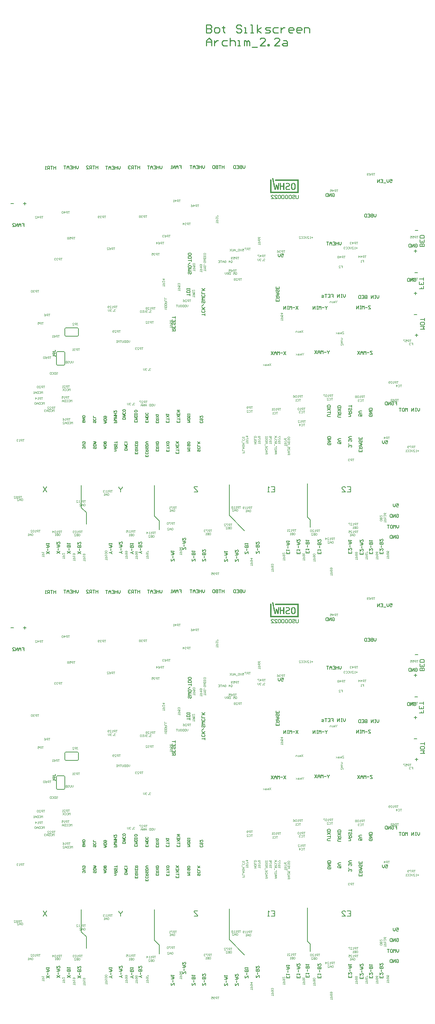
<source format=gbo>
G04*
G04 #@! TF.GenerationSoftware,Altium Limited,Altium Designer,18.1.9 (240)*
G04*
G04 Layer_Color=32896*
%FSLAX25Y25*%
%MOIN*%
G70*
G01*
G75*
%ADD10C,0.00700*%
%ADD12C,0.01000*%
%ADD98C,0.00800*%
%ADD105C,0.00600*%
%ADD167C,0.00400*%
%ADD170C,0.00500*%
%ADD176C,0.00200*%
G54D10*
X69784Y118876D02*
X66451Y113878D01*
Y118876D02*
X69784Y113878D01*
X141929Y118876D02*
Y118043D01*
X140263Y116377D01*
X138597Y118043D01*
Y118876D01*
X140263Y116377D02*
Y113878D01*
X213976Y118876D02*
X210644D01*
Y118043D01*
X213976Y114711D01*
Y113878D01*
X210644D01*
X284266Y118778D02*
X287598D01*
Y113779D01*
X284266D01*
X287598Y116279D02*
X285932D01*
X282600Y113779D02*
X280934D01*
X281767D01*
Y118778D01*
X282600Y117945D01*
X357101Y118876D02*
X360433D01*
Y113878D01*
X357101D01*
X360433Y116377D02*
X358767D01*
X352102Y113878D02*
X355435D01*
X352102Y117210D01*
Y118043D01*
X352936Y118876D01*
X354602D01*
X355435Y118043D01*
X69784Y523876D02*
X66451Y518878D01*
Y523876D02*
X69784Y518878D01*
X141929Y523876D02*
Y523043D01*
X140263Y521377D01*
X138597Y523043D01*
Y523876D01*
X140263Y521377D02*
Y518878D01*
X213976Y523876D02*
X210644D01*
Y523043D01*
X213976Y519711D01*
Y518878D01*
X210644D01*
X284266Y523778D02*
X287598D01*
Y518780D01*
X284266D01*
X287598Y521279D02*
X285932D01*
X282600Y518780D02*
X280934D01*
X281767D01*
Y523778D01*
X282600Y522945D01*
X357101Y523876D02*
X360433D01*
Y518878D01*
X357101D01*
X360433Y521377D02*
X358767D01*
X352102Y518878D02*
X355435D01*
X352102Y522210D01*
Y523043D01*
X352936Y523876D01*
X354602D01*
X355435Y523043D01*
G54D12*
X222369Y964837D02*
Y957340D01*
X226118D01*
X227368Y958589D01*
Y959839D01*
X226118Y961089D01*
X222369D01*
X226118D01*
X227368Y962338D01*
Y963588D01*
X226118Y964837D01*
X222369D01*
X231117Y957340D02*
X233616D01*
X234865Y958589D01*
Y961089D01*
X233616Y962338D01*
X231117D01*
X229867Y961089D01*
Y958589D01*
X231117Y957340D01*
X238614Y963588D02*
Y962338D01*
X237365D01*
X239864D01*
X238614D01*
Y958589D01*
X239864Y957340D01*
X256108Y963588D02*
X254859Y964837D01*
X252360D01*
X251110Y963588D01*
Y962338D01*
X252360Y961089D01*
X254859D01*
X256108Y959839D01*
Y958589D01*
X254859Y957340D01*
X252360D01*
X251110Y958589D01*
X258608Y957340D02*
X261107D01*
X259857D01*
Y962338D01*
X258608D01*
X264856Y957340D02*
X267355D01*
X266105D01*
Y964837D01*
X264856D01*
X271104Y957340D02*
Y964837D01*
Y959839D02*
X274852Y962338D01*
X271104Y959839D02*
X274852Y957340D01*
X278601D02*
X282350D01*
X283600Y958589D01*
X282350Y959839D01*
X279851D01*
X278601Y961089D01*
X279851Y962338D01*
X283600D01*
X291097D02*
X287348D01*
X286099Y961089D01*
Y958589D01*
X287348Y957340D01*
X291097D01*
X293596Y962338D02*
Y957340D01*
Y959839D01*
X294846Y961089D01*
X296096Y962338D01*
X297345D01*
X304843Y957340D02*
X302344D01*
X301094Y958589D01*
Y961089D01*
X302344Y962338D01*
X304843D01*
X306092Y961089D01*
Y959839D01*
X301094D01*
X312340Y957340D02*
X309841D01*
X308592Y958589D01*
Y961089D01*
X309841Y962338D01*
X312340D01*
X313590Y961089D01*
Y959839D01*
X308592D01*
X316089Y957340D02*
Y962338D01*
X319838D01*
X321088Y961089D01*
Y957340D01*
X222369Y944840D02*
Y949838D01*
X224869Y952337D01*
X227368Y949838D01*
Y944840D01*
Y948589D01*
X222369D01*
X229867Y949838D02*
Y944840D01*
Y947339D01*
X231117Y948589D01*
X232366Y949838D01*
X233616D01*
X242363D02*
X238614D01*
X237365Y948589D01*
Y946089D01*
X238614Y944840D01*
X242363D01*
X244862Y952337D02*
Y944840D01*
Y948589D01*
X246112Y949838D01*
X248611D01*
X249861Y948589D01*
Y944840D01*
X252360D02*
X254859D01*
X253609D01*
Y949838D01*
X252360D01*
X258608Y944840D02*
Y949838D01*
X259857D01*
X261107Y948589D01*
Y944840D01*
Y948589D01*
X262356Y949838D01*
X263606Y948589D01*
Y944840D01*
X266105Y943590D02*
X271104D01*
X278601Y944840D02*
X273603D01*
X278601Y949838D01*
Y951088D01*
X277352Y952337D01*
X274852D01*
X273603Y951088D01*
X281101Y944840D02*
Y946089D01*
X282350D01*
Y944840D01*
X281101D01*
X292347D02*
X287348D01*
X292347Y949838D01*
Y951088D01*
X291097Y952337D01*
X288598D01*
X287348Y951088D01*
X296096Y949838D02*
X298595D01*
X299844Y948589D01*
Y944840D01*
X296096D01*
X294846Y946089D01*
X296096Y947339D01*
X299844D01*
G54D98*
X50000Y389302D02*
X47334D01*
X48667Y390635D02*
Y387970D01*
X38004Y389302D02*
X35338D01*
X50000Y794303D02*
X47334D01*
X48667Y795635D02*
Y792970D01*
X38004Y794303D02*
X35338D01*
G54D105*
X86972Y246957D02*
X86680Y247664D01*
X85972Y247957D01*
Y234957D02*
X86680Y235250D01*
X86972Y235957D01*
X78972D02*
X79265Y235250D01*
X79972Y234957D01*
Y247957D02*
X79265Y247664D01*
X78972Y246957D01*
X87906Y270457D02*
X87198Y270164D01*
X86905Y269457D01*
X99906D02*
X99613Y270164D01*
X98905Y270457D01*
Y262457D02*
X99613Y262750D01*
X99906Y263457D01*
X86905D02*
X87198Y262750D01*
X87906Y262457D01*
X78972Y235957D02*
Y246957D01*
X79972Y247957D02*
X85972D01*
X79972Y234957D02*
X85972D01*
X86972Y235957D02*
Y246957D01*
X87906Y262457D02*
X98905D01*
X86905Y263457D02*
Y269457D01*
X99906Y263457D02*
Y269457D01*
X87906Y270457D02*
X98905D01*
X321555Y80118D02*
Y87205D01*
X318898Y89862D02*
X321555Y87205D01*
X318898Y89862D02*
Y122047D01*
X244291Y91535D02*
X258858Y76968D01*
X244291Y91535D02*
Y120866D01*
X177362Y77756D02*
Y86319D01*
X172835Y90847D02*
X177362Y86319D01*
X172835Y90847D02*
Y120276D01*
X107677Y83268D02*
Y94095D01*
X102756Y99016D02*
X107677Y94095D01*
X102756Y99016D02*
Y101279D01*
Y120374D01*
X404071Y102545D02*
X406071D01*
Y101045D01*
X405071Y101545D01*
X404571D01*
X404071Y101045D01*
Y100046D01*
X404571Y99546D01*
X405571D01*
X406071Y100046D01*
X403071Y102545D02*
Y100545D01*
X402072Y99546D01*
X401072Y100545D01*
Y102545D01*
X293894Y341306D02*
X295894D01*
Y339807D01*
X294894Y340306D01*
X294394D01*
X293894Y339807D01*
Y338807D01*
X294394Y338307D01*
X295394D01*
X295894Y338807D01*
X292895Y341306D02*
Y339307D01*
X291895Y338307D01*
X290895Y339307D01*
Y341306D01*
X393599Y162861D02*
X395598D01*
Y161362D01*
X394599Y161862D01*
X394099D01*
X393599Y161362D01*
Y160362D01*
X394099Y159862D01*
X395099D01*
X395598Y160362D01*
X392599Y162861D02*
Y160862D01*
X391600Y159862D01*
X390600Y160862D01*
Y162861D01*
X371432Y154184D02*
Y152185D01*
X368433D01*
Y154184D01*
X369933Y152185D02*
Y153185D01*
X368433Y155184D02*
X371432D01*
Y156684D01*
X370932Y157184D01*
X369933D01*
X369433Y156684D01*
Y155184D01*
Y156184D02*
X368433Y157184D01*
Y158183D02*
X370432D01*
X371432Y159183D01*
X370432Y160182D01*
X368433D01*
X369933D01*
Y158183D01*
X370932Y163181D02*
X371432Y162682D01*
Y161682D01*
X370932Y161182D01*
X370432D01*
X369933Y161682D01*
Y162682D01*
X369433Y163181D01*
X368933D01*
X368433Y162682D01*
Y161682D01*
X368933Y161182D01*
X371432Y166181D02*
Y164181D01*
X368433D01*
Y166181D01*
X369933Y164181D02*
Y165181D01*
X340913Y160779D02*
X341412Y160279D01*
Y159279D01*
X340913Y158780D01*
X338913D01*
X338413Y159279D01*
Y160279D01*
X338913Y160779D01*
X339913D01*
Y159779D01*
X338413Y161779D02*
X341412D01*
X338413Y163778D01*
X341412D01*
Y164778D02*
X338413D01*
Y166277D01*
X338913Y166777D01*
X340913D01*
X341412Y166277D01*
Y164778D01*
X360696Y156417D02*
X361196Y156917D01*
Y157917D01*
X360696Y158417D01*
X360196D01*
X359696Y157917D01*
Y157417D01*
Y157917D01*
X359196Y158417D01*
X358697D01*
X358197Y157917D01*
Y156917D01*
X358697Y156417D01*
X358197Y159416D02*
X358697D01*
Y159916D01*
X358197D01*
Y159416D01*
X360696Y161916D02*
X361196Y162416D01*
Y163415D01*
X360696Y163915D01*
X360196D01*
X359696Y163415D01*
Y162915D01*
Y163415D01*
X359196Y163915D01*
X358697D01*
X358197Y163415D01*
Y162416D01*
X358697Y161916D01*
X361196Y164915D02*
X359196D01*
X358197Y165914D01*
X359196Y166914D01*
X361196D01*
X351156Y162058D02*
Y160059D01*
X349657D01*
X350157Y161059D01*
Y161559D01*
X349657Y162058D01*
X348657D01*
X348158Y161559D01*
Y160559D01*
X348657Y160059D01*
X351156Y163058D02*
X349157D01*
X348158Y164058D01*
X349157Y165058D01*
X351156D01*
X426968Y269094D02*
X430967D01*
X429634Y270427D01*
X430967Y271760D01*
X426968D01*
X430967Y275093D02*
Y273760D01*
X430301Y273093D01*
X427635D01*
X426968Y273760D01*
Y275093D01*
X427635Y275759D01*
X430301D01*
X430967Y275093D01*
Y277092D02*
Y279758D01*
Y278425D01*
X426968D01*
X429983Y310638D02*
Y307972D01*
X427984D01*
Y309305D01*
Y307972D01*
X425984D01*
X429983Y314637D02*
Y311971D01*
X425984D01*
Y314637D01*
X427984Y311971D02*
Y313304D01*
X429983Y315970D02*
Y318636D01*
Y317303D01*
X425984D01*
X430672Y348130D02*
X426673D01*
Y350129D01*
X427340Y350796D01*
X428006D01*
X428673Y350129D01*
Y348130D01*
Y350129D01*
X429339Y350796D01*
X430006D01*
X430672Y350129D01*
Y348130D01*
Y354794D02*
Y352129D01*
X426673D01*
Y354794D01*
X428673Y352129D02*
Y353462D01*
X430672Y356127D02*
X426673D01*
Y358127D01*
X427340Y358793D01*
X430006D01*
X430672Y358127D01*
Y356127D01*
X423622Y343830D02*
X420956D01*
X422289Y345163D02*
Y342497D01*
X423721Y303574D02*
X421055D01*
X422388Y304907D02*
Y302241D01*
X424803Y263417D02*
X422137D01*
X423470Y264750D02*
Y262084D01*
X423622Y283299D02*
X420956D01*
X424311Y323358D02*
X421645D01*
X424606Y363614D02*
X421941D01*
X358197Y185846D02*
X360196D01*
Y187346D01*
X359696Y187846D01*
X358197D01*
Y188846D02*
X361196D01*
Y190345D01*
X360696Y190845D01*
X359696D01*
X359196Y190345D01*
Y188846D01*
Y189845D02*
X358197Y190845D01*
X360696Y193844D02*
X361196Y193344D01*
Y192344D01*
X360696Y191845D01*
X360196D01*
X359696Y192344D01*
Y193344D01*
X359196Y193844D01*
X358697D01*
X358197Y193344D01*
Y192344D01*
X358697Y191845D01*
X361196Y194844D02*
Y196843D01*
Y195843D01*
X358197D01*
X355341Y302529D02*
Y300530D01*
X354341Y299530D01*
X353341Y300530D01*
Y302529D01*
X352342D02*
X351342D01*
X351842D01*
Y299530D01*
X352342D01*
X351342D01*
X349843D02*
Y302529D01*
X347843Y299530D01*
Y302529D01*
X341845D02*
X343845D01*
Y301030D01*
X342845D01*
X343845D01*
Y299530D01*
X338846Y302529D02*
X340845D01*
Y299530D01*
X338846D01*
X340845Y301030D02*
X339846D01*
X337846Y302529D02*
X335847D01*
X336847D01*
Y299530D01*
X334847D02*
X333348D01*
X332848Y300030D01*
X333348Y300530D01*
X334348D01*
X334847Y301030D01*
X334348Y301530D01*
X332848D01*
X387502Y301447D02*
Y299448D01*
X386502Y298448D01*
X385503Y299448D01*
Y301447D01*
X384503D02*
X383503D01*
X384003D01*
Y298448D01*
X384503D01*
X383503D01*
X382004D02*
Y301447D01*
X380005Y298448D01*
Y301447D01*
X376006D02*
Y298448D01*
X374506D01*
X374006Y298948D01*
Y299448D01*
X374506Y299948D01*
X376006D01*
X374506D01*
X374006Y300448D01*
Y300947D01*
X374506Y301447D01*
X376006D01*
X371007D02*
X373007D01*
Y298448D01*
X371007D01*
X373007Y299948D02*
X372007D01*
X370008Y301447D02*
Y298448D01*
X368508D01*
X368008Y298948D01*
Y300947D01*
X368508Y301447D01*
X370008D01*
X404191Y92184D02*
X404691Y92684D01*
X405690D01*
X406190Y92184D01*
Y90184D01*
X405690Y89684D01*
X404691D01*
X404191Y90184D01*
Y91184D01*
X405191D01*
X403191Y89684D02*
Y92684D01*
X401192Y89684D01*
Y92684D01*
X400192D02*
Y89684D01*
X398693D01*
X398193Y90184D01*
Y92184D01*
X398693Y92684D01*
X400192D01*
X421918Y350235D02*
X422418Y350735D01*
X423418D01*
X423917Y350235D01*
Y348236D01*
X423418Y347736D01*
X422418D01*
X421918Y348236D01*
Y349236D01*
X422918D01*
X420918Y347736D02*
Y350735D01*
X418919Y347736D01*
Y350735D01*
X417919D02*
Y347736D01*
X416420D01*
X415920Y348236D01*
Y350235D01*
X416420Y350735D01*
X417919D01*
X309968Y291306D02*
X307969Y288307D01*
Y291306D02*
X309968Y288307D01*
X306969Y289807D02*
X304970D01*
X303970Y288307D02*
Y291306D01*
X302971Y290306D01*
X301971Y291306D01*
Y288307D01*
X300971Y291306D02*
X299972D01*
X300472D01*
Y288307D01*
X300971D01*
X299972D01*
X298472D02*
Y291306D01*
X296473Y288307D01*
Y291306D01*
X99894Y425393D02*
Y423393D01*
X98894Y422394D01*
X97894Y423393D01*
Y425393D01*
X96895D02*
Y422394D01*
Y423893D01*
X94895D01*
Y425393D01*
Y422394D01*
X91896Y425393D02*
X93896D01*
Y422394D01*
X91896D01*
X93896Y423893D02*
X92896D01*
X90897Y422394D02*
Y424393D01*
X89897Y425393D01*
X88897Y424393D01*
Y422394D01*
Y423893D01*
X90897D01*
X87898Y425393D02*
X85898D01*
X86898D01*
Y422394D01*
X341117Y185846D02*
X338618D01*
X338118Y186346D01*
Y187346D01*
X338618Y187846D01*
X341117D01*
Y188846D02*
Y190845D01*
Y189845D01*
X338118D01*
X341117Y191845D02*
X338118Y193844D01*
X341117D02*
X338118Y191845D01*
X341117Y194844D02*
X338118D01*
Y196343D01*
X338618Y196843D01*
X340617D01*
X341117Y196343D01*
Y194844D01*
X406363Y82162D02*
Y80163D01*
X405364Y79163D01*
X404364Y80163D01*
Y82162D01*
X403364Y79163D02*
Y82162D01*
X402365Y81163D01*
X401365Y82162D01*
Y79163D01*
X398866Y82162D02*
X399866D01*
X400365Y81663D01*
Y79663D01*
X399866Y79163D01*
X398866D01*
X398366Y79663D01*
Y81663D01*
X398866Y82162D01*
X397366D02*
X395367D01*
X396367D01*
Y79163D01*
X139894Y424993D02*
Y422993D01*
X138894Y421994D01*
X137894Y422993D01*
Y424993D01*
X136895D02*
Y421994D01*
Y423493D01*
X134895D01*
Y424993D01*
Y421994D01*
X131896Y424993D02*
X133896D01*
Y421994D01*
X131896D01*
X133896Y423493D02*
X132896D01*
X130897Y421994D02*
Y423993D01*
X129897Y424993D01*
X128897Y423993D01*
Y421994D01*
Y423493D01*
X130897D01*
X127898Y424993D02*
X125898D01*
X126898D01*
Y421994D01*
X259394Y425593D02*
Y423593D01*
X258394Y422594D01*
X257394Y423593D01*
Y425593D01*
X256395D02*
Y422594D01*
X254895D01*
X254395Y423094D01*
Y423593D01*
X254895Y424093D01*
X256395D01*
X254895D01*
X254395Y424593D01*
Y425093D01*
X254895Y425593D01*
X256395D01*
X251396D02*
X253396D01*
Y422594D01*
X251396D01*
X253396Y424093D02*
X252396D01*
X250397Y425593D02*
Y422594D01*
X248897D01*
X248397Y423094D01*
Y425093D01*
X248897Y425593D01*
X250397D01*
X220594D02*
Y423593D01*
X219594Y422594D01*
X218594Y423593D01*
Y425593D01*
X217595D02*
Y422594D01*
Y424093D01*
X215595D01*
Y425593D01*
Y422594D01*
X212596Y425593D02*
X214596D01*
Y422594D01*
X212596D01*
X214596Y424093D02*
X213596D01*
X211597Y422594D02*
Y424593D01*
X210597Y425593D01*
X209597Y424593D01*
Y422594D01*
Y424093D01*
X211597D01*
X208598Y425593D02*
X206598D01*
X207598D01*
Y422594D01*
X179894Y425393D02*
Y423393D01*
X178894Y422394D01*
X177894Y423393D01*
Y425393D01*
X176895D02*
Y422394D01*
Y423893D01*
X174895D01*
Y425393D01*
Y422394D01*
X171896Y425393D02*
X173896D01*
Y422394D01*
X171896D01*
X173896Y423893D02*
X172896D01*
X170897Y422394D02*
Y424393D01*
X169897Y425393D01*
X168897Y424393D01*
Y422394D01*
Y423893D01*
X170897D01*
X167898Y425393D02*
X165898D01*
X166898D01*
Y422394D01*
X351394Y352693D02*
Y350693D01*
X350394Y349694D01*
X349394Y350693D01*
Y352693D01*
X348395D02*
Y349694D01*
Y351193D01*
X346395D01*
Y352693D01*
Y349694D01*
X343396Y352693D02*
X345396D01*
Y349694D01*
X343396D01*
X345396Y351193D02*
X344396D01*
X342397Y349694D02*
Y351693D01*
X341397Y352693D01*
X340397Y351693D01*
Y349694D01*
Y351193D01*
X342397D01*
X339398Y352693D02*
X337398D01*
X338398D01*
Y349694D01*
X342794Y398293D02*
X343294Y398793D01*
X344294D01*
X344794Y398293D01*
Y396293D01*
X344294Y395794D01*
X343294D01*
X342794Y396293D01*
Y397293D01*
X343794D01*
X341795Y395794D02*
Y398793D01*
X339795Y395794D01*
Y398793D01*
X338796D02*
Y395794D01*
X337296D01*
X336796Y396293D01*
Y398293D01*
X337296Y398793D01*
X338796D01*
X402457Y200066D02*
X404457D01*
Y198566D01*
X403457D01*
X404457D01*
Y197067D01*
X399458Y199566D02*
X399958Y200066D01*
X400958D01*
X401458Y199566D01*
Y197567D01*
X400958Y197067D01*
X399958D01*
X399458Y197567D01*
Y198566D01*
X400458D01*
X398459Y197067D02*
Y200066D01*
X396459Y197067D01*
Y200066D01*
X395460D02*
Y197067D01*
X393960D01*
X393460Y197567D01*
Y199566D01*
X393960Y200066D01*
X395460D01*
X404191Y72015D02*
X404691Y72514D01*
X405690D01*
X406190Y72015D01*
Y70015D01*
X405690Y69516D01*
X404691D01*
X404191Y70015D01*
Y71015D01*
X405191D01*
X403191Y69516D02*
Y72514D01*
X401192Y69516D01*
Y72514D01*
X400192D02*
Y69516D01*
X398693D01*
X398193Y70015D01*
Y72015D01*
X398693Y72514D01*
X400192D01*
X370940Y188240D02*
Y186240D01*
X369441D01*
X369940Y187240D01*
Y187740D01*
X369441Y188240D01*
X368441D01*
X367941Y187740D01*
Y186740D01*
X368441Y186240D01*
X370940Y189239D02*
X368941D01*
X367941Y190239D01*
X368941Y191239D01*
X370940D01*
X420638Y317263D02*
X421138Y317763D01*
X422138D01*
X422638Y317263D01*
Y315264D01*
X422138Y314764D01*
X421138D01*
X420638Y315264D01*
Y316263D01*
X421638D01*
X419639Y314764D02*
Y317763D01*
X417639Y314764D01*
Y317763D01*
X416640D02*
Y314764D01*
X415140D01*
X414640Y315264D01*
Y317263D01*
X415140Y317763D01*
X416640D01*
X337867Y291330D02*
Y290830D01*
X336867Y289831D01*
X335867Y290830D01*
Y291330D01*
X336867Y289831D02*
Y288331D01*
X334868Y289831D02*
X332868D01*
X331869Y288331D02*
Y291330D01*
X330869Y290331D01*
X329869Y291330D01*
Y288331D01*
X328870Y291330D02*
X327870D01*
X328370D01*
Y288331D01*
X328870D01*
X327870D01*
X326370D02*
Y291330D01*
X324371Y288331D01*
Y291330D01*
X339961Y248865D02*
Y248365D01*
X338961Y247366D01*
X337961Y248365D01*
Y248865D01*
X338961Y247366D02*
Y245866D01*
X336962Y247366D02*
X334962D01*
X333963Y245866D02*
Y248865D01*
X332963Y247866D01*
X331963Y248865D01*
Y245866D01*
X330963D02*
Y247866D01*
X329964Y248865D01*
X328964Y247866D01*
Y245866D01*
Y247366D01*
X330963D01*
X327964Y248865D02*
X325965Y245866D01*
Y248865D02*
X327964Y245866D01*
X379441Y291444D02*
X377442D01*
Y290945D01*
X379441Y288945D01*
Y288445D01*
X377442D01*
X376442Y289945D02*
X374443D01*
X373443Y288445D02*
Y291444D01*
X372443Y290445D01*
X371444Y291444D01*
Y288445D01*
X370444Y291444D02*
X369444D01*
X369944D01*
Y288445D01*
X370444D01*
X369444D01*
X367945D02*
Y291444D01*
X365945Y288445D01*
Y291444D01*
X298498Y247993D02*
X296498Y244994D01*
Y247993D02*
X298498Y244994D01*
X295499Y246493D02*
X293499D01*
X292500Y244994D02*
Y247993D01*
X291500Y246993D01*
X290500Y247993D01*
Y244994D01*
X289501D02*
Y246993D01*
X288501Y247993D01*
X287501Y246993D01*
Y244994D01*
Y246493D01*
X289501D01*
X286502Y247993D02*
X284502Y244994D01*
Y247993D02*
X286502Y244994D01*
X272952Y55271D02*
Y57270D01*
X272452D01*
X270453Y55271D01*
X269953D01*
Y57270D01*
X271453Y58270D02*
Y60269D01*
X272952Y61269D02*
X269953D01*
Y62769D01*
X270453Y63269D01*
X270953D01*
X271453Y62769D01*
Y61269D01*
Y62769D01*
X271952Y63269D01*
X272452D01*
X272952Y62769D01*
Y61269D01*
X269953Y66268D02*
Y64268D01*
X271952Y66268D01*
X272452D01*
X272952Y65768D01*
Y64768D01*
X272452Y64268D01*
X262524Y55049D02*
Y57049D01*
X262024D01*
X260024Y55049D01*
X259525D01*
Y57049D01*
X261024Y58048D02*
Y60048D01*
X262524Y61047D02*
X259525D01*
Y62547D01*
X260024Y63047D01*
X260524D01*
X261024Y62547D01*
Y61047D01*
Y62547D01*
X261524Y63047D01*
X262024D01*
X262524Y62547D01*
Y61047D01*
X259525Y64046D02*
Y65046D01*
Y64546D01*
X262524D01*
X262024Y64046D01*
X252909Y47579D02*
Y49579D01*
X252409D01*
X250410Y47579D01*
X249910D01*
Y49579D01*
X251409Y50578D02*
Y52578D01*
X249910Y53577D02*
X251909D01*
X252909Y54577D01*
X251909Y55577D01*
X249910D01*
X251409D01*
Y53577D01*
X249910Y58576D02*
Y56576D01*
X251909Y58576D01*
X252409D01*
X252909Y58076D01*
Y57076D01*
X252409Y56576D01*
X242850Y47431D02*
Y49431D01*
X242350D01*
X240351Y47431D01*
X239851D01*
Y49431D01*
X241351Y50430D02*
Y52430D01*
X239851Y53429D02*
X241850D01*
X242850Y54429D01*
X241850Y55429D01*
X239851D01*
X241351D01*
Y53429D01*
X239851Y56428D02*
Y57428D01*
Y56928D01*
X242850D01*
X242350Y56428D01*
X301964Y56892D02*
Y54893D01*
X298965D01*
Y56892D01*
X300465Y54893D02*
Y55892D01*
X298965Y57892D02*
Y58891D01*
Y58391D01*
X301964D01*
X301465Y57892D01*
X300465Y60391D02*
Y62390D01*
X298965Y63390D02*
X300965D01*
X301964Y64389D01*
X300965Y65389D01*
X298965D01*
X300465D01*
Y63390D01*
X298965Y66389D02*
Y67388D01*
Y66889D01*
X301964D01*
X301465Y66389D01*
X311876Y56997D02*
Y54998D01*
X308876D01*
Y56997D01*
X310376Y54998D02*
Y55998D01*
X308876Y57997D02*
Y58997D01*
Y58497D01*
X311876D01*
X311376Y57997D01*
X310376Y60496D02*
Y62496D01*
X308876Y63495D02*
X310876D01*
X311876Y64495D01*
X310876Y65495D01*
X308876D01*
X310376D01*
Y63495D01*
X308876Y68494D02*
Y66494D01*
X310876Y68494D01*
X311376D01*
X311876Y67994D01*
Y66994D01*
X311376Y66494D01*
X320645Y57728D02*
Y55728D01*
X317646D01*
Y57728D01*
X319145Y55728D02*
Y56728D01*
X317646Y58727D02*
Y59727D01*
Y59227D01*
X320645D01*
X320145Y58727D01*
X319145Y61227D02*
Y63226D01*
X320645Y64226D02*
X317646D01*
Y65725D01*
X318145Y66225D01*
X318645D01*
X319145Y65725D01*
Y64226D01*
Y65725D01*
X319645Y66225D01*
X320145D01*
X320645Y65725D01*
Y64226D01*
X317646Y67225D02*
Y68224D01*
Y67725D01*
X320645D01*
X320145Y67225D01*
X332062Y57039D02*
Y55039D01*
X329063D01*
Y57039D01*
X330562Y55039D02*
Y56039D01*
X329063Y58039D02*
Y59038D01*
Y58538D01*
X332062D01*
X331562Y58039D01*
X330562Y60538D02*
Y62537D01*
X332062Y63537D02*
X329063D01*
Y65036D01*
X329563Y65536D01*
X330063D01*
X330562Y65036D01*
Y63537D01*
Y65036D01*
X331062Y65536D01*
X331562D01*
X332062Y65036D01*
Y63537D01*
X329063Y68535D02*
Y66536D01*
X331062Y68535D01*
X331562D01*
X332062Y68035D01*
Y67036D01*
X331562Y66536D01*
X361281Y57082D02*
Y55083D01*
X358282D01*
Y57082D01*
X359781Y55083D02*
Y56083D01*
X358282Y60082D02*
Y58082D01*
X360281Y60082D01*
X360781D01*
X361281Y59582D01*
Y58582D01*
X360781Y58082D01*
X359781Y61081D02*
Y63081D01*
X358282Y64080D02*
X360281D01*
X361281Y65080D01*
X360281Y66080D01*
X358282D01*
X359781D01*
Y64080D01*
X358282Y67079D02*
Y68079D01*
Y67579D01*
X361281D01*
X360781Y67079D01*
X372487Y56330D02*
Y54331D01*
X369488D01*
Y56330D01*
X370988Y54331D02*
Y55330D01*
X369488Y59329D02*
Y57330D01*
X371487Y59329D01*
X371987D01*
X372487Y58829D01*
Y57830D01*
X371987Y57330D01*
X370988Y60329D02*
Y62328D01*
X369488Y63328D02*
X371487D01*
X372487Y64328D01*
X371487Y65327D01*
X369488D01*
X370988D01*
Y63328D01*
X369488Y68326D02*
Y66327D01*
X371487Y68326D01*
X371987D01*
X372487Y67826D01*
Y66827D01*
X371987Y66327D01*
X381304Y56881D02*
Y54882D01*
X378305D01*
Y56881D01*
X379804Y54882D02*
Y55881D01*
X378305Y59880D02*
Y57881D01*
X380304Y59880D01*
X380804D01*
X381304Y59380D01*
Y58381D01*
X380804Y57881D01*
X379804Y60880D02*
Y62879D01*
X381304Y63879D02*
X378305D01*
Y65378D01*
X378805Y65878D01*
X379305D01*
X379804Y65378D01*
Y63879D01*
Y65378D01*
X380304Y65878D01*
X380804D01*
X381304Y65378D01*
Y63879D01*
X378305Y66878D02*
Y67877D01*
Y67378D01*
X381304D01*
X380804Y66878D01*
X391316Y57015D02*
Y55016D01*
X388316D01*
Y57015D01*
X389816Y55016D02*
Y56016D01*
X388316Y60014D02*
Y58015D01*
X390316Y60014D01*
X390816D01*
X391316Y59514D01*
Y58515D01*
X390816Y58015D01*
X389816Y61014D02*
Y63013D01*
X391316Y64013D02*
X388316D01*
Y65513D01*
X388816Y66012D01*
X389316D01*
X389816Y65513D01*
Y64013D01*
Y65513D01*
X390316Y66012D01*
X390816D01*
X391316Y65513D01*
Y64013D01*
X388316Y69011D02*
Y67012D01*
X390316Y69011D01*
X390816D01*
X391316Y68512D01*
Y67512D01*
X390816Y67012D01*
X191763Y47862D02*
Y49861D01*
X191263D01*
X189264Y47862D01*
X188764D01*
Y49861D01*
X190263Y50861D02*
Y52861D01*
X188764Y53860D02*
X190763D01*
X191763Y54860D01*
X190763Y55860D01*
X188764D01*
X190263D01*
Y53860D01*
X188764Y56859D02*
Y57859D01*
Y57359D01*
X191763D01*
X191263Y56859D01*
X202605Y58957D02*
Y60956D01*
X202105D01*
X200106Y58957D01*
X199606D01*
Y60956D01*
X201106Y61956D02*
Y63955D01*
X199606Y64955D02*
X201606D01*
X202605Y65954D01*
X201606Y66954D01*
X199606D01*
X201106D01*
Y64955D01*
X199606Y69953D02*
Y67954D01*
X201606Y69953D01*
X202105D01*
X202605Y69453D01*
Y68454D01*
X202105Y67954D01*
X211763Y47862D02*
Y49861D01*
X211263D01*
X209264Y47862D01*
X208764D01*
Y49861D01*
X210263Y50861D02*
Y52861D01*
X211763Y53860D02*
X208764D01*
Y55360D01*
X209264Y55860D01*
X209764D01*
X210263Y55360D01*
Y53860D01*
Y55360D01*
X210763Y55860D01*
X211263D01*
X211763Y55360D01*
Y53860D01*
X208764Y56859D02*
Y57859D01*
Y57359D01*
X211763D01*
X211263Y56859D01*
X221763Y47862D02*
Y49861D01*
X221263D01*
X219264Y47862D01*
X218764D01*
Y49861D01*
X220263Y50861D02*
Y52861D01*
X221763Y53860D02*
X218764D01*
Y55360D01*
X219264Y55860D01*
X219763D01*
X220263Y55360D01*
Y53860D01*
Y55360D01*
X220763Y55860D01*
X221263D01*
X221763Y55360D01*
Y53860D01*
X218764Y58859D02*
Y56859D01*
X220763Y58859D01*
X221263D01*
X221763Y58359D01*
Y57359D01*
X221263Y56859D01*
X132412Y54982D02*
X131912D01*
X130912Y55982D01*
X131912Y56981D01*
X132412D01*
X130912Y55982D02*
X129413D01*
X130912Y57981D02*
Y59980D01*
X129413Y60980D02*
X131412D01*
X132412Y61980D01*
X131412Y62980D01*
X129413D01*
X130912D01*
Y60980D01*
X129413Y63979D02*
Y64979D01*
Y64479D01*
X132412D01*
X131912Y63979D01*
X142105Y55305D02*
X141605D01*
X140605Y56305D01*
X141605Y57305D01*
X142105D01*
X140605Y56305D02*
X139106D01*
X140605Y58304D02*
Y60303D01*
X139106Y61303D02*
X141105D01*
X142105Y62303D01*
X141105Y63303D01*
X139106D01*
X140605D01*
Y61303D01*
X139106Y66302D02*
Y64302D01*
X141105Y66302D01*
X141605D01*
X142105Y65802D01*
Y64802D01*
X141605Y64302D01*
X152659Y54928D02*
X152159D01*
X151159Y55928D01*
X152159Y56928D01*
X152659D01*
X151159Y55928D02*
X149660D01*
X151159Y57927D02*
Y59927D01*
X152659Y60926D02*
X149660D01*
Y62426D01*
X150160Y62926D01*
X150660D01*
X151159Y62426D01*
Y60926D01*
Y62426D01*
X151659Y62926D01*
X152159D01*
X152659Y62426D01*
Y60926D01*
X149660Y63925D02*
Y64925D01*
Y64425D01*
X152659D01*
X152159Y63925D01*
X160736Y55090D02*
X160236D01*
X159237Y56089D01*
X160236Y57089D01*
X160736D01*
X159237Y56089D02*
X157737D01*
X159237Y58089D02*
Y60088D01*
X160736Y61088D02*
X157737D01*
Y62587D01*
X158237Y63087D01*
X158737D01*
X159237Y62587D01*
Y61088D01*
Y62587D01*
X159737Y63087D01*
X160236D01*
X160736Y62587D01*
Y61088D01*
X157737Y66086D02*
Y64087D01*
X159737Y66086D01*
X160236D01*
X160736Y65586D01*
Y64587D01*
X160236Y64087D01*
X102446Y54917D02*
X99448Y56916D01*
X102446D02*
X99448Y54917D01*
X100947Y57916D02*
Y59916D01*
X102446Y60915D02*
X99448D01*
Y62415D01*
X99947Y62915D01*
X100447D01*
X100947Y62415D01*
Y60915D01*
Y62415D01*
X101447Y62915D01*
X101947D01*
X102446Y62415D01*
Y60915D01*
X99448Y65914D02*
Y63914D01*
X101447Y65914D01*
X101947D01*
X102446Y65414D01*
Y64414D01*
X101947Y63914D01*
X92445Y55187D02*
X89446Y57187D01*
X92445D02*
X89446Y55187D01*
X90946Y58187D02*
Y60186D01*
X92445Y61186D02*
X89446D01*
Y62685D01*
X89946Y63185D01*
X90446D01*
X90946Y62685D01*
Y61186D01*
Y62685D01*
X91446Y63185D01*
X91945D01*
X92445Y62685D01*
Y61186D01*
X89446Y64185D02*
Y65184D01*
Y64684D01*
X92445D01*
X91945Y64185D01*
X82336Y55187D02*
X79337Y57187D01*
X82336D02*
X79337Y55187D01*
X80836Y58187D02*
Y60186D01*
X79337Y61186D02*
X81336D01*
X82336Y62185D01*
X81336Y63185D01*
X79337D01*
X80836D01*
Y61186D01*
X79337Y66184D02*
Y64185D01*
X81336Y66184D01*
X81836D01*
X82336Y65684D01*
Y64684D01*
X81836Y64185D01*
X72335Y55025D02*
X69336Y57025D01*
X72335D02*
X69336Y55025D01*
X70835Y58024D02*
Y60024D01*
X69336Y61023D02*
X71335D01*
X72335Y62023D01*
X71335Y63023D01*
X69336D01*
X70835D01*
Y61023D01*
X69336Y64022D02*
Y65022D01*
Y64522D01*
X72335D01*
X71835Y64022D01*
X78294Y424993D02*
Y421994D01*
Y423493D01*
X76294D01*
Y424993D01*
Y421994D01*
X75295Y424993D02*
X73295D01*
X74295D01*
Y421994D01*
X72296D02*
Y424993D01*
X70796D01*
X70296Y424493D01*
Y423493D01*
X70796Y422993D01*
X72296D01*
X71296D02*
X70296Y421994D01*
X69297D02*
X68297D01*
X68797D01*
Y424993D01*
X69297Y424493D01*
X158794Y425393D02*
Y422394D01*
Y423893D01*
X156794D01*
Y425393D01*
Y422394D01*
X155795Y425393D02*
X153795D01*
X154795D01*
Y422394D01*
X152796D02*
Y425393D01*
X151296D01*
X150796Y424893D01*
Y423893D01*
X151296Y423393D01*
X152796D01*
X151796D02*
X150796Y422394D01*
X149797Y424893D02*
X149297Y425393D01*
X148297D01*
X147797Y424893D01*
Y424393D01*
X148297Y423893D01*
X148797D01*
X148297D01*
X147797Y423393D01*
Y422893D01*
X148297Y422394D01*
X149297D01*
X149797Y422893D01*
X118594Y425293D02*
Y422294D01*
Y423793D01*
X116594D01*
Y425293D01*
Y422294D01*
X115595Y425293D02*
X113595D01*
X114595D01*
Y422294D01*
X112596D02*
Y425293D01*
X111096D01*
X110596Y424793D01*
Y423793D01*
X111096Y423293D01*
X112596D01*
X111596D02*
X110596Y422294D01*
X107597D02*
X109597D01*
X107597Y424293D01*
Y424793D01*
X108097Y425293D01*
X109097D01*
X109597Y424793D01*
X239494Y425593D02*
Y422594D01*
Y424093D01*
X237494D01*
Y425593D01*
Y422594D01*
X236495Y425593D02*
X234495D01*
X235495D01*
Y422594D01*
X233496Y425593D02*
Y422594D01*
X231996D01*
X231496Y423094D01*
Y423593D01*
X231996Y424093D01*
X233496D01*
X231996D01*
X231496Y424593D01*
Y425093D01*
X231996Y425593D01*
X233496D01*
X230497D02*
Y422594D01*
X228997D01*
X228497Y423094D01*
Y425093D01*
X228997Y425593D01*
X230497D01*
X426279Y193845D02*
Y191846D01*
X425280Y190847D01*
X424280Y191846D01*
Y193845D01*
X423280D02*
X422281D01*
X422781D01*
Y190847D01*
X423280D01*
X422281D01*
X420781D02*
Y193845D01*
X418782Y190847D01*
Y193845D01*
X414783Y190847D02*
Y193845D01*
X413784Y192846D01*
X412784Y193845D01*
Y190847D01*
X410285Y193845D02*
X411284D01*
X411784Y193346D01*
Y191346D01*
X411284Y190847D01*
X410285D01*
X409785Y191346D01*
Y193346D01*
X410285Y193845D01*
X408785D02*
X406786D01*
X407786D01*
Y190847D01*
X384803Y379371D02*
Y377371D01*
X383804Y376372D01*
X382804Y377371D01*
Y379371D01*
X381804D02*
Y376372D01*
X380305D01*
X379805Y376871D01*
Y377371D01*
X380305Y377871D01*
X381804D01*
X380305D01*
X379805Y378371D01*
Y378871D01*
X380305Y379371D01*
X381804D01*
X376806D02*
X378805D01*
Y376372D01*
X376806D01*
X378805Y377871D02*
X377806D01*
X375806Y379371D02*
Y376372D01*
X374307D01*
X373807Y376871D01*
Y378871D01*
X374307Y379371D01*
X375806D01*
X196494Y425593D02*
X198494D01*
Y424093D01*
X197494D01*
X198494D01*
Y422594D01*
X195495D02*
Y424593D01*
X194495Y425593D01*
X193495Y424593D01*
Y422594D01*
Y424093D01*
X195495D01*
X192496Y422594D02*
Y425593D01*
X190496Y422594D01*
Y425593D01*
X189497Y422594D02*
X188497D01*
X188997D01*
Y425593D01*
X189497Y425093D01*
X46070Y370356D02*
X48069D01*
Y368856D01*
X47069D01*
X48069D01*
Y367356D01*
X45070D02*
Y369356D01*
X44070Y370356D01*
X43071Y369356D01*
Y367356D01*
Y368856D01*
X45070D01*
X42071Y367356D02*
Y370356D01*
X40072Y367356D01*
Y370356D01*
X37073Y367356D02*
X39072D01*
X37073Y369356D01*
Y369856D01*
X37572Y370356D01*
X38572D01*
X39072Y369856D01*
X397994Y412341D02*
X399994D01*
Y410841D01*
X398994Y411341D01*
X398494D01*
X397994Y410841D01*
Y409842D01*
X398494Y409342D01*
X399494D01*
X399994Y409842D01*
X396995Y412341D02*
Y410342D01*
X395995Y409342D01*
X394995Y410342D01*
Y412341D01*
X393996Y408842D02*
X391996D01*
X388997Y412341D02*
X390997D01*
Y409342D01*
X388997D01*
X390997Y410841D02*
X389997D01*
X387998Y409342D02*
Y412341D01*
X385998Y409342D01*
Y412341D01*
X380988Y248270D02*
X378989D01*
Y247770D01*
X380988Y245771D01*
Y245271D01*
X378989D01*
X377989Y246771D02*
X375990D01*
X374990Y245271D02*
Y248270D01*
X373990Y247271D01*
X372991Y248270D01*
Y245271D01*
X371991D02*
Y247271D01*
X370991Y248270D01*
X369992Y247271D01*
Y245271D01*
Y246771D01*
X371991D01*
X368992Y248270D02*
X366993Y245271D01*
Y248270D02*
X368992Y245271D01*
X351058Y185158D02*
X348559D01*
X348059Y185657D01*
Y186657D01*
X348559Y187157D01*
X351058D01*
X348059Y188157D02*
X351058D01*
Y189656D01*
X350558Y190156D01*
X349559D01*
X349059Y189656D01*
Y188157D01*
Y189156D02*
X348059Y190156D01*
X351058Y191156D02*
X348059Y193155D01*
X351058D02*
X348059Y191156D01*
X351058Y194155D02*
X348059D01*
Y195654D01*
X348559Y196154D01*
X350558D01*
X351058Y195654D01*
Y194155D01*
X380676Y188043D02*
X381176Y187543D01*
Y186543D01*
X380676Y186043D01*
X378677D01*
X378177Y186543D01*
Y187543D01*
X378677Y188043D01*
X379677D01*
Y187043D01*
X378177Y189042D02*
X381176D01*
X378177Y191042D01*
X381176D01*
Y192041D02*
X378177D01*
Y193541D01*
X378677Y194041D01*
X380676D01*
X381176Y193541D01*
Y192041D01*
X189820Y267731D02*
X192819D01*
Y269231D01*
X192319Y269731D01*
X191320D01*
X190820Y269231D01*
Y267731D01*
Y268731D02*
X189820Y269731D01*
X192819Y272730D02*
Y270730D01*
X189820D01*
Y272730D01*
X191320Y270730D02*
Y271730D01*
X192319Y275729D02*
X192819Y275229D01*
Y274229D01*
X192319Y273729D01*
X191819D01*
X191320Y274229D01*
Y275229D01*
X190820Y275729D01*
X190320D01*
X189820Y275229D01*
Y274229D01*
X190320Y273729D01*
X192819Y278728D02*
Y276728D01*
X189820D01*
Y278728D01*
X191320Y276728D02*
Y277728D01*
X192819Y279727D02*
Y281727D01*
Y280727D01*
X189820D01*
X207420Y324047D02*
X207920Y323547D01*
Y322547D01*
X207420Y322047D01*
X206921D01*
X206421Y322547D01*
Y323547D01*
X205921Y324047D01*
X205421D01*
X204921Y323547D01*
Y322547D01*
X205421Y322047D01*
X207920Y325046D02*
X204921D01*
X205921Y326046D01*
X204921Y327046D01*
X207920D01*
Y329545D02*
Y328545D01*
X207420Y328045D01*
X205421D01*
X204921Y328545D01*
Y329545D01*
X205421Y330045D01*
X207420D01*
X207920Y329545D01*
X204921Y331044D02*
X206921Y333044D01*
X207920Y334043D02*
Y336043D01*
Y335043D01*
X204921D01*
X207920Y337042D02*
X204921D01*
Y338542D01*
X205421Y339042D01*
X207420D01*
X207920Y338542D01*
Y337042D01*
Y341541D02*
Y340541D01*
X207420Y340041D01*
X205421D01*
X204921Y340541D01*
Y341541D01*
X205421Y342041D01*
X207420D01*
X207920Y341541D01*
X206838Y301378D02*
Y303377D01*
Y302378D01*
X203839D01*
X206838Y304377D02*
X203839D01*
Y305876D01*
X204338Y306376D01*
X206338D01*
X206838Y305876D01*
Y304377D01*
Y307376D02*
Y308376D01*
Y307876D01*
X203839D01*
Y307376D01*
Y308376D01*
X220891Y282328D02*
Y284328D01*
Y283328D01*
X217892D01*
X220391Y287327D02*
X220891Y286827D01*
Y285827D01*
X220391Y285327D01*
X218392D01*
X217892Y285827D01*
Y286827D01*
X218392Y287327D01*
X220891Y288326D02*
X217892D01*
X218892D01*
X220891Y290326D01*
X219392Y288826D01*
X217892Y290326D01*
Y291325D02*
X219891Y293325D01*
X220391Y296324D02*
X220891Y295824D01*
Y294824D01*
X220391Y294324D01*
X219891D01*
X219392Y294824D01*
Y295824D01*
X218892Y296324D01*
X218392D01*
X217892Y295824D01*
Y294824D01*
X218392Y294324D01*
X220891Y297323D02*
X217892D01*
X218892Y298323D01*
X217892Y299323D01*
X220891D01*
X220391Y302322D02*
X220891Y301822D01*
Y300822D01*
X220391Y300323D01*
X218392D01*
X217892Y300822D01*
Y301822D01*
X218392Y302322D01*
X220891Y303322D02*
X217892D01*
Y305321D01*
X220891Y306321D02*
X217892D01*
X218892D01*
X220891Y308320D01*
X219392Y306820D01*
X217892Y308320D01*
X291904Y297984D02*
Y295984D01*
X288906D01*
Y297984D01*
X290405Y295984D02*
Y296984D01*
X288906Y298983D02*
X291904D01*
Y300483D01*
X291405Y300983D01*
X290405D01*
X289905Y300483D01*
Y298983D01*
Y299983D02*
X288906Y300983D01*
Y301982D02*
X290905D01*
X291904Y302982D01*
X290905Y303982D01*
X288906D01*
X290405D01*
Y301982D01*
X291405Y306981D02*
X291904Y306481D01*
Y305481D01*
X291405Y304981D01*
X290905D01*
X290405Y305481D01*
Y306481D01*
X289905Y306981D01*
X289405D01*
X288906Y306481D01*
Y305481D01*
X289405Y304981D01*
X291904Y309980D02*
Y307980D01*
X288906D01*
Y309980D01*
X290405Y307980D02*
Y308980D01*
X86972Y651957D02*
X86680Y652664D01*
X85972Y652957D01*
Y639957D02*
X86680Y640250D01*
X86972Y640957D01*
X78972D02*
X79265Y640250D01*
X79972Y639957D01*
Y652957D02*
X79265Y652664D01*
X78972Y651957D01*
X87906Y675457D02*
X87198Y675164D01*
X86905Y674457D01*
X99906D02*
X99613Y675164D01*
X98905Y675457D01*
Y667457D02*
X99613Y667750D01*
X99906Y668457D01*
X86905D02*
X87198Y667750D01*
X87906Y667457D01*
X78972Y640957D02*
Y651957D01*
X79972Y652957D02*
X85972D01*
X79972Y639957D02*
X85972D01*
X86972Y640957D02*
Y651957D01*
X87906Y667457D02*
X98905D01*
X86905Y668457D02*
Y674457D01*
X99906Y668457D02*
Y674457D01*
X87906Y675457D02*
X98905D01*
X321555Y485118D02*
Y492205D01*
X318898Y494862D02*
X321555Y492205D01*
X318898Y494862D02*
Y527047D01*
X244291Y496535D02*
X258858Y481968D01*
X244291Y496535D02*
Y525866D01*
X177362Y482756D02*
Y491319D01*
X172835Y495847D02*
X177362Y491319D01*
X172835Y495847D02*
Y525276D01*
X107677Y488268D02*
Y499094D01*
X102756Y504016D02*
X107677Y499094D01*
X102756Y504016D02*
Y506280D01*
Y525374D01*
X404071Y507545D02*
X406071D01*
Y506045D01*
X405071Y506545D01*
X404571D01*
X404071Y506045D01*
Y505046D01*
X404571Y504546D01*
X405571D01*
X406071Y505046D01*
X403071Y507545D02*
Y505545D01*
X402072Y504546D01*
X401072Y505545D01*
Y507545D01*
X293894Y746306D02*
X295894D01*
Y744807D01*
X294894Y745306D01*
X294394D01*
X293894Y744807D01*
Y743807D01*
X294394Y743307D01*
X295394D01*
X295894Y743807D01*
X292895Y746306D02*
Y744307D01*
X291895Y743307D01*
X290895Y744307D01*
Y746306D01*
X393599Y567861D02*
X395598D01*
Y566362D01*
X394599Y566862D01*
X394099D01*
X393599Y566362D01*
Y565362D01*
X394099Y564862D01*
X395099D01*
X395598Y565362D01*
X392599Y567861D02*
Y565862D01*
X391600Y564862D01*
X390600Y565862D01*
Y567861D01*
X371432Y559185D02*
Y557185D01*
X368433D01*
Y559185D01*
X369933Y557185D02*
Y558185D01*
X368433Y560184D02*
X371432D01*
Y561684D01*
X370932Y562184D01*
X369933D01*
X369433Y561684D01*
Y560184D01*
Y561184D02*
X368433Y562184D01*
Y563183D02*
X370432D01*
X371432Y564183D01*
X370432Y565182D01*
X368433D01*
X369933D01*
Y563183D01*
X370932Y568182D02*
X371432Y567682D01*
Y566682D01*
X370932Y566182D01*
X370432D01*
X369933Y566682D01*
Y567682D01*
X369433Y568182D01*
X368933D01*
X368433Y567682D01*
Y566682D01*
X368933Y566182D01*
X371432Y571181D02*
Y569181D01*
X368433D01*
Y571181D01*
X369933Y569181D02*
Y570181D01*
X340913Y565779D02*
X341412Y565279D01*
Y564279D01*
X340913Y563780D01*
X338913D01*
X338413Y564279D01*
Y565279D01*
X338913Y565779D01*
X339913D01*
Y564779D01*
X338413Y566779D02*
X341412D01*
X338413Y568778D01*
X341412D01*
Y569778D02*
X338413D01*
Y571277D01*
X338913Y571777D01*
X340913D01*
X341412Y571277D01*
Y569778D01*
X360696Y561417D02*
X361196Y561917D01*
Y562917D01*
X360696Y563417D01*
X360196D01*
X359696Y562917D01*
Y562417D01*
Y562917D01*
X359196Y563417D01*
X358697D01*
X358197Y562917D01*
Y561917D01*
X358697Y561417D01*
X358197Y564416D02*
X358697D01*
Y564916D01*
X358197D01*
Y564416D01*
X360696Y566916D02*
X361196Y567415D01*
Y568415D01*
X360696Y568915D01*
X360196D01*
X359696Y568415D01*
Y567915D01*
Y568415D01*
X359196Y568915D01*
X358697D01*
X358197Y568415D01*
Y567415D01*
X358697Y566916D01*
X361196Y569915D02*
X359196D01*
X358197Y570914D01*
X359196Y571914D01*
X361196D01*
X351156Y567059D02*
Y565059D01*
X349657D01*
X350157Y566059D01*
Y566559D01*
X349657Y567059D01*
X348657D01*
X348158Y566559D01*
Y565559D01*
X348657Y565059D01*
X351156Y568058D02*
X349157D01*
X348158Y569058D01*
X349157Y570057D01*
X351156D01*
X426968Y674094D02*
X430967D01*
X429634Y675427D01*
X430967Y676760D01*
X426968D01*
X430967Y680093D02*
Y678760D01*
X430301Y678093D01*
X427635D01*
X426968Y678760D01*
Y680093D01*
X427635Y680759D01*
X430301D01*
X430967Y680093D01*
Y682092D02*
Y684758D01*
Y683425D01*
X426968D01*
X429983Y715638D02*
Y712972D01*
X427984D01*
Y714305D01*
Y712972D01*
X425984D01*
X429983Y719637D02*
Y716971D01*
X425984D01*
Y719637D01*
X427984Y716971D02*
Y718304D01*
X429983Y720970D02*
Y723636D01*
Y722303D01*
X425984D01*
X430672Y753130D02*
X426673D01*
Y755129D01*
X427340Y755796D01*
X428006D01*
X428673Y755129D01*
Y753130D01*
Y755129D01*
X429339Y755796D01*
X430006D01*
X430672Y755129D01*
Y753130D01*
Y759794D02*
Y757129D01*
X426673D01*
Y759794D01*
X428673Y757129D02*
Y758462D01*
X430672Y761127D02*
X426673D01*
Y763127D01*
X427340Y763793D01*
X430006D01*
X430672Y763127D01*
Y761127D01*
X423622Y748830D02*
X420956D01*
X422289Y750163D02*
Y747497D01*
X423721Y708574D02*
X421055D01*
X422388Y709907D02*
Y707241D01*
X424803Y668417D02*
X422137D01*
X423470Y669750D02*
Y667084D01*
X423622Y688299D02*
X420956D01*
X424311Y728358D02*
X421645D01*
X424606Y768613D02*
X421941D01*
X358197Y590846D02*
X360196D01*
Y592346D01*
X359696Y592846D01*
X358197D01*
Y593846D02*
X361196D01*
Y595345D01*
X360696Y595845D01*
X359696D01*
X359196Y595345D01*
Y593846D01*
Y594845D02*
X358197Y595845D01*
X360696Y598844D02*
X361196Y598344D01*
Y597344D01*
X360696Y596845D01*
X360196D01*
X359696Y597344D01*
Y598344D01*
X359196Y598844D01*
X358697D01*
X358197Y598344D01*
Y597344D01*
X358697Y596845D01*
X361196Y599844D02*
Y601843D01*
Y600843D01*
X358197D01*
X355341Y707529D02*
Y705530D01*
X354341Y704530D01*
X353341Y705530D01*
Y707529D01*
X352342D02*
X351342D01*
X351842D01*
Y704530D01*
X352342D01*
X351342D01*
X349843D02*
Y707529D01*
X347843Y704530D01*
Y707529D01*
X341845D02*
X343845D01*
Y706030D01*
X342845D01*
X343845D01*
Y704530D01*
X338846Y707529D02*
X340845D01*
Y704530D01*
X338846D01*
X340845Y706030D02*
X339846D01*
X337846Y707529D02*
X335847D01*
X336847D01*
Y704530D01*
X334847D02*
X333348D01*
X332848Y705030D01*
X333348Y705530D01*
X334348D01*
X334847Y706030D01*
X334348Y706530D01*
X332848D01*
X387502Y706447D02*
Y704448D01*
X386502Y703448D01*
X385503Y704448D01*
Y706447D01*
X384503D02*
X383503D01*
X384003D01*
Y703448D01*
X384503D01*
X383503D01*
X382004D02*
Y706447D01*
X380005Y703448D01*
Y706447D01*
X376006D02*
Y703448D01*
X374506D01*
X374006Y703948D01*
Y704448D01*
X374506Y704948D01*
X376006D01*
X374506D01*
X374006Y705447D01*
Y705947D01*
X374506Y706447D01*
X376006D01*
X371007D02*
X373007D01*
Y703448D01*
X371007D01*
X373007Y704948D02*
X372007D01*
X370008Y706447D02*
Y703448D01*
X368508D01*
X368008Y703948D01*
Y705947D01*
X368508Y706447D01*
X370008D01*
X404191Y497184D02*
X404691Y497683D01*
X405690D01*
X406190Y497184D01*
Y495184D01*
X405690Y494685D01*
X404691D01*
X404191Y495184D01*
Y496184D01*
X405191D01*
X403191Y494685D02*
Y497683D01*
X401192Y494685D01*
Y497683D01*
X400192D02*
Y494685D01*
X398693D01*
X398193Y495184D01*
Y497184D01*
X398693Y497683D01*
X400192D01*
X421918Y755235D02*
X422418Y755735D01*
X423418D01*
X423917Y755235D01*
Y753236D01*
X423418Y752736D01*
X422418D01*
X421918Y753236D01*
Y754236D01*
X422918D01*
X420918Y752736D02*
Y755735D01*
X418919Y752736D01*
Y755735D01*
X417919D02*
Y752736D01*
X416420D01*
X415920Y753236D01*
Y755235D01*
X416420Y755735D01*
X417919D01*
X309968Y696306D02*
X307969Y693307D01*
Y696306D02*
X309968Y693307D01*
X306969Y694807D02*
X304970D01*
X303970Y693307D02*
Y696306D01*
X302971Y695306D01*
X301971Y696306D01*
Y693307D01*
X300971Y696306D02*
X299972D01*
X300472D01*
Y693307D01*
X300971D01*
X299972D01*
X298472D02*
Y696306D01*
X296473Y693307D01*
Y696306D01*
X99894Y830393D02*
Y828393D01*
X98894Y827394D01*
X97894Y828393D01*
Y830393D01*
X96895D02*
Y827394D01*
Y828893D01*
X94895D01*
Y830393D01*
Y827394D01*
X91896Y830393D02*
X93896D01*
Y827394D01*
X91896D01*
X93896Y828893D02*
X92896D01*
X90897Y827394D02*
Y829393D01*
X89897Y830393D01*
X88897Y829393D01*
Y827394D01*
Y828893D01*
X90897D01*
X87898Y830393D02*
X85898D01*
X86898D01*
Y827394D01*
X341117Y590846D02*
X338618D01*
X338118Y591346D01*
Y592346D01*
X338618Y592846D01*
X341117D01*
Y593846D02*
Y595845D01*
Y594845D01*
X338118D01*
X341117Y596845D02*
X338118Y598844D01*
X341117D02*
X338118Y596845D01*
X341117Y599844D02*
X338118D01*
Y601343D01*
X338618Y601843D01*
X340617D01*
X341117Y601343D01*
Y599844D01*
X406363Y487162D02*
Y485163D01*
X405364Y484163D01*
X404364Y485163D01*
Y487162D01*
X403364Y484163D02*
Y487162D01*
X402365Y486163D01*
X401365Y487162D01*
Y484163D01*
X398866Y487162D02*
X399866D01*
X400365Y486663D01*
Y484663D01*
X399866Y484163D01*
X398866D01*
X398366Y484663D01*
Y486663D01*
X398866Y487162D01*
X397366D02*
X395367D01*
X396367D01*
Y484163D01*
X139894Y829993D02*
Y827993D01*
X138894Y826994D01*
X137894Y827993D01*
Y829993D01*
X136895D02*
Y826994D01*
Y828493D01*
X134895D01*
Y829993D01*
Y826994D01*
X131896Y829993D02*
X133896D01*
Y826994D01*
X131896D01*
X133896Y828493D02*
X132896D01*
X130897Y826994D02*
Y828993D01*
X129897Y829993D01*
X128897Y828993D01*
Y826994D01*
Y828493D01*
X130897D01*
X127898Y829993D02*
X125898D01*
X126898D01*
Y826994D01*
X259394Y830593D02*
Y828593D01*
X258394Y827594D01*
X257394Y828593D01*
Y830593D01*
X256395D02*
Y827594D01*
X254895D01*
X254395Y828094D01*
Y828593D01*
X254895Y829093D01*
X256395D01*
X254895D01*
X254395Y829593D01*
Y830093D01*
X254895Y830593D01*
X256395D01*
X251396D02*
X253396D01*
Y827594D01*
X251396D01*
X253396Y829093D02*
X252396D01*
X250397Y830593D02*
Y827594D01*
X248897D01*
X248397Y828094D01*
Y830093D01*
X248897Y830593D01*
X250397D01*
X220594D02*
Y828593D01*
X219594Y827594D01*
X218594Y828593D01*
Y830593D01*
X217595D02*
Y827594D01*
Y829093D01*
X215595D01*
Y830593D01*
Y827594D01*
X212596Y830593D02*
X214596D01*
Y827594D01*
X212596D01*
X214596Y829093D02*
X213596D01*
X211597Y827594D02*
Y829593D01*
X210597Y830593D01*
X209597Y829593D01*
Y827594D01*
Y829093D01*
X211597D01*
X208598Y830593D02*
X206598D01*
X207598D01*
Y827594D01*
X179894Y830393D02*
Y828393D01*
X178894Y827394D01*
X177894Y828393D01*
Y830393D01*
X176895D02*
Y827394D01*
Y828893D01*
X174895D01*
Y830393D01*
Y827394D01*
X171896Y830393D02*
X173896D01*
Y827394D01*
X171896D01*
X173896Y828893D02*
X172896D01*
X170897Y827394D02*
Y829393D01*
X169897Y830393D01*
X168897Y829393D01*
Y827394D01*
Y828893D01*
X170897D01*
X167898Y830393D02*
X165898D01*
X166898D01*
Y827394D01*
X351394Y757693D02*
Y755693D01*
X350394Y754694D01*
X349394Y755693D01*
Y757693D01*
X348395D02*
Y754694D01*
Y756193D01*
X346395D01*
Y757693D01*
Y754694D01*
X343396Y757693D02*
X345396D01*
Y754694D01*
X343396D01*
X345396Y756193D02*
X344396D01*
X342397Y754694D02*
Y756693D01*
X341397Y757693D01*
X340397Y756693D01*
Y754694D01*
Y756193D01*
X342397D01*
X339398Y757693D02*
X337398D01*
X338398D01*
Y754694D01*
X342794Y803293D02*
X343294Y803793D01*
X344294D01*
X344794Y803293D01*
Y801293D01*
X344294Y800794D01*
X343294D01*
X342794Y801293D01*
Y802293D01*
X343794D01*
X341795Y800794D02*
Y803793D01*
X339795Y800794D01*
Y803793D01*
X338796D02*
Y800794D01*
X337296D01*
X336796Y801293D01*
Y803293D01*
X337296Y803793D01*
X338796D01*
X402457Y605066D02*
X404457D01*
Y603567D01*
X403457D01*
X404457D01*
Y602067D01*
X399458Y604566D02*
X399958Y605066D01*
X400958D01*
X401458Y604566D01*
Y602567D01*
X400958Y602067D01*
X399958D01*
X399458Y602567D01*
Y603567D01*
X400458D01*
X398459Y602067D02*
Y605066D01*
X396459Y602067D01*
Y605066D01*
X395460D02*
Y602067D01*
X393960D01*
X393460Y602567D01*
Y604566D01*
X393960Y605066D01*
X395460D01*
X404191Y477015D02*
X404691Y477515D01*
X405690D01*
X406190Y477015D01*
Y475015D01*
X405690Y474515D01*
X404691D01*
X404191Y475015D01*
Y476015D01*
X405191D01*
X403191Y474515D02*
Y477515D01*
X401192Y474515D01*
Y477515D01*
X400192D02*
Y474515D01*
X398693D01*
X398193Y475015D01*
Y477015D01*
X398693Y477515D01*
X400192D01*
X370940Y593240D02*
Y591240D01*
X369441D01*
X369940Y592240D01*
Y592740D01*
X369441Y593240D01*
X368441D01*
X367941Y592740D01*
Y591740D01*
X368441Y591240D01*
X370940Y594239D02*
X368941D01*
X367941Y595239D01*
X368941Y596239D01*
X370940D01*
X420638Y722263D02*
X421138Y722763D01*
X422138D01*
X422638Y722263D01*
Y720264D01*
X422138Y719764D01*
X421138D01*
X420638Y720264D01*
Y721263D01*
X421638D01*
X419639Y719764D02*
Y722763D01*
X417639Y719764D01*
Y722763D01*
X416640D02*
Y719764D01*
X415140D01*
X414640Y720264D01*
Y722263D01*
X415140Y722763D01*
X416640D01*
X337867Y696330D02*
Y695830D01*
X336867Y694831D01*
X335867Y695830D01*
Y696330D01*
X336867Y694831D02*
Y693331D01*
X334868Y694831D02*
X332868D01*
X331869Y693331D02*
Y696330D01*
X330869Y695331D01*
X329869Y696330D01*
Y693331D01*
X328870Y696330D02*
X327870D01*
X328370D01*
Y693331D01*
X328870D01*
X327870D01*
X326370D02*
Y696330D01*
X324371Y693331D01*
Y696330D01*
X339961Y653865D02*
Y653365D01*
X338961Y652366D01*
X337961Y653365D01*
Y653865D01*
X338961Y652366D02*
Y650866D01*
X336962Y652366D02*
X334962D01*
X333963Y650866D02*
Y653865D01*
X332963Y652866D01*
X331963Y653865D01*
Y650866D01*
X330963D02*
Y652866D01*
X329964Y653865D01*
X328964Y652866D01*
Y650866D01*
Y652366D01*
X330963D01*
X327964Y653865D02*
X325965Y650866D01*
Y653865D02*
X327964Y650866D01*
X379441Y696444D02*
X377442D01*
Y695945D01*
X379441Y693945D01*
Y693445D01*
X377442D01*
X376442Y694945D02*
X374443D01*
X373443Y693445D02*
Y696444D01*
X372443Y695445D01*
X371444Y696444D01*
Y693445D01*
X370444Y696444D02*
X369444D01*
X369944D01*
Y693445D01*
X370444D01*
X369444D01*
X367945D02*
Y696444D01*
X365945Y693445D01*
Y696444D01*
X298498Y652993D02*
X296498Y649994D01*
Y652993D02*
X298498Y649994D01*
X295499Y651493D02*
X293499D01*
X292500Y649994D02*
Y652993D01*
X291500Y651993D01*
X290500Y652993D01*
Y649994D01*
X289501D02*
Y651993D01*
X288501Y652993D01*
X287501Y651993D01*
Y649994D01*
Y651493D01*
X289501D01*
X286502Y652993D02*
X284502Y649994D01*
Y652993D02*
X286502Y649994D01*
X272952Y460271D02*
Y462270D01*
X272452D01*
X270453Y460271D01*
X269953D01*
Y462270D01*
X271453Y463270D02*
Y465270D01*
X272952Y466269D02*
X269953D01*
Y467769D01*
X270453Y468268D01*
X270953D01*
X271453Y467769D01*
Y466269D01*
Y467769D01*
X271952Y468268D01*
X272452D01*
X272952Y467769D01*
Y466269D01*
X269953Y471268D02*
Y469268D01*
X271952Y471268D01*
X272452D01*
X272952Y470768D01*
Y469768D01*
X272452Y469268D01*
X262524Y460049D02*
Y462049D01*
X262024D01*
X260024Y460049D01*
X259525D01*
Y462049D01*
X261024Y463048D02*
Y465048D01*
X262524Y466047D02*
X259525D01*
Y467547D01*
X260024Y468047D01*
X260524D01*
X261024Y467547D01*
Y466047D01*
Y467547D01*
X261524Y468047D01*
X262024D01*
X262524Y467547D01*
Y466047D01*
X259525Y469046D02*
Y470046D01*
Y469546D01*
X262524D01*
X262024Y469046D01*
X252909Y452579D02*
Y454578D01*
X252409D01*
X250410Y452579D01*
X249910D01*
Y454578D01*
X251409Y455578D02*
Y457578D01*
X249910Y458577D02*
X251909D01*
X252909Y459577D01*
X251909Y460577D01*
X249910D01*
X251409D01*
Y458577D01*
X249910Y463576D02*
Y461576D01*
X251909Y463576D01*
X252409D01*
X252909Y463076D01*
Y462076D01*
X252409Y461576D01*
X242850Y452431D02*
Y454431D01*
X242350D01*
X240351Y452431D01*
X239851D01*
Y454431D01*
X241351Y455430D02*
Y457430D01*
X239851Y458429D02*
X241850D01*
X242850Y459429D01*
X241850Y460429D01*
X239851D01*
X241351D01*
Y458429D01*
X239851Y461428D02*
Y462428D01*
Y461928D01*
X242850D01*
X242350Y461428D01*
X301964Y461892D02*
Y459893D01*
X298965D01*
Y461892D01*
X300465Y459893D02*
Y460892D01*
X298965Y462892D02*
Y463891D01*
Y463391D01*
X301964D01*
X301465Y462892D01*
X300465Y465391D02*
Y467390D01*
X298965Y468390D02*
X300965D01*
X301964Y469389D01*
X300965Y470389D01*
X298965D01*
X300465D01*
Y468390D01*
X298965Y471389D02*
Y472389D01*
Y471889D01*
X301964D01*
X301465Y471389D01*
X311876Y461997D02*
Y459998D01*
X308876D01*
Y461997D01*
X310376Y459998D02*
Y460998D01*
X308876Y462997D02*
Y463997D01*
Y463497D01*
X311876D01*
X311376Y462997D01*
X310376Y465496D02*
Y467496D01*
X308876Y468495D02*
X310876D01*
X311876Y469495D01*
X310876Y470495D01*
X308876D01*
X310376D01*
Y468495D01*
X308876Y473494D02*
Y471494D01*
X310876Y473494D01*
X311376D01*
X311876Y472994D01*
Y471994D01*
X311376Y471494D01*
X320645Y462728D02*
Y460728D01*
X317646D01*
Y462728D01*
X319145Y460728D02*
Y461728D01*
X317646Y463727D02*
Y464727D01*
Y464227D01*
X320645D01*
X320145Y463727D01*
X319145Y466227D02*
Y468226D01*
X320645Y469226D02*
X317646D01*
Y470725D01*
X318145Y471225D01*
X318645D01*
X319145Y470725D01*
Y469226D01*
Y470725D01*
X319645Y471225D01*
X320145D01*
X320645Y470725D01*
Y469226D01*
X317646Y472225D02*
Y473224D01*
Y472724D01*
X320645D01*
X320145Y472225D01*
X332062Y462039D02*
Y460039D01*
X329063D01*
Y462039D01*
X330562Y460039D02*
Y461039D01*
X329063Y463038D02*
Y464038D01*
Y463538D01*
X332062D01*
X331562Y463038D01*
X330562Y465538D02*
Y467537D01*
X332062Y468537D02*
X329063D01*
Y470036D01*
X329563Y470536D01*
X330063D01*
X330562Y470036D01*
Y468537D01*
Y470036D01*
X331062Y470536D01*
X331562D01*
X332062Y470036D01*
Y468537D01*
X329063Y473535D02*
Y471536D01*
X331062Y473535D01*
X331562D01*
X332062Y473035D01*
Y472036D01*
X331562Y471536D01*
X361281Y462082D02*
Y460083D01*
X358282D01*
Y462082D01*
X359781Y460083D02*
Y461083D01*
X358282Y465082D02*
Y463082D01*
X360281Y465082D01*
X360781D01*
X361281Y464582D01*
Y463582D01*
X360781Y463082D01*
X359781Y466081D02*
Y468081D01*
X358282Y469080D02*
X360281D01*
X361281Y470080D01*
X360281Y471080D01*
X358282D01*
X359781D01*
Y469080D01*
X358282Y472079D02*
Y473079D01*
Y472579D01*
X361281D01*
X360781Y472079D01*
X372487Y461330D02*
Y459331D01*
X369488D01*
Y461330D01*
X370988Y459331D02*
Y460330D01*
X369488Y464329D02*
Y462330D01*
X371487Y464329D01*
X371987D01*
X372487Y463829D01*
Y462830D01*
X371987Y462330D01*
X370988Y465329D02*
Y467328D01*
X369488Y468328D02*
X371487D01*
X372487Y469327D01*
X371487Y470327D01*
X369488D01*
X370988D01*
Y468328D01*
X369488Y473326D02*
Y471327D01*
X371487Y473326D01*
X371987D01*
X372487Y472826D01*
Y471827D01*
X371987Y471327D01*
X381304Y461881D02*
Y459882D01*
X378305D01*
Y461881D01*
X379804Y459882D02*
Y460881D01*
X378305Y464880D02*
Y462881D01*
X380304Y464880D01*
X380804D01*
X381304Y464380D01*
Y463380D01*
X380804Y462881D01*
X379804Y465880D02*
Y467879D01*
X381304Y468879D02*
X378305D01*
Y470378D01*
X378805Y470878D01*
X379305D01*
X379804Y470378D01*
Y468879D01*
Y470378D01*
X380304Y470878D01*
X380804D01*
X381304Y470378D01*
Y468879D01*
X378305Y471878D02*
Y472877D01*
Y472378D01*
X381304D01*
X380804Y471878D01*
X391316Y462015D02*
Y460016D01*
X388316D01*
Y462015D01*
X389816Y460016D02*
Y461016D01*
X388316Y465014D02*
Y463015D01*
X390316Y465014D01*
X390816D01*
X391316Y464514D01*
Y463515D01*
X390816Y463015D01*
X389816Y466014D02*
Y468013D01*
X391316Y469013D02*
X388316D01*
Y470513D01*
X388816Y471012D01*
X389316D01*
X389816Y470513D01*
Y469013D01*
Y470513D01*
X390316Y471012D01*
X390816D01*
X391316Y470513D01*
Y469013D01*
X388316Y474012D02*
Y472012D01*
X390316Y474012D01*
X390816D01*
X391316Y473512D01*
Y472512D01*
X390816Y472012D01*
X191763Y452862D02*
Y454861D01*
X191263D01*
X189264Y452862D01*
X188764D01*
Y454861D01*
X190263Y455861D02*
Y457861D01*
X188764Y458860D02*
X190763D01*
X191763Y459860D01*
X190763Y460860D01*
X188764D01*
X190263D01*
Y458860D01*
X188764Y461859D02*
Y462859D01*
Y462359D01*
X191763D01*
X191263Y461859D01*
X202605Y463957D02*
Y465956D01*
X202105D01*
X200106Y463957D01*
X199606D01*
Y465956D01*
X201106Y466956D02*
Y468955D01*
X199606Y469955D02*
X201606D01*
X202605Y470954D01*
X201606Y471954D01*
X199606D01*
X201106D01*
Y469955D01*
X199606Y474953D02*
Y472954D01*
X201606Y474953D01*
X202105D01*
X202605Y474453D01*
Y473454D01*
X202105Y472954D01*
X211763Y452862D02*
Y454861D01*
X211263D01*
X209264Y452862D01*
X208764D01*
Y454861D01*
X210263Y455861D02*
Y457861D01*
X211763Y458860D02*
X208764D01*
Y460360D01*
X209264Y460860D01*
X209764D01*
X210263Y460360D01*
Y458860D01*
Y460360D01*
X210763Y460860D01*
X211263D01*
X211763Y460360D01*
Y458860D01*
X208764Y461859D02*
Y462859D01*
Y462359D01*
X211763D01*
X211263Y461859D01*
X221763Y452862D02*
Y454861D01*
X221263D01*
X219264Y452862D01*
X218764D01*
Y454861D01*
X220263Y455861D02*
Y457861D01*
X221763Y458860D02*
X218764D01*
Y460360D01*
X219264Y460860D01*
X219763D01*
X220263Y460360D01*
Y458860D01*
Y460360D01*
X220763Y460860D01*
X221263D01*
X221763Y460360D01*
Y458860D01*
X218764Y463859D02*
Y461859D01*
X220763Y463859D01*
X221263D01*
X221763Y463359D01*
Y462359D01*
X221263Y461859D01*
X132412Y459982D02*
X131912D01*
X130912Y460982D01*
X131912Y461981D01*
X132412D01*
X130912Y460982D02*
X129413D01*
X130912Y462981D02*
Y464980D01*
X129413Y465980D02*
X131412D01*
X132412Y466980D01*
X131412Y467979D01*
X129413D01*
X130912D01*
Y465980D01*
X129413Y468979D02*
Y469979D01*
Y469479D01*
X132412D01*
X131912Y468979D01*
X142105Y460305D02*
X141605D01*
X140605Y461305D01*
X141605Y462304D01*
X142105D01*
X140605Y461305D02*
X139106D01*
X140605Y463304D02*
Y465304D01*
X139106Y466303D02*
X141105D01*
X142105Y467303D01*
X141105Y468303D01*
X139106D01*
X140605D01*
Y466303D01*
X139106Y471302D02*
Y469302D01*
X141105Y471302D01*
X141605D01*
X142105Y470802D01*
Y469802D01*
X141605Y469302D01*
X152659Y459928D02*
X152159D01*
X151159Y460928D01*
X152159Y461928D01*
X152659D01*
X151159Y460928D02*
X149660D01*
X151159Y462927D02*
Y464927D01*
X152659Y465926D02*
X149660D01*
Y467426D01*
X150160Y467926D01*
X150660D01*
X151159Y467426D01*
Y465926D01*
Y467426D01*
X151659Y467926D01*
X152159D01*
X152659Y467426D01*
Y465926D01*
X149660Y468925D02*
Y469925D01*
Y469425D01*
X152659D01*
X152159Y468925D01*
X160736Y460090D02*
X160236D01*
X159237Y461089D01*
X160236Y462089D01*
X160736D01*
X159237Y461089D02*
X157737D01*
X159237Y463089D02*
Y465088D01*
X160736Y466088D02*
X157737D01*
Y467587D01*
X158237Y468087D01*
X158737D01*
X159237Y467587D01*
Y466088D01*
Y467587D01*
X159737Y468087D01*
X160236D01*
X160736Y467587D01*
Y466088D01*
X157737Y471086D02*
Y469087D01*
X159737Y471086D01*
X160236D01*
X160736Y470586D01*
Y469587D01*
X160236Y469087D01*
X102446Y459917D02*
X99448Y461917D01*
X102446D02*
X99448Y459917D01*
X100947Y462916D02*
Y464916D01*
X102446Y465915D02*
X99448D01*
Y467415D01*
X99947Y467915D01*
X100447D01*
X100947Y467415D01*
Y465915D01*
Y467415D01*
X101447Y467915D01*
X101947D01*
X102446Y467415D01*
Y465915D01*
X99448Y470914D02*
Y468914D01*
X101447Y470914D01*
X101947D01*
X102446Y470414D01*
Y469414D01*
X101947Y468914D01*
X92445Y460187D02*
X89446Y462187D01*
X92445D02*
X89446Y460187D01*
X90946Y463187D02*
Y465186D01*
X92445Y466186D02*
X89446D01*
Y467685D01*
X89946Y468185D01*
X90446D01*
X90946Y467685D01*
Y466186D01*
Y467685D01*
X91446Y468185D01*
X91945D01*
X92445Y467685D01*
Y466186D01*
X89446Y469185D02*
Y470184D01*
Y469684D01*
X92445D01*
X91945Y469185D01*
X82336Y460187D02*
X79337Y462187D01*
X82336D02*
X79337Y460187D01*
X80836Y463187D02*
Y465186D01*
X79337Y466186D02*
X81336D01*
X82336Y467185D01*
X81336Y468185D01*
X79337D01*
X80836D01*
Y466186D01*
X79337Y471184D02*
Y469185D01*
X81336Y471184D01*
X81836D01*
X82336Y470684D01*
Y469684D01*
X81836Y469185D01*
X72335Y460025D02*
X69336Y462025D01*
X72335D02*
X69336Y460025D01*
X70835Y463024D02*
Y465024D01*
X69336Y466023D02*
X71335D01*
X72335Y467023D01*
X71335Y468023D01*
X69336D01*
X70835D01*
Y466023D01*
X69336Y469022D02*
Y470022D01*
Y469522D01*
X72335D01*
X71835Y469022D01*
X78294Y829993D02*
Y826994D01*
Y828493D01*
X76294D01*
Y829993D01*
Y826994D01*
X75295Y829993D02*
X73295D01*
X74295D01*
Y826994D01*
X72296D02*
Y829993D01*
X70796D01*
X70296Y829493D01*
Y828493D01*
X70796Y827993D01*
X72296D01*
X71296D02*
X70296Y826994D01*
X69297D02*
X68297D01*
X68797D01*
Y829993D01*
X69297Y829493D01*
X158794Y830393D02*
Y827394D01*
Y828893D01*
X156794D01*
Y830393D01*
Y827394D01*
X155795Y830393D02*
X153795D01*
X154795D01*
Y827394D01*
X152796D02*
Y830393D01*
X151296D01*
X150796Y829893D01*
Y828893D01*
X151296Y828393D01*
X152796D01*
X151796D02*
X150796Y827394D01*
X149797Y829893D02*
X149297Y830393D01*
X148297D01*
X147797Y829893D01*
Y829393D01*
X148297Y828893D01*
X148797D01*
X148297D01*
X147797Y828393D01*
Y827894D01*
X148297Y827394D01*
X149297D01*
X149797Y827894D01*
X118594Y830293D02*
Y827294D01*
Y828793D01*
X116594D01*
Y830293D01*
Y827294D01*
X115595Y830293D02*
X113595D01*
X114595D01*
Y827294D01*
X112596D02*
Y830293D01*
X111096D01*
X110596Y829793D01*
Y828793D01*
X111096Y828293D01*
X112596D01*
X111596D02*
X110596Y827294D01*
X107597D02*
X109597D01*
X107597Y829293D01*
Y829793D01*
X108097Y830293D01*
X109097D01*
X109597Y829793D01*
X239494Y830593D02*
Y827594D01*
Y829093D01*
X237494D01*
Y830593D01*
Y827594D01*
X236495Y830593D02*
X234495D01*
X235495D01*
Y827594D01*
X233496Y830593D02*
Y827594D01*
X231996D01*
X231496Y828094D01*
Y828593D01*
X231996Y829093D01*
X233496D01*
X231996D01*
X231496Y829593D01*
Y830093D01*
X231996Y830593D01*
X233496D01*
X230497D02*
Y827594D01*
X228997D01*
X228497Y828094D01*
Y830093D01*
X228997Y830593D01*
X230497D01*
X426279Y598845D02*
Y596846D01*
X425280Y595847D01*
X424280Y596846D01*
Y598845D01*
X423280D02*
X422281D01*
X422781D01*
Y595847D01*
X423280D01*
X422281D01*
X420781D02*
Y598845D01*
X418782Y595847D01*
Y598845D01*
X414783Y595847D02*
Y598845D01*
X413784Y597846D01*
X412784Y598845D01*
Y595847D01*
X410285Y598845D02*
X411284D01*
X411784Y598346D01*
Y596346D01*
X411284Y595847D01*
X410285D01*
X409785Y596346D01*
Y598346D01*
X410285Y598845D01*
X408785D02*
X406786D01*
X407786D01*
Y595847D01*
X384803Y784371D02*
Y782371D01*
X383804Y781372D01*
X382804Y782371D01*
Y784371D01*
X381804D02*
Y781372D01*
X380305D01*
X379805Y781871D01*
Y782371D01*
X380305Y782871D01*
X381804D01*
X380305D01*
X379805Y783371D01*
Y783871D01*
X380305Y784371D01*
X381804D01*
X376806D02*
X378805D01*
Y781372D01*
X376806D01*
X378805Y782871D02*
X377806D01*
X375806Y784371D02*
Y781372D01*
X374307D01*
X373807Y781871D01*
Y783871D01*
X374307Y784371D01*
X375806D01*
X196494Y830593D02*
X198494D01*
Y829093D01*
X197494D01*
X198494D01*
Y827594D01*
X195495D02*
Y829593D01*
X194495Y830593D01*
X193495Y829593D01*
Y827594D01*
Y829093D01*
X195495D01*
X192496Y827594D02*
Y830593D01*
X190496Y827594D01*
Y830593D01*
X189497Y827594D02*
X188497D01*
X188997D01*
Y830593D01*
X189497Y830093D01*
X46070Y775355D02*
X48069D01*
Y773856D01*
X47069D01*
X48069D01*
Y772356D01*
X45070D02*
Y774356D01*
X44070Y775355D01*
X43071Y774356D01*
Y772356D01*
Y773856D01*
X45070D01*
X42071Y772356D02*
Y775355D01*
X40072Y772356D01*
Y775355D01*
X37073Y772356D02*
X39072D01*
X37073Y774356D01*
Y774856D01*
X37572Y775355D01*
X38572D01*
X39072Y774856D01*
X397994Y817341D02*
X399994D01*
Y815841D01*
X398994Y816341D01*
X398494D01*
X397994Y815841D01*
Y814842D01*
X398494Y814342D01*
X399494D01*
X399994Y814842D01*
X396995Y817341D02*
Y815341D01*
X395995Y814342D01*
X394995Y815341D01*
Y817341D01*
X393996Y813842D02*
X391996D01*
X388997Y817341D02*
X390997D01*
Y814342D01*
X388997D01*
X390997Y815841D02*
X389997D01*
X387998Y814342D02*
Y817341D01*
X385998Y814342D01*
Y817341D01*
X380988Y653270D02*
X378989D01*
Y652770D01*
X380988Y650771D01*
Y650271D01*
X378989D01*
X377989Y651771D02*
X375990D01*
X374990Y650271D02*
Y653270D01*
X373990Y652271D01*
X372991Y653270D01*
Y650271D01*
X371991D02*
Y652271D01*
X370991Y653270D01*
X369992Y652271D01*
Y650271D01*
Y651771D01*
X371991D01*
X368992Y653270D02*
X366993Y650271D01*
Y653270D02*
X368992Y650271D01*
X351058Y590158D02*
X348559D01*
X348059Y590657D01*
Y591657D01*
X348559Y592157D01*
X351058D01*
X348059Y593157D02*
X351058D01*
Y594656D01*
X350558Y595156D01*
X349559D01*
X349059Y594656D01*
Y593157D01*
Y594156D02*
X348059Y595156D01*
X351058Y596156D02*
X348059Y598155D01*
X351058D02*
X348059Y596156D01*
X351058Y599155D02*
X348059D01*
Y600654D01*
X348559Y601154D01*
X350558D01*
X351058Y600654D01*
Y599155D01*
X380676Y593043D02*
X381176Y592543D01*
Y591543D01*
X380676Y591043D01*
X378677D01*
X378177Y591543D01*
Y592543D01*
X378677Y593043D01*
X379677D01*
Y592043D01*
X378177Y594042D02*
X381176D01*
X378177Y596042D01*
X381176D01*
Y597041D02*
X378177D01*
Y598541D01*
X378677Y599041D01*
X380676D01*
X381176Y598541D01*
Y597041D01*
X189820Y672731D02*
X192819D01*
Y674231D01*
X192319Y674731D01*
X191320D01*
X190820Y674231D01*
Y672731D01*
Y673731D02*
X189820Y674731D01*
X192819Y677730D02*
Y675730D01*
X189820D01*
Y677730D01*
X191320Y675730D02*
Y676730D01*
X192319Y680729D02*
X192819Y680229D01*
Y679229D01*
X192319Y678729D01*
X191819D01*
X191320Y679229D01*
Y680229D01*
X190820Y680729D01*
X190320D01*
X189820Y680229D01*
Y679229D01*
X190320Y678729D01*
X192819Y683728D02*
Y681728D01*
X189820D01*
Y683728D01*
X191320Y681728D02*
Y682728D01*
X192819Y684727D02*
Y686727D01*
Y685727D01*
X189820D01*
X207420Y729047D02*
X207920Y728547D01*
Y727547D01*
X207420Y727047D01*
X206921D01*
X206421Y727547D01*
Y728547D01*
X205921Y729047D01*
X205421D01*
X204921Y728547D01*
Y727547D01*
X205421Y727047D01*
X207920Y730046D02*
X204921D01*
X205921Y731046D01*
X204921Y732046D01*
X207920D01*
Y734545D02*
Y733545D01*
X207420Y733045D01*
X205421D01*
X204921Y733545D01*
Y734545D01*
X205421Y735045D01*
X207420D01*
X207920Y734545D01*
X204921Y736044D02*
X206921Y738044D01*
X207920Y739043D02*
Y741043D01*
Y740043D01*
X204921D01*
X207920Y742042D02*
X204921D01*
Y743542D01*
X205421Y744042D01*
X207420D01*
X207920Y743542D01*
Y742042D01*
Y746541D02*
Y745541D01*
X207420Y745041D01*
X205421D01*
X204921Y745541D01*
Y746541D01*
X205421Y747041D01*
X207420D01*
X207920Y746541D01*
X206838Y706378D02*
Y708377D01*
Y707378D01*
X203839D01*
X206838Y709377D02*
X203839D01*
Y710877D01*
X204338Y711376D01*
X206338D01*
X206838Y710877D01*
Y709377D01*
Y712376D02*
Y713376D01*
Y712876D01*
X203839D01*
Y712376D01*
Y713376D01*
X220891Y687328D02*
Y689328D01*
Y688328D01*
X217892D01*
X220391Y692327D02*
X220891Y691827D01*
Y690827D01*
X220391Y690327D01*
X218392D01*
X217892Y690827D01*
Y691827D01*
X218392Y692327D01*
X220891Y693326D02*
X217892D01*
X218892D01*
X220891Y695326D01*
X219392Y693826D01*
X217892Y695326D01*
Y696325D02*
X219891Y698325D01*
X220391Y701324D02*
X220891Y700824D01*
Y699824D01*
X220391Y699325D01*
X219891D01*
X219392Y699824D01*
Y700824D01*
X218892Y701324D01*
X218392D01*
X217892Y700824D01*
Y699824D01*
X218392Y699325D01*
X220891Y702323D02*
X217892D01*
X218892Y703323D01*
X217892Y704323D01*
X220891D01*
X220391Y707322D02*
X220891Y706822D01*
Y705822D01*
X220391Y705323D01*
X218392D01*
X217892Y705822D01*
Y706822D01*
X218392Y707322D01*
X220891Y708322D02*
X217892D01*
Y710321D01*
X220891Y711321D02*
X217892D01*
X218892D01*
X220891Y713320D01*
X219392Y711820D01*
X217892Y713320D01*
X291904Y702984D02*
Y700984D01*
X288906D01*
Y702984D01*
X290405Y700984D02*
Y701984D01*
X288906Y703983D02*
X291904D01*
Y705483D01*
X291405Y705983D01*
X290405D01*
X289905Y705483D01*
Y703983D01*
Y704983D02*
X288906Y705983D01*
Y706982D02*
X290905D01*
X291904Y707982D01*
X290905Y708982D01*
X288906D01*
X290405D01*
Y706982D01*
X291405Y711981D02*
X291904Y711481D01*
Y710481D01*
X291405Y709981D01*
X290905D01*
X290405Y710481D01*
Y711481D01*
X289905Y711981D01*
X289405D01*
X288906Y711481D01*
Y710481D01*
X289405Y709981D01*
X291904Y714980D02*
Y712980D01*
X288906D01*
Y714980D01*
X290405Y712980D02*
Y713980D01*
G54D167*
X256640Y345897D02*
X257972D01*
Y344897D01*
X257306Y345231D01*
X256973D01*
X256640Y344897D01*
Y344231D01*
X256973Y343898D01*
X257639D01*
X257972Y344231D01*
X255973Y345897D02*
Y344564D01*
X255307Y343898D01*
X254640Y344564D01*
Y345897D01*
X253974Y345564D02*
X253641Y345897D01*
X252974D01*
X252641Y345564D01*
Y344231D01*
X252974Y343898D01*
X253641D01*
X253974Y344231D01*
Y345564D01*
X251974Y343564D02*
X250641D01*
X249975Y343898D02*
Y345231D01*
X249309Y345897D01*
X248642Y345231D01*
Y343898D01*
Y344897D01*
X249975D01*
X247976Y345897D02*
Y344231D01*
X247642Y343898D01*
X246976D01*
X246643Y344231D01*
Y345897D01*
X245976D02*
X244643Y343898D01*
Y345897D02*
X245976Y343898D01*
X264469Y346881D02*
X263136D01*
X263802D01*
Y344882D01*
X262469D02*
Y346881D01*
X261470D01*
X261136Y346548D01*
Y345882D01*
X261470Y345548D01*
X262469D01*
X260470Y346881D02*
X259137D01*
Y346548D01*
X260470Y345215D01*
Y344882D01*
X408984Y216192D02*
X407651D01*
X408318D01*
Y214193D01*
X405652Y215859D02*
X405985Y216192D01*
X406652D01*
X406985Y215859D01*
Y214526D01*
X406652Y214193D01*
X405985D01*
X405652Y214526D01*
X403986Y214193D02*
Y216192D01*
X404986Y215193D01*
X403653D01*
X372665Y202314D02*
X371333D01*
X371999D01*
Y200315D01*
X369333Y201981D02*
X369666Y202314D01*
X370333D01*
X370666Y201981D01*
Y200648D01*
X370333Y200315D01*
X369666D01*
X369333Y200648D01*
X368667Y201981D02*
X368333Y202314D01*
X367667D01*
X367334Y201981D01*
Y201648D01*
X367667Y201315D01*
X368000D01*
X367667D01*
X367334Y200981D01*
Y200648D01*
X367667Y200315D01*
X368333D01*
X368667Y200648D01*
X312331Y202511D02*
X310998D01*
X311664D01*
Y200512D01*
X308998Y202178D02*
X309332Y202511D01*
X309998D01*
X310331Y202178D01*
Y200845D01*
X309998Y200512D01*
X309332D01*
X308998Y200845D01*
X308332Y200512D02*
X307666D01*
X307999D01*
Y202511D01*
X308332Y202178D01*
X316465Y178791D02*
X315132D01*
X315798D01*
Y176791D01*
X313132Y178457D02*
X313465Y178791D01*
X314132D01*
X314465Y178457D01*
Y177125D01*
X314132Y176791D01*
X313465D01*
X313132Y177125D01*
X311466Y176791D02*
Y178791D01*
X312466Y177791D01*
X311133D01*
X343039Y203692D02*
X341706D01*
X342373D01*
Y201693D01*
X339707Y203359D02*
X340040Y203692D01*
X340707D01*
X341040Y203359D01*
Y202026D01*
X340707Y201693D01*
X340040D01*
X339707Y202026D01*
X337708Y201693D02*
X339041D01*
X337708Y203026D01*
Y203359D01*
X338041Y203692D01*
X338707D01*
X339041Y203359D01*
X290382Y190306D02*
X289049D01*
X289715D01*
Y188307D01*
X287050Y189973D02*
X287383Y190306D01*
X288049D01*
X288383Y189973D01*
Y188640D01*
X288049Y188307D01*
X287383D01*
X287050Y188640D01*
X286383Y188307D02*
X285717D01*
X286050D01*
Y190306D01*
X286383Y189973D01*
X266268Y191783D02*
X264935D01*
X265601D01*
Y189784D01*
X262935Y191450D02*
X263269Y191783D01*
X263935D01*
X264268Y191450D01*
Y190117D01*
X263935Y189784D01*
X263269D01*
X262935Y190117D01*
X260936Y189784D02*
X262269D01*
X260936Y191116D01*
Y191450D01*
X261269Y191783D01*
X261936D01*
X262269Y191450D01*
X316465Y191192D02*
X315132D01*
X315798D01*
Y189193D01*
X313132Y190859D02*
X313465Y191192D01*
X314132D01*
X314465Y190859D01*
Y189526D01*
X314132Y189193D01*
X313465D01*
X313132Y189526D01*
X312466Y190859D02*
X312133Y191192D01*
X311466D01*
X311133Y190859D01*
Y190526D01*
X311466Y190193D01*
X311799D01*
X311466D01*
X311133Y189859D01*
Y189526D01*
X311466Y189193D01*
X312133D01*
X312466Y189526D01*
X258621Y152632D02*
Y151299D01*
X257622D01*
Y151966D01*
Y151299D01*
X256622D01*
X258621Y153299D02*
X256622D01*
Y154631D01*
Y155298D02*
X257955D01*
X258621Y155964D01*
X257955Y156631D01*
X256622D01*
X257622D01*
Y155298D01*
X258288Y158630D02*
X258621Y158297D01*
Y157631D01*
X258288Y157297D01*
X257955D01*
X257622Y157631D01*
Y158297D01*
X257289Y158630D01*
X256955D01*
X256622Y158297D01*
Y157631D01*
X256955Y157297D01*
X258621Y159297D02*
X256622D01*
X257622D01*
Y160630D01*
X258621D01*
X256622D01*
X256289Y161296D02*
Y162629D01*
X258288Y164628D02*
X258621Y164295D01*
Y163629D01*
X258288Y163295D01*
X256955D01*
X256622Y163629D01*
Y164295D01*
X256955Y164628D01*
X258288Y166628D02*
X258621Y166294D01*
Y165628D01*
X258288Y165295D01*
X257955D01*
X257622Y165628D01*
Y166294D01*
X257289Y166628D01*
X256955D01*
X256622Y166294D01*
Y165628D01*
X256955Y165295D01*
X278768Y150118D02*
X280767D01*
Y151118D01*
X280434Y151451D01*
X279767D01*
X279434Y151118D01*
Y150118D01*
X278768Y152118D02*
X280101D01*
X280767Y152784D01*
X280101Y153450D01*
X278768D01*
X279767D01*
Y152118D01*
X278768Y155450D02*
Y154117D01*
X280101Y155450D01*
X280434D01*
X280767Y155117D01*
Y154450D01*
X280434Y154117D01*
X280767Y157449D02*
X280434Y156783D01*
X279767Y156116D01*
X279101D01*
X278768Y156449D01*
Y157116D01*
X279101Y157449D01*
X279434D01*
X279767Y157116D01*
Y156116D01*
X278434Y158116D02*
Y159449D01*
X278768Y160115D02*
X280767D01*
X280101Y160781D01*
X280767Y161448D01*
X278768D01*
X280767Y163114D02*
Y162448D01*
X280434Y162114D01*
X279101D01*
X278768Y162448D01*
Y163114D01*
X279101Y163447D01*
X280434D01*
X280767Y163114D01*
X280434Y165446D02*
X280767Y165113D01*
Y164447D01*
X280434Y164114D01*
X280101D01*
X279767Y164447D01*
Y165113D01*
X279434Y165446D01*
X279101D01*
X278768Y165113D01*
Y164447D01*
X279101Y164114D01*
X280767Y166113D02*
Y166779D01*
Y166446D01*
X278768D01*
Y166113D01*
Y166779D01*
X300028Y149688D02*
X302027D01*
Y150688D01*
X301694Y151021D01*
X301027D01*
X300694Y150688D01*
Y149688D01*
X300028Y151688D02*
X301361D01*
X302027Y152354D01*
X301361Y153020D01*
X300028D01*
X301027D01*
Y151688D01*
X300028Y155020D02*
Y153687D01*
X301361Y155020D01*
X301694D01*
X302027Y154687D01*
Y154020D01*
X301694Y153687D01*
X302027Y157019D02*
Y155686D01*
X301027D01*
X301361Y156353D01*
Y156686D01*
X301027Y157019D01*
X300361D01*
X300028Y156686D01*
Y156019D01*
X300361Y155686D01*
X299694Y157686D02*
Y159019D01*
X300028Y159685D02*
X302027D01*
X301361Y160351D01*
X302027Y161018D01*
X300028D01*
X302027Y161684D02*
Y162351D01*
Y162018D01*
X300028D01*
Y161684D01*
Y162351D01*
X301694Y164683D02*
X302027Y164350D01*
Y163684D01*
X301694Y163350D01*
X301361D01*
X301027Y163684D01*
Y164350D01*
X300694Y164683D01*
X300361D01*
X300028Y164350D01*
Y163684D01*
X300361Y163350D01*
X302027Y166349D02*
Y165683D01*
X301694Y165350D01*
X300361D01*
X300028Y165683D01*
Y166349D01*
X300361Y166683D01*
X301694D01*
X302027Y166349D01*
X287528Y150118D02*
X289527D01*
Y151118D01*
X289194Y151451D01*
X288527D01*
X288194Y151118D01*
Y150118D01*
X287528Y152118D02*
X288861D01*
X289527Y152784D01*
X288861Y153450D01*
X287528D01*
X288527D01*
Y152118D01*
X287528Y155450D02*
Y154117D01*
X288861Y155450D01*
X289194D01*
X289527Y155117D01*
Y154450D01*
X289194Y154117D01*
X289527Y156116D02*
Y157449D01*
X289194D01*
X287861Y156116D01*
X287528D01*
X287194Y158116D02*
Y159449D01*
X289194Y161448D02*
X289527Y161115D01*
Y160448D01*
X289194Y160115D01*
X288861D01*
X288527Y160448D01*
Y161115D01*
X288194Y161448D01*
X287861D01*
X287528Y161115D01*
Y160448D01*
X287861Y160115D01*
X289194Y163447D02*
X289527Y163114D01*
Y162448D01*
X289194Y162114D01*
X287861D01*
X287528Y162448D01*
Y163114D01*
X287861Y163447D01*
X289527Y164114D02*
X287528D01*
Y165446D01*
X289527Y166113D02*
X287528D01*
X288194D01*
X289527Y167446D01*
X288527Y166446D01*
X287528Y167446D01*
X270137Y159961D02*
X268138D01*
X269138D01*
Y161294D01*
X270137D01*
X268138D01*
X270137Y162960D02*
Y162293D01*
X269804Y161960D01*
X268471D01*
X268138Y162293D01*
Y162960D01*
X268471Y163293D01*
X269804D01*
X270137Y162960D01*
Y163959D02*
X268138D01*
Y165292D01*
X270137Y165959D02*
X268138D01*
Y166958D01*
X268471Y167292D01*
X269804D01*
X270137Y166958D01*
Y165959D01*
X95177Y239007D02*
Y237674D01*
X94511Y237008D01*
X93844Y237674D01*
Y239007D01*
X93178D02*
Y237341D01*
X92845Y237008D01*
X92178D01*
X91845Y237341D01*
Y239007D01*
X89846Y238674D02*
X90179Y239007D01*
X90845D01*
X91179Y238674D01*
Y238341D01*
X90845Y238007D01*
X90179D01*
X89846Y237674D01*
Y237341D01*
X90179Y237008D01*
X90845D01*
X91179Y237341D01*
X89179Y239007D02*
Y237008D01*
X88179D01*
X87846Y237341D01*
Y237674D01*
X88179Y238007D01*
X89179D01*
X88179D01*
X87846Y238341D01*
Y238674D01*
X88179Y239007D01*
X89179D01*
X78588Y227946D02*
X78922Y228279D01*
X79588D01*
X79921Y227946D01*
Y227612D01*
X79588Y227279D01*
X78922D01*
X78588Y226946D01*
Y226613D01*
X78922Y226279D01*
X79588D01*
X79921Y226613D01*
X77922Y228279D02*
Y226279D01*
X76922D01*
X76589Y226613D01*
Y227946D01*
X76922Y228279D01*
X77922D01*
X74590Y227946D02*
X74923Y228279D01*
X75589D01*
X75923Y227946D01*
Y226613D01*
X75589Y226279D01*
X74923D01*
X74590Y226613D01*
X73923Y228279D02*
Y226279D01*
X72923D01*
X72590Y226613D01*
Y227946D01*
X72923Y228279D01*
X73923D01*
X91957Y210650D02*
Y212649D01*
X91290Y211983D01*
X90624Y212649D01*
Y210650D01*
X88624Y212316D02*
X88958Y212649D01*
X89624D01*
X89957Y212316D01*
Y210983D01*
X89624Y210650D01*
X88958D01*
X88624Y210983D01*
X86625Y212316D02*
X86958Y212649D01*
X87625D01*
X87958Y212316D01*
Y210983D01*
X87625Y210650D01*
X86958D01*
X86625Y210983D01*
X85959Y212649D02*
Y210650D01*
Y211316D01*
X84626Y212649D01*
X85625Y211649D01*
X84626Y210650D01*
X93827Y199921D02*
Y201921D01*
X93160Y201254D01*
X92494Y201921D01*
Y199921D01*
X90495Y201588D02*
X90828Y201921D01*
X91494D01*
X91827Y201588D01*
Y200255D01*
X91494Y199921D01*
X90828D01*
X90495Y200255D01*
X88495Y201588D02*
X88828Y201921D01*
X89495D01*
X89828Y201588D01*
Y200255D01*
X89495Y199921D01*
X88828D01*
X88495Y200255D01*
X87829Y201921D02*
Y199921D01*
X86829D01*
X86496Y200255D01*
Y201588D01*
X86829Y201921D01*
X87829D01*
X85829Y199921D02*
Y201254D01*
X85163Y201921D01*
X84496Y201254D01*
Y199921D01*
Y200921D01*
X85829D01*
X65776Y207795D02*
Y209795D01*
X65109Y209128D01*
X64443Y209795D01*
Y207795D01*
X62443Y209461D02*
X62777Y209795D01*
X63443D01*
X63776Y209461D01*
Y208129D01*
X63443Y207795D01*
X62777D01*
X62443Y208129D01*
X61777Y209795D02*
Y207795D01*
X60777D01*
X60444Y208129D01*
Y209461D01*
X60777Y209795D01*
X61777D01*
X59777Y207795D02*
Y209128D01*
X59111Y209795D01*
X58445Y209128D01*
Y207795D01*
Y208795D01*
X59777D01*
X57778Y207795D02*
X57112D01*
X57445D01*
Y209795D01*
X57778Y209461D01*
X67252Y197461D02*
Y199460D01*
X66585Y198794D01*
X65919Y199460D01*
Y197461D01*
X63920Y199127D02*
X64253Y199460D01*
X64919D01*
X65253Y199127D01*
Y197794D01*
X64919Y197461D01*
X64253D01*
X63920Y197794D01*
X63253Y199460D02*
Y197461D01*
X62254D01*
X61920Y197794D01*
Y199127D01*
X62254Y199460D01*
X63253D01*
X61254Y197461D02*
Y198794D01*
X60588Y199460D01*
X59921Y198794D01*
Y197461D01*
Y198460D01*
X61254D01*
X59255Y199127D02*
X58921Y199460D01*
X58255D01*
X57922Y199127D01*
Y197794D01*
X58255Y197461D01*
X58921D01*
X59255Y197794D01*
Y199127D01*
X76602Y190472D02*
Y192472D01*
X75936Y191805D01*
X75270Y192472D01*
Y190472D01*
X73270Y192139D02*
X73603Y192472D01*
X74270D01*
X74603Y192139D01*
Y190806D01*
X74270Y190472D01*
X73603D01*
X73270Y190806D01*
X72604Y192472D02*
Y190472D01*
X71604D01*
X71271Y190806D01*
Y192139D01*
X71604Y192472D01*
X72604D01*
X70604Y190472D02*
Y191805D01*
X69938Y192472D01*
X69271Y191805D01*
Y190472D01*
Y191472D01*
X70604D01*
X68605Y192139D02*
X68272Y192472D01*
X67605D01*
X67272Y192139D01*
Y191805D01*
X67605Y191472D01*
X67939D01*
X67605D01*
X67272Y191139D01*
Y190806D01*
X67605Y190472D01*
X68272D01*
X68605Y190806D01*
X94221Y178957D02*
Y180956D01*
X93554Y180290D01*
X92888Y180956D01*
Y178957D01*
X90888Y180623D02*
X91221Y180956D01*
X91888D01*
X92221Y180623D01*
Y179290D01*
X91888Y178957D01*
X91221D01*
X90888Y179290D01*
X90222Y180956D02*
Y178957D01*
X89222D01*
X88889Y179290D01*
Y180623D01*
X89222Y180956D01*
X90222D01*
X88222Y178957D02*
Y180290D01*
X87556Y180956D01*
X86889Y180290D01*
Y178957D01*
Y179956D01*
X88222D01*
X84890Y178957D02*
X86223D01*
X84890Y180290D01*
Y180623D01*
X85223Y180956D01*
X85890D01*
X86223Y180623D01*
X153642Y198516D02*
X153308Y198850D01*
X152642D01*
X152309Y198516D01*
Y198183D01*
X152642Y197850D01*
X152975D01*
X152642D01*
X152309Y197517D01*
Y197184D01*
X152642Y196850D01*
X153308D01*
X153642Y197184D01*
X151642Y196850D02*
Y197184D01*
X151309D01*
Y196850D01*
X151642D01*
X149976Y198516D02*
X149643Y198850D01*
X148977D01*
X148643Y198516D01*
Y198183D01*
X148977Y197850D01*
X149310D01*
X148977D01*
X148643Y197517D01*
Y197184D01*
X148977Y196850D01*
X149643D01*
X149976Y197184D01*
X147977Y198850D02*
Y197517D01*
X147310Y196850D01*
X146644Y197517D01*
Y198850D01*
X173158Y197984D02*
Y196651D01*
X172491Y195984D01*
X171825Y196651D01*
Y197984D01*
X171158D02*
Y195984D01*
X170158D01*
X169825Y196318D01*
Y197651D01*
X170158Y197984D01*
X171158D01*
X169159D02*
Y195984D01*
X168159D01*
X167826Y196318D01*
Y197651D01*
X168159Y197984D01*
X169159D01*
X165160Y195984D02*
Y197317D01*
X164494Y197984D01*
X163827Y197317D01*
Y195984D01*
Y196984D01*
X165160D01*
X163161Y195984D02*
Y197984D01*
X161828Y195984D01*
Y197984D01*
X161161Y195984D02*
Y197317D01*
X160495Y197984D01*
X159828Y197317D01*
Y195984D01*
Y196984D01*
X161161D01*
X168996Y231686D02*
X168663Y232019D01*
X167996D01*
X167663Y231686D01*
Y231353D01*
X167996Y231019D01*
X168330D01*
X167996D01*
X167663Y230686D01*
Y230353D01*
X167996Y230020D01*
X168663D01*
X168996Y230353D01*
X166997Y230020D02*
Y230353D01*
X166664D01*
Y230020D01*
X166997D01*
X165331Y231686D02*
X164997Y232019D01*
X164331D01*
X163998Y231686D01*
Y231353D01*
X164331Y231019D01*
X164664D01*
X164331D01*
X163998Y230686D01*
Y230353D01*
X164331Y230020D01*
X164997D01*
X165331Y230353D01*
X163331Y232019D02*
Y230686D01*
X162665Y230020D01*
X161998Y230686D01*
Y232019D01*
X149114Y258594D02*
Y257261D01*
X148448Y256594D01*
X147781Y257261D01*
Y258594D01*
X147115D02*
Y256594D01*
X146115D01*
X145782Y256928D01*
Y258261D01*
X146115Y258594D01*
X147115D01*
X145115D02*
Y256594D01*
X144116D01*
X143783Y256928D01*
Y258261D01*
X144116Y258594D01*
X145115D01*
X143116D02*
Y256928D01*
X142783Y256594D01*
X142116D01*
X141783Y256928D01*
Y258594D01*
X141117D02*
X139784D01*
X140450D01*
Y256594D01*
X139117D02*
Y258594D01*
X138451Y257927D01*
X137785Y258594D01*
Y256594D01*
X137118Y258594D02*
X136452D01*
X136785D01*
Y256594D01*
X137118D01*
X136452D01*
X135461Y287906D02*
X135127Y288240D01*
X134461D01*
X134128Y287906D01*
Y287573D01*
X134461Y287240D01*
X134794D01*
X134461D01*
X134128Y286907D01*
Y286574D01*
X134461Y286240D01*
X135127D01*
X135461Y286574D01*
X133461Y286240D02*
Y286574D01*
X133128D01*
Y286240D01*
X133461D01*
X131795Y287906D02*
X131462Y288240D01*
X130796D01*
X130462Y287906D01*
Y287573D01*
X130796Y287240D01*
X131129D01*
X130796D01*
X130462Y286907D01*
Y286574D01*
X130796Y286240D01*
X131462D01*
X131795Y286574D01*
X129796Y288240D02*
Y286907D01*
X129129Y286240D01*
X128463Y286907D01*
Y288240D01*
X169685Y286804D02*
X169352Y287137D01*
X168685D01*
X168352Y286804D01*
Y286471D01*
X168685Y286138D01*
X169019D01*
X168685D01*
X168352Y285804D01*
Y285471D01*
X168685Y285138D01*
X169352D01*
X169685Y285471D01*
X167686Y285138D02*
Y285471D01*
X167352D01*
Y285138D01*
X167686D01*
X166020Y286804D02*
X165686Y287137D01*
X165020D01*
X164687Y286804D01*
Y286471D01*
X165020Y286138D01*
X165353D01*
X165020D01*
X164687Y285804D01*
Y285471D01*
X165020Y285138D01*
X165686D01*
X166020Y285471D01*
X164020Y287137D02*
Y285804D01*
X163354Y285138D01*
X162687Y285804D01*
Y287137D01*
X162021D02*
X161354D01*
X161688D01*
Y285138D01*
X162021D01*
X161354D01*
X159355Y287137D02*
X160021D01*
X160355Y286804D01*
Y285471D01*
X160021Y285138D01*
X159355D01*
X159022Y285471D01*
Y286804D01*
X159355Y287137D01*
X184283Y288287D02*
X182950D01*
X182283Y288954D01*
X182950Y289620D01*
X184283D01*
Y290287D02*
X182283D01*
Y291286D01*
X182617Y291620D01*
X183950D01*
X184283Y291286D01*
Y290287D01*
Y292286D02*
X182283D01*
Y293286D01*
X182617Y293619D01*
X183950D01*
X184283Y293286D01*
Y292286D01*
X182283Y294285D02*
X184283D01*
Y295285D01*
X183950Y295618D01*
X183283D01*
X182950Y295285D01*
Y294285D01*
X184283Y296285D02*
X182283D01*
Y297618D01*
X184283Y298284D02*
X182283D01*
Y299617D01*
X204626Y292550D02*
Y291218D01*
X203959Y290551D01*
X203293Y291218D01*
Y292550D01*
X202627D02*
Y290551D01*
X201627D01*
X201294Y290884D01*
Y292217D01*
X201627Y292550D01*
X202627D01*
X200627D02*
Y290551D01*
X199628D01*
X199294Y290884D01*
Y292217D01*
X199628Y292550D01*
X200627D01*
X197628D02*
X198295D01*
X198628Y292217D01*
Y290884D01*
X198295Y290551D01*
X197628D01*
X197295Y290884D01*
Y292217D01*
X197628Y292550D01*
X196629D02*
Y290884D01*
X196295Y290551D01*
X195629D01*
X195296Y290884D01*
Y292550D01*
X194629D02*
X193296D01*
X193963D01*
Y290551D01*
X250144Y321888D02*
Y323221D01*
X250477Y323554D01*
X251143D01*
X251476Y323221D01*
Y321888D01*
X251143Y321555D01*
X250477D01*
X250810Y322222D02*
X250144Y321555D01*
X250477D02*
X250144Y321888D01*
X248144Y323554D02*
X249477D01*
Y322555D01*
X248811Y322888D01*
X248477D01*
X248144Y322555D01*
Y321888D01*
X248477Y321555D01*
X249144D01*
X249477Y321888D01*
X245478Y323554D02*
Y321555D01*
X244479D01*
X244145Y321888D01*
Y323221D01*
X244479Y323554D01*
X245478D01*
X243479Y321555D02*
Y323554D01*
X242479D01*
X242146Y323221D01*
Y322555D01*
X242479Y322222D01*
X243479D01*
X242812D02*
X242146Y321555D01*
X241480Y323554D02*
Y322222D01*
X240813Y321555D01*
X240147Y322222D01*
Y323554D01*
X245616Y333404D02*
Y334737D01*
X245949Y335070D01*
X246616D01*
X246949Y334737D01*
Y333404D01*
X246616Y333071D01*
X245949D01*
X246282Y333737D02*
X245616Y333071D01*
X245949D02*
X245616Y333404D01*
X243950Y333071D02*
Y335070D01*
X244950Y334071D01*
X243617D01*
X239618Y334737D02*
X239951Y335070D01*
X240617D01*
X240951Y334737D01*
Y333404D01*
X240617Y333071D01*
X239951D01*
X239618Y333404D01*
Y334071D01*
X240284D01*
X238951Y333071D02*
Y334404D01*
X238285Y335070D01*
X237618Y334404D01*
Y333071D01*
Y334071D01*
X238951D01*
X236952Y335070D02*
X235619D01*
X236286D01*
Y333071D01*
X233620Y335070D02*
X234953D01*
Y333071D01*
X233620D01*
X234953Y334071D02*
X234286D01*
X418451Y256232D02*
X419783D01*
Y255232D01*
X419117D01*
X419783D01*
Y254232D01*
X417784Y255898D02*
X417451Y256232D01*
X416784D01*
X416451Y255898D01*
Y255565D01*
X416784Y255232D01*
X417118D01*
X416784D01*
X416451Y254899D01*
Y254566D01*
X416784Y254232D01*
X417451D01*
X417784Y254566D01*
X351029Y329952D02*
X352362D01*
Y328952D01*
X351696D01*
X352362D01*
Y327953D01*
X349030D02*
X350363D01*
X349030Y329286D01*
Y329619D01*
X349363Y329952D01*
X350030D01*
X350363Y329619D01*
X371206Y335267D02*
X372539D01*
Y334267D01*
X371873D01*
X372539D01*
Y333268D01*
X370540D02*
X369874D01*
X370207D01*
Y335267D01*
X370540Y334934D01*
X366831Y346866D02*
X365498D01*
X366164Y347532D02*
Y346199D01*
X364831Y345866D02*
X364165D01*
X364498D01*
Y347866D01*
X364831Y347532D01*
X361832Y345866D02*
X363165D01*
X361832Y347199D01*
Y347532D01*
X362165Y347866D01*
X362832D01*
X363165Y347532D01*
X361166Y347866D02*
Y346533D01*
X360499Y345866D01*
X359833Y346533D01*
Y347866D01*
X357834Y347532D02*
X358167Y347866D01*
X358833D01*
X359167Y347532D01*
Y346199D01*
X358833Y345866D01*
X358167D01*
X357834Y346199D01*
X355834Y347532D02*
X356168Y347866D01*
X356834D01*
X357167Y347532D01*
Y346199D01*
X356834Y345866D01*
X356168D01*
X355834Y346199D01*
X355168Y347532D02*
X354835Y347866D01*
X354168D01*
X353835Y347532D01*
Y347199D01*
X354168Y346866D01*
X354501D01*
X354168D01*
X353835Y346533D01*
Y346199D01*
X354168Y345866D01*
X354835D01*
X355168Y346199D01*
X324016Y356807D02*
X322683D01*
X323349Y357473D02*
Y356140D01*
X322016Y355807D02*
X321350D01*
X321683D01*
Y357806D01*
X322016Y357473D01*
X319017Y355807D02*
X320350D01*
X319017Y357140D01*
Y357473D01*
X319351Y357806D01*
X320017D01*
X320350Y357473D01*
X318351Y357806D02*
Y356473D01*
X317685Y355807D01*
X317018Y356473D01*
Y357806D01*
X315019Y357473D02*
X315352Y357806D01*
X316018D01*
X316352Y357473D01*
Y356140D01*
X316018Y355807D01*
X315352D01*
X315019Y356140D01*
X313019Y357473D02*
X313352Y357806D01*
X314019D01*
X314352Y357473D01*
Y356140D01*
X314019Y355807D01*
X313352D01*
X313019Y356140D01*
X311020Y355807D02*
X312353D01*
X311020Y357140D01*
Y357473D01*
X311353Y357806D01*
X312020D01*
X312353Y357473D01*
X278276Y336135D02*
X277942Y336468D01*
X277276D01*
X276943Y336135D01*
Y335802D01*
X277276Y335468D01*
X277609D01*
X277276D01*
X276943Y335135D01*
Y334802D01*
X277276Y334469D01*
X277942D01*
X278276Y334802D01*
X276276Y334469D02*
Y334802D01*
X275943D01*
Y334469D01*
X276276D01*
X274610Y336135D02*
X274277Y336468D01*
X273610D01*
X273277Y336135D01*
Y335802D01*
X273610Y335468D01*
X273944D01*
X273610D01*
X273277Y335135D01*
Y334802D01*
X273610Y334469D01*
X274277D01*
X274610Y334802D01*
X272611Y336468D02*
Y335135D01*
X271944Y334469D01*
X271278Y335135D01*
Y336468D01*
X353571Y266783D02*
X352238D01*
Y266450D01*
X353571Y265117D01*
Y264784D01*
X352238D01*
X351571D02*
Y266116D01*
X351238D01*
X350905Y265783D01*
Y264784D01*
Y265783D01*
X350572Y266116D01*
X350239Y265783D01*
Y264784D01*
X349239Y266116D02*
X348572D01*
X348239Y265783D01*
Y264784D01*
X349239D01*
X349572Y265117D01*
X349239Y265450D01*
X348239D01*
X347573Y266116D02*
X346240Y264784D01*
X346906Y265450D01*
X346240Y266116D01*
X347573Y264784D01*
X352885Y253937D02*
Y255270D01*
X352552D01*
X351219Y253937D01*
X350886D01*
Y255270D01*
Y255936D02*
X352219D01*
Y256270D01*
X351886Y256603D01*
X350886D01*
X351886D01*
X352219Y256936D01*
X351886Y257269D01*
X350886D01*
Y257936D02*
Y258602D01*
Y258269D01*
X352219D01*
Y257936D01*
X350886Y259602D02*
X352219D01*
Y260601D01*
X351886Y260935D01*
X350886D01*
X315283Y246704D02*
Y246371D01*
X314617Y245705D01*
X313951Y246371D01*
Y246704D01*
X314617Y245705D02*
Y244705D01*
X313284D02*
Y246038D01*
X312951D01*
X312618Y245705D01*
Y244705D01*
Y245705D01*
X312284Y246038D01*
X311951Y245705D01*
Y244705D01*
X310951Y246038D02*
X310285D01*
X309952Y245705D01*
Y244705D01*
X310951D01*
X311285Y245038D01*
X310951Y245371D01*
X309952D01*
X309285Y246038D02*
X307952Y244705D01*
X308619Y245371D01*
X307952Y246038D01*
X309285Y244705D01*
X347370Y296606D02*
Y296272D01*
X346704Y295606D01*
X346037Y296272D01*
Y296606D01*
X346704Y295606D02*
Y294606D01*
X345371D02*
Y295939D01*
X345038D01*
X344704Y295606D01*
Y294606D01*
Y295606D01*
X344371Y295939D01*
X344038Y295606D01*
Y294606D01*
X343371D02*
X342705D01*
X343038D01*
Y295939D01*
X343371D01*
X341705Y294606D02*
Y295939D01*
X340706D01*
X340372Y295606D01*
Y294606D01*
X283984Y236468D02*
X282651Y234469D01*
Y236468D02*
X283984Y234469D01*
X281985D02*
Y235802D01*
X281652D01*
X281318Y235468D01*
Y234469D01*
Y235468D01*
X280985Y235802D01*
X280652Y235468D01*
Y234469D01*
X279652Y235802D02*
X278986D01*
X278653Y235468D01*
Y234469D01*
X279652D01*
X279986Y234802D01*
X279652Y235135D01*
X278653D01*
X277986Y235802D02*
X276653Y234469D01*
X277320Y235135D01*
X276653Y235802D01*
X277986Y234469D01*
X314791Y268161D02*
X313458Y266161D01*
Y268161D02*
X314791Y266161D01*
X312792D02*
Y267494D01*
X312459D01*
X312125Y267161D01*
Y266161D01*
Y267161D01*
X311792Y267494D01*
X311459Y267161D01*
Y266161D01*
X310793D02*
X310126D01*
X310459D01*
Y267494D01*
X310793D01*
X309126Y266161D02*
Y267494D01*
X308127D01*
X307794Y267161D01*
Y266161D01*
X425520Y153283D02*
X424187D01*
X424853Y153950D02*
Y152617D01*
X423520Y152284D02*
X422854D01*
X423187D01*
Y154283D01*
X423520Y153950D01*
X420521Y152284D02*
X421854D01*
X420521Y153616D01*
Y153950D01*
X420855Y154283D01*
X421521D01*
X421854Y153950D01*
X419855Y154283D02*
Y152950D01*
X419188Y152284D01*
X418522Y152950D01*
Y154283D01*
X416523Y153950D02*
X416856Y154283D01*
X417522D01*
X417856Y153950D01*
Y152617D01*
X417522Y152284D01*
X416856D01*
X416523Y152617D01*
X414523Y153950D02*
X414856Y154283D01*
X415523D01*
X415856Y153950D01*
Y152617D01*
X415523Y152284D01*
X414856D01*
X414523Y152617D01*
X413857Y152284D02*
X413190D01*
X413524D01*
Y154283D01*
X413857Y153950D01*
X56327Y74028D02*
X55993Y74362D01*
X55327D01*
X54994Y74028D01*
Y72695D01*
X55327Y72362D01*
X55993D01*
X56327Y72695D01*
Y74028D01*
X54327Y72362D02*
Y73695D01*
X53661Y74362D01*
X52995Y73695D01*
Y72362D01*
Y73362D01*
X54327D01*
X52328Y72362D02*
X51662D01*
X51995D01*
Y74362D01*
X52328Y74028D01*
X46681Y107296D02*
X46348Y107629D01*
X45681D01*
X45348Y107296D01*
Y105963D01*
X45681Y105630D01*
X46348D01*
X46681Y105963D01*
Y107296D01*
X44682Y105630D02*
Y106963D01*
X44015Y107629D01*
X43349Y106963D01*
Y105630D01*
Y106630D01*
X44682D01*
X41350Y105630D02*
X42682D01*
X41350Y106963D01*
Y107296D01*
X41683Y107629D01*
X42349D01*
X42682Y107296D01*
X82311Y73832D02*
X81978Y74165D01*
X81311D01*
X80978Y73832D01*
Y72499D01*
X81311Y72165D01*
X81978D01*
X82311Y72499D01*
Y73832D01*
X80312Y74165D02*
Y72165D01*
X79312D01*
X78979Y72499D01*
Y72832D01*
X79312Y73165D01*
X80312D01*
X79312D01*
X78979Y73498D01*
Y73832D01*
X79312Y74165D01*
X80312D01*
X78312Y72165D02*
X77646D01*
X77979D01*
Y74165D01*
X78312Y73832D01*
X101209Y73438D02*
X100875Y73771D01*
X100209D01*
X99876Y73438D01*
Y72105D01*
X100209Y71772D01*
X100875D01*
X101209Y72105D01*
Y73438D01*
X99209Y73771D02*
Y71772D01*
X98210D01*
X97876Y72105D01*
Y72438D01*
X98210Y72771D01*
X99209D01*
X98210D01*
X97876Y73105D01*
Y73438D01*
X98210Y73771D01*
X99209D01*
X95877Y71772D02*
X97210D01*
X95877Y73105D01*
Y73438D01*
X96210Y73771D01*
X96877D01*
X97210Y73438D01*
X106327Y102375D02*
X105993Y102708D01*
X105327D01*
X104994Y102375D01*
Y101042D01*
X105327Y100709D01*
X105993D01*
X106327Y101042D01*
Y102375D01*
X104327Y100709D02*
Y102042D01*
X103661Y102708D01*
X102995Y102042D01*
Y100709D01*
Y101708D01*
X104327D01*
X100995Y100709D02*
X102328D01*
X100995Y102042D01*
Y102375D01*
X101328Y102708D01*
X101995D01*
X102328Y102375D01*
X129063Y112217D02*
X128730Y112551D01*
X128063D01*
X127730Y112217D01*
Y110884D01*
X128063Y110551D01*
X128730D01*
X129063Y110884D01*
Y112217D01*
X127064Y110551D02*
Y111884D01*
X126397Y112551D01*
X125731Y111884D01*
Y110551D01*
Y111551D01*
X127064D01*
X125064Y110551D02*
X124398D01*
X124731D01*
Y112551D01*
X125064Y112217D01*
X153177Y73635D02*
X152844Y73968D01*
X152178D01*
X151844Y73635D01*
Y72302D01*
X152178Y71969D01*
X152844D01*
X153177Y72302D01*
Y73635D01*
X151178Y73968D02*
Y71969D01*
X150178D01*
X149845Y72302D01*
Y72635D01*
X150178Y72968D01*
X151178D01*
X150178D01*
X149845Y73302D01*
Y73635D01*
X150178Y73968D01*
X151178D01*
X149179Y71969D02*
X148512D01*
X148845D01*
Y73968D01*
X149179Y73635D01*
X172272Y72158D02*
X171938Y72492D01*
X171272D01*
X170939Y72158D01*
Y70825D01*
X171272Y70492D01*
X171938D01*
X172272Y70825D01*
Y72158D01*
X170272Y72492D02*
Y70492D01*
X169273D01*
X168939Y70825D01*
Y71159D01*
X169273Y71492D01*
X170272D01*
X169273D01*
X168939Y71825D01*
Y72158D01*
X169273Y72492D01*
X170272D01*
X166940Y70492D02*
X168273D01*
X166940Y71825D01*
Y72158D01*
X167273Y72492D01*
X167940D01*
X168273Y72158D01*
X190382Y79343D02*
X190049Y79677D01*
X189382D01*
X189049Y79343D01*
Y78010D01*
X189382Y77677D01*
X190049D01*
X190382Y78010D01*
Y79343D01*
X188382Y77677D02*
Y79010D01*
X187716Y79677D01*
X187050Y79010D01*
Y77677D01*
Y78677D01*
X188382D01*
X185050Y77677D02*
X186383D01*
X185050Y79010D01*
Y79343D01*
X185383Y79677D01*
X186050D01*
X186383Y79343D01*
X192126Y96843D02*
X191793Y97176D01*
X191126D01*
X190793Y96843D01*
Y95510D01*
X191126Y95177D01*
X191793D01*
X192126Y95510D01*
Y96843D01*
X190127Y95177D02*
Y96510D01*
X189460Y97176D01*
X188794Y96510D01*
Y95177D01*
Y96177D01*
X190127D01*
X188127Y95177D02*
X187461D01*
X187794D01*
Y97176D01*
X188127Y96843D01*
X226504Y74717D02*
X226171Y75051D01*
X225504D01*
X225171Y74717D01*
Y73384D01*
X225504Y73051D01*
X226171D01*
X226504Y73384D01*
Y74717D01*
X224505Y75051D02*
Y73051D01*
X223505D01*
X223172Y73384D01*
Y73718D01*
X223505Y74051D01*
X224505D01*
X223505D01*
X223172Y74384D01*
Y74717D01*
X223505Y75051D01*
X224505D01*
X222505Y73051D02*
X221839D01*
X222172D01*
Y75051D01*
X222505Y74717D01*
X246386Y80131D02*
X246053Y80464D01*
X245386D01*
X245053Y80131D01*
Y78798D01*
X245386Y78465D01*
X246053D01*
X246386Y78798D01*
Y80131D01*
X244387Y80464D02*
Y78465D01*
X243387D01*
X243054Y78798D01*
Y79131D01*
X243387Y79464D01*
X244387D01*
X243387D01*
X243054Y79798D01*
Y80131D01*
X243387Y80464D01*
X244387D01*
X241054Y78465D02*
X242387D01*
X241054Y79798D01*
Y80131D01*
X241387Y80464D01*
X242054D01*
X242387Y80131D01*
X252362Y97237D02*
X252029Y97570D01*
X251362D01*
X251029Y97237D01*
Y95904D01*
X251362Y95571D01*
X252029D01*
X252362Y95904D01*
Y97237D01*
X250363Y95571D02*
Y96904D01*
X249696Y97570D01*
X249030Y96904D01*
Y95571D01*
Y96571D01*
X250363D01*
X247031Y95571D02*
X248363D01*
X247031Y96904D01*
Y97237D01*
X247364Y97570D01*
X248030D01*
X248363Y97237D01*
X264791Y96639D02*
X264458Y96972D01*
X263792D01*
X263458Y96639D01*
Y95306D01*
X263792Y94972D01*
X264458D01*
X264791Y95306D01*
Y96639D01*
X262792Y94972D02*
Y96305D01*
X262125Y96972D01*
X261459Y96305D01*
Y94972D01*
Y95972D01*
X262792D01*
X260793Y94972D02*
X260126D01*
X260459D01*
Y96972D01*
X260793Y96639D01*
X328177Y74324D02*
X327844Y74657D01*
X327178D01*
X326844Y74324D01*
Y72991D01*
X327178Y72658D01*
X327844D01*
X328177Y72991D01*
Y74324D01*
X326178Y74657D02*
Y72658D01*
X325178D01*
X324845Y72991D01*
Y73324D01*
X325178Y73657D01*
X326178D01*
X325178D01*
X324845Y73990D01*
Y74324D01*
X325178Y74657D01*
X326178D01*
X322846Y72658D02*
X324179D01*
X322846Y73990D01*
Y74324D01*
X323179Y74657D01*
X323845D01*
X324179Y74324D01*
X307016Y74520D02*
X306682Y74854D01*
X306016D01*
X305683Y74520D01*
Y73188D01*
X306016Y72854D01*
X306682D01*
X307016Y73188D01*
Y74520D01*
X305016Y74854D02*
Y72854D01*
X304017D01*
X303683Y73188D01*
Y73521D01*
X304017Y73854D01*
X305016D01*
X304017D01*
X303683Y74187D01*
Y74520D01*
X304017Y74854D01*
X305016D01*
X303017Y72854D02*
X302351D01*
X302684D01*
Y74854D01*
X303017Y74520D01*
X343728Y66548D02*
X343395Y66881D01*
X342729D01*
X342395Y66548D01*
Y65215D01*
X342729Y64882D01*
X343395D01*
X343728Y65215D01*
Y66548D01*
X341729Y64882D02*
Y66215D01*
X341063Y66881D01*
X340396Y66215D01*
Y64882D01*
Y65882D01*
X341729D01*
X338397Y64882D02*
X339730D01*
X338397Y66215D01*
Y66548D01*
X338730Y66881D01*
X339396D01*
X339730Y66548D01*
X367055Y80721D02*
X366722Y81055D01*
X366055D01*
X365722Y80721D01*
Y79388D01*
X366055Y79055D01*
X366722D01*
X367055Y79388D01*
Y80721D01*
X365056Y81055D02*
Y79055D01*
X364056D01*
X363723Y79388D01*
Y79722D01*
X364056Y80055D01*
X365056D01*
X364056D01*
X363723Y80388D01*
Y80721D01*
X364056Y81055D01*
X365056D01*
X363056Y79055D02*
X362390D01*
X362723D01*
Y81055D01*
X363056Y80721D01*
X389981Y86240D02*
X390314Y86573D01*
Y87240D01*
X389981Y87573D01*
X388648D01*
X388315Y87240D01*
Y86573D01*
X388648Y86240D01*
X389981D01*
X390314Y88240D02*
X388315D01*
Y89239D01*
X388648Y89573D01*
X388981D01*
X389315Y89239D01*
Y88240D01*
Y89239D01*
X389648Y89573D01*
X389981D01*
X390314Y89239D01*
Y88240D01*
X388315Y91572D02*
Y90239D01*
X389648Y91572D01*
X389981D01*
X390314Y91239D01*
Y90572D01*
X389981Y90239D01*
X364272Y73516D02*
X363938Y73850D01*
X363272D01*
X362939Y73516D01*
Y72184D01*
X363272Y71850D01*
X363938D01*
X364272Y72184D01*
Y73516D01*
X362272Y71850D02*
Y73183D01*
X361606Y73850D01*
X360939Y73183D01*
Y71850D01*
Y72850D01*
X362272D01*
X360273Y71850D02*
X359607D01*
X359940D01*
Y73850D01*
X360273Y73516D01*
X221644Y324990D02*
Y326323D01*
Y325657D01*
X219644D01*
Y326990D02*
X221644D01*
X220977Y327656D01*
X221644Y328323D01*
X219644D01*
X221311Y330322D02*
X221644Y329989D01*
Y329322D01*
X221311Y328989D01*
X220977D01*
X220644Y329322D01*
Y329989D01*
X220311Y330322D01*
X219978D01*
X219644Y329989D01*
Y329322D01*
X219978Y328989D01*
X219644Y330988D02*
X220977Y332321D01*
X221311Y334321D02*
X221644Y333987D01*
Y333321D01*
X221311Y332988D01*
X220977D01*
X220644Y333321D01*
Y333987D01*
X220311Y334321D01*
X219978D01*
X219644Y333987D01*
Y333321D01*
X219978Y332988D01*
X221644Y334987D02*
X219644D01*
X220311Y335653D01*
X219644Y336320D01*
X221644D01*
Y336986D02*
X219644D01*
Y337986D01*
X219978Y338319D01*
X221311D01*
X221644Y337986D01*
Y336986D01*
Y338986D02*
Y339652D01*
Y339319D01*
X219644D01*
Y338986D01*
Y339652D01*
X221644Y341652D02*
Y340985D01*
X221311Y340652D01*
X219978D01*
X219644Y340985D01*
Y341652D01*
X219978Y341985D01*
X221311D01*
X221644Y341652D01*
X72794Y283793D02*
X71461D01*
X72127D01*
Y281794D01*
X70794D02*
Y283793D01*
X69795D01*
X69462Y283460D01*
Y282793D01*
X69795Y282460D01*
X70794D01*
X67462Y283793D02*
X68129Y283460D01*
X68795Y282793D01*
Y282127D01*
X68462Y281794D01*
X67795D01*
X67462Y282127D01*
Y282460D01*
X67795Y282793D01*
X68795D01*
X66494Y275993D02*
X65161D01*
X65827D01*
Y273994D01*
X64494D02*
Y275993D01*
X63495D01*
X63161Y275660D01*
Y274993D01*
X63495Y274660D01*
X64494D01*
X61162Y275993D02*
X62495D01*
Y274993D01*
X61829Y275327D01*
X61495D01*
X61162Y274993D01*
Y274327D01*
X61495Y273994D01*
X62162D01*
X62495Y274327D01*
X383394Y418393D02*
X382061D01*
X382727D01*
Y416394D01*
X381394D02*
Y418393D01*
X380395D01*
X380062Y418060D01*
Y417393D01*
X380395Y417060D01*
X381394D01*
X378062Y418393D02*
X378729Y418060D01*
X379395Y417393D01*
Y416727D01*
X379062Y416394D01*
X378395D01*
X378062Y416727D01*
Y417060D01*
X378395Y417393D01*
X379395D01*
X377396Y416727D02*
X377062Y416394D01*
X376396D01*
X376063Y416727D01*
Y418060D01*
X376396Y418393D01*
X377062D01*
X377396Y418060D01*
Y417727D01*
X377062Y417393D01*
X376063D01*
X397370Y166684D02*
X396037D01*
X396704D01*
Y164685D01*
X395371D02*
Y166684D01*
X394371D01*
X394038Y166351D01*
Y165685D01*
X394371Y165352D01*
X395371D01*
X392372Y164685D02*
Y166684D01*
X393371Y165685D01*
X392038D01*
X363216Y145622D02*
X361884D01*
X362550D01*
Y143622D01*
X361217D02*
Y145622D01*
X360217D01*
X359884Y145288D01*
Y144622D01*
X360217Y144289D01*
X361217D01*
X359218Y145288D02*
X358885Y145622D01*
X358218D01*
X357885Y145288D01*
Y144955D01*
X358218Y144622D01*
X358551D01*
X358218D01*
X357885Y144289D01*
Y143955D01*
X358218Y143622D01*
X358885D01*
X359218Y143955D01*
X127251Y48823D02*
Y50156D01*
Y49490D01*
X125251D01*
Y50823D02*
X127251D01*
Y51823D01*
X126918Y52156D01*
X126251D01*
X125918Y51823D01*
Y50823D01*
X125251Y52822D02*
Y53489D01*
Y53155D01*
X127251D01*
X126918Y52822D01*
Y54488D02*
X127251Y54822D01*
Y55488D01*
X126918Y55821D01*
X125585D01*
X125251Y55488D01*
Y54822D01*
X125585Y54488D01*
X126918D01*
Y56488D02*
X127251Y56821D01*
Y57487D01*
X126918Y57821D01*
X125585D01*
X125251Y57487D01*
Y56821D01*
X125585Y56488D01*
X126918D01*
X146740Y50087D02*
Y51420D01*
Y50753D01*
X144741D01*
Y52086D02*
X146740D01*
Y53086D01*
X146407Y53419D01*
X145741D01*
X145407Y53086D01*
Y52086D01*
X145074Y54086D02*
X144741Y54419D01*
Y55085D01*
X145074Y55419D01*
X146407D01*
X146740Y55085D01*
Y54419D01*
X146407Y54086D01*
X146074D01*
X145741Y54419D01*
Y55419D01*
X145074Y56085D02*
X144741Y56418D01*
Y57085D01*
X145074Y57418D01*
X146407D01*
X146740Y57085D01*
Y56418D01*
X146407Y56085D01*
X146074D01*
X145741Y56418D01*
Y57418D01*
X156477Y49999D02*
Y51332D01*
Y50666D01*
X154478D01*
Y51999D02*
X156477D01*
Y52998D01*
X156144Y53332D01*
X155477D01*
X155144Y52998D01*
Y51999D01*
X154811Y53998D02*
X154478Y54331D01*
Y54998D01*
X154811Y55331D01*
X156144D01*
X156477Y54998D01*
Y54331D01*
X156144Y53998D01*
X155811D01*
X155477Y54331D01*
Y55331D01*
X156144Y55997D02*
X156477Y56331D01*
Y56997D01*
X156144Y57330D01*
X155811D01*
X155477Y56997D01*
X155144Y57330D01*
X154811D01*
X154478Y56997D01*
Y56331D01*
X154811Y55997D01*
X155144D01*
X155477Y56331D01*
X155811Y55997D01*
X156144D01*
X155477Y56331D02*
Y56997D01*
X166749Y50210D02*
Y51543D01*
Y50876D01*
X164749D01*
Y52209D02*
X166749D01*
Y53209D01*
X166416Y53542D01*
X165749D01*
X165416Y53209D01*
Y52209D01*
X165083Y54209D02*
X164749Y54542D01*
Y55208D01*
X165083Y55541D01*
X166416D01*
X166749Y55208D01*
Y54542D01*
X166416Y54209D01*
X166082D01*
X165749Y54542D01*
Y55541D01*
X166749Y56208D02*
Y57541D01*
X166416D01*
X165083Y56208D01*
X164749D01*
X297484Y48592D02*
Y49925D01*
Y49258D01*
X295484D01*
Y50591D02*
X297484D01*
Y51591D01*
X297151Y51924D01*
X296484D01*
X296151Y51591D01*
Y50591D01*
X295818Y52591D02*
X295484Y52924D01*
Y53590D01*
X295818Y53923D01*
X297151D01*
X297484Y53590D01*
Y52924D01*
X297151Y52591D01*
X296817D01*
X296484Y52924D01*
Y53923D01*
X295484Y55923D02*
Y54590D01*
X296817Y55923D01*
X297151D01*
X297484Y55590D01*
Y54923D01*
X297151Y54590D01*
X316278Y48680D02*
Y50013D01*
Y49347D01*
X314279D01*
Y50680D02*
X316278D01*
Y51679D01*
X315945Y52012D01*
X315279D01*
X314945Y51679D01*
Y50680D01*
X314612Y52679D02*
X314279Y53012D01*
Y53679D01*
X314612Y54012D01*
X315945D01*
X316278Y53679D01*
Y53012D01*
X315945Y52679D01*
X315612D01*
X315279Y53012D01*
Y54012D01*
X314279Y54678D02*
Y55345D01*
Y55011D01*
X316278D01*
X315945Y54678D01*
X326338Y47461D02*
Y48794D01*
Y48127D01*
X324339D01*
Y49460D02*
X326338D01*
Y50460D01*
X326005Y50793D01*
X325338D01*
X325005Y50460D01*
Y49460D01*
X324672Y51459D02*
X324339Y51793D01*
Y52459D01*
X324672Y52792D01*
X326005D01*
X326338Y52459D01*
Y51793D01*
X326005Y51459D01*
X325672D01*
X325338Y51793D01*
Y52792D01*
X326005Y53459D02*
X326338Y53792D01*
Y54458D01*
X326005Y54792D01*
X324672D01*
X324339Y54458D01*
Y53792D01*
X324672Y53459D01*
X326005D01*
X342598Y34390D02*
Y35723D01*
Y35056D01*
X340598D01*
Y36389D02*
X342598D01*
Y37389D01*
X342265Y37722D01*
X341598D01*
X341265Y37389D01*
Y36389D01*
X342265Y38388D02*
X342598Y38722D01*
Y39388D01*
X342265Y39721D01*
X341931D01*
X341598Y39388D01*
X341265Y39721D01*
X340932D01*
X340598Y39388D01*
Y38722D01*
X340932Y38388D01*
X341265D01*
X341598Y38722D01*
X341931Y38388D01*
X342265D01*
X341598Y38722D02*
Y39388D01*
X340932Y40388D02*
X340598Y40721D01*
Y41388D01*
X340932Y41721D01*
X342265D01*
X342598Y41388D01*
Y40721D01*
X342265Y40388D01*
X341931D01*
X341598Y40721D01*
Y41721D01*
X376415Y49600D02*
Y50933D01*
Y50267D01*
X374415D01*
Y51600D02*
X376415D01*
Y52599D01*
X376082Y52932D01*
X375415D01*
X375082Y52599D01*
Y51600D01*
X376082Y53599D02*
X376415Y53932D01*
Y54598D01*
X376082Y54932D01*
X375748D01*
X375415Y54598D01*
X375082Y54932D01*
X374749D01*
X374415Y54598D01*
Y53932D01*
X374749Y53599D01*
X375082D01*
X375415Y53932D01*
X375748Y53599D01*
X376082D01*
X375415Y53932D02*
Y54598D01*
X376415Y55598D02*
Y56931D01*
X376082D01*
X374749Y55598D01*
X374415D01*
X386454Y49629D02*
Y50962D01*
Y50296D01*
X384454D01*
Y51629D02*
X386454D01*
Y52628D01*
X386120Y52961D01*
X385454D01*
X385121Y52628D01*
Y51629D01*
X386120Y53628D02*
X386454Y53961D01*
Y54628D01*
X386120Y54961D01*
X385787D01*
X385454Y54628D01*
X385121Y54961D01*
X384788D01*
X384454Y54628D01*
Y53961D01*
X384788Y53628D01*
X385121D01*
X385454Y53961D01*
X385787Y53628D01*
X386120D01*
X385454Y53961D02*
Y54628D01*
X386454Y56960D02*
X386120Y56294D01*
X385454Y55627D01*
X384788D01*
X384454Y55961D01*
Y56627D01*
X384788Y56960D01*
X385121D01*
X385454Y56627D01*
Y55627D01*
X396613Y50168D02*
Y51500D01*
Y50834D01*
X394613D01*
Y52167D02*
X396613D01*
Y53167D01*
X396279Y53500D01*
X395613D01*
X395280Y53167D01*
Y52167D01*
X396279Y54166D02*
X396613Y54500D01*
Y55166D01*
X396279Y55499D01*
X395946D01*
X395613Y55166D01*
X395280Y55499D01*
X394946D01*
X394613Y55166D01*
Y54500D01*
X394946Y54166D01*
X395280D01*
X395613Y54500D01*
X395946Y54166D01*
X396279D01*
X395613Y54500D02*
Y55166D01*
X396613Y57499D02*
Y56166D01*
X395613D01*
X395946Y56832D01*
Y57165D01*
X395613Y57499D01*
X394946D01*
X394613Y57165D01*
Y56499D01*
X394946Y56166D01*
X96742Y48309D02*
Y49642D01*
Y48976D01*
X94743D01*
Y50308D02*
X96742D01*
Y51308D01*
X96409Y51641D01*
X95743D01*
X95410Y51308D01*
Y50308D01*
X94743Y52308D02*
Y52974D01*
Y52641D01*
X96742D01*
X96409Y52308D01*
X95076Y53974D02*
X94743Y54307D01*
Y54974D01*
X95076Y55307D01*
X96409D01*
X96742Y54974D01*
Y54307D01*
X96409Y53974D01*
X96076D01*
X95743Y54307D01*
Y55307D01*
X106508Y47843D02*
Y49176D01*
Y48510D01*
X104509D01*
Y49843D02*
X106508D01*
Y50842D01*
X106175Y51175D01*
X105508D01*
X105175Y50842D01*
Y49843D01*
X104509Y51842D02*
Y52508D01*
Y52175D01*
X106508D01*
X106175Y51842D01*
Y53508D02*
X106508Y53841D01*
Y54508D01*
X106175Y54841D01*
X105842D01*
X105508Y54508D01*
X105175Y54841D01*
X104842D01*
X104509Y54508D01*
Y53841D01*
X104842Y53508D01*
X105175D01*
X105508Y53841D01*
X105842Y53508D01*
X106175D01*
X105508Y53841D02*
Y54508D01*
X317188Y182332D02*
X315855D01*
X316521D01*
Y180333D01*
X315189D02*
Y182332D01*
X314189D01*
X313856Y181999D01*
Y181333D01*
X314189Y180999D01*
X315189D01*
X313189Y180333D02*
X312523D01*
X312856D01*
Y182332D01*
X313189Y181999D01*
X310190Y180333D02*
X311523D01*
X310190Y181666D01*
Y181999D01*
X310523Y182332D01*
X311190D01*
X311523Y181999D01*
X316661Y194342D02*
X315329D01*
X315995D01*
Y192343D01*
X314662D02*
Y194342D01*
X313662D01*
X313329Y194009D01*
Y193342D01*
X313662Y193009D01*
X314662D01*
X312663Y192343D02*
X311996D01*
X312330D01*
Y194342D01*
X312663Y194009D01*
X310997D02*
X310663Y194342D01*
X309997D01*
X309664Y194009D01*
Y192676D01*
X309997Y192343D01*
X310663D01*
X310997Y192676D01*
Y194009D01*
X266465Y195523D02*
X265132D01*
X265798D01*
Y193524D01*
X264465D02*
Y195523D01*
X263465D01*
X263132Y195190D01*
Y194523D01*
X263465Y194190D01*
X264465D01*
X262466Y193857D02*
X262133Y193524D01*
X261466D01*
X261133Y193857D01*
Y195190D01*
X261466Y195523D01*
X262133D01*
X262466Y195190D01*
Y194857D01*
X262133Y194523D01*
X261133D01*
X86839Y50236D02*
Y51569D01*
Y50903D01*
X84840D01*
Y52236D02*
X86839D01*
Y53235D01*
X86506Y53569D01*
X85839D01*
X85506Y53235D01*
Y52236D01*
X84840Y55568D02*
Y54235D01*
X86173Y55568D01*
X86506D01*
X86839Y55235D01*
Y54568D01*
X86506Y54235D01*
X67157Y51870D02*
Y53203D01*
Y52536D01*
X65158D01*
Y53869D02*
X67157D01*
Y54869D01*
X66824Y55202D01*
X66157D01*
X65824Y54869D01*
Y53869D01*
X65158Y55869D02*
Y56535D01*
Y56202D01*
X67157D01*
X66824Y55869D01*
X367055Y352610D02*
X365722D01*
X366389D01*
Y350610D01*
X365056D02*
Y352610D01*
X364056D01*
X363723Y352276D01*
Y351610D01*
X364056Y351277D01*
X365056D01*
X362057Y350610D02*
Y352610D01*
X363056Y351610D01*
X361723D01*
X361057Y352276D02*
X360724Y352610D01*
X360057D01*
X359724Y352276D01*
Y351943D01*
X360057Y351610D01*
X360391D01*
X360057D01*
X359724Y351277D01*
Y350943D01*
X360057Y350610D01*
X360724D01*
X361057Y350943D01*
X354926Y339151D02*
X353593D01*
X354259D01*
Y337152D01*
X352927D02*
Y339151D01*
X351927D01*
X351594Y338818D01*
Y338152D01*
X351927Y337819D01*
X352927D01*
X349928Y337152D02*
Y339151D01*
X350927Y338152D01*
X349594D01*
X348928Y338818D02*
X348595Y339151D01*
X347928D01*
X347595Y338818D01*
Y338485D01*
X347928Y338152D01*
X347595Y337819D01*
Y337485D01*
X347928Y337152D01*
X348595D01*
X348928Y337485D01*
Y337819D01*
X348595Y338152D01*
X348928Y338485D01*
Y338818D01*
X348595Y338152D02*
X347928D01*
X374903Y339462D02*
X373570D01*
X374237D01*
Y337462D01*
X372904D02*
Y339462D01*
X371904D01*
X371571Y339128D01*
Y338462D01*
X371904Y338129D01*
X372904D01*
X369905Y337462D02*
Y339462D01*
X370904Y338462D01*
X369571D01*
X367905Y337462D02*
Y339462D01*
X368905Y338462D01*
X367572D01*
X424458Y318150D02*
X423125D01*
X423792D01*
Y316150D01*
X422459D02*
Y318150D01*
X421459D01*
X421126Y317817D01*
Y317150D01*
X421459Y316817D01*
X422459D01*
X419127Y318150D02*
X420460D01*
Y317150D01*
X419793Y317483D01*
X419460D01*
X419127Y317150D01*
Y316484D01*
X419460Y316150D01*
X420126D01*
X420460Y316484D01*
X418460Y316150D02*
X417794D01*
X418127D01*
Y318150D01*
X418460Y317817D01*
X347947Y402691D02*
X346614D01*
X347281D01*
Y400691D01*
X345948D02*
Y402691D01*
X344948D01*
X344615Y402357D01*
Y401691D01*
X344948Y401358D01*
X345948D01*
X342949Y400691D02*
Y402691D01*
X343949Y401691D01*
X342616D01*
X340616Y402691D02*
X341949D01*
Y401691D01*
X341283Y402024D01*
X340950D01*
X340616Y401691D01*
Y401025D01*
X340950Y400691D01*
X341616D01*
X341949Y401025D01*
X405933Y202511D02*
X404600D01*
X405267D01*
Y200512D01*
X403934D02*
Y202511D01*
X402934D01*
X402601Y202178D01*
Y201512D01*
X402934Y201178D01*
X403934D01*
X400601Y202511D02*
X401268Y202178D01*
X401934Y201512D01*
Y200845D01*
X401601Y200512D01*
X400935D01*
X400601Y200845D01*
Y201178D01*
X400935Y201512D01*
X401934D01*
X399935Y202178D02*
X399602Y202511D01*
X398935D01*
X398602Y202178D01*
Y201845D01*
X398935Y201512D01*
X398602Y201178D01*
Y200845D01*
X398935Y200512D01*
X399602D01*
X399935Y200845D01*
Y201178D01*
X399602Y201512D01*
X399935Y201845D01*
Y202178D01*
X399602Y201512D02*
X398935D01*
X73639Y243109D02*
X72306D01*
X72972D01*
Y241109D01*
X71640D02*
Y243109D01*
X70640D01*
X70307Y242776D01*
Y242109D01*
X70640Y241776D01*
X71640D01*
X68307Y243109D02*
X68974Y242776D01*
X69640Y242109D01*
Y241443D01*
X69307Y241109D01*
X68640D01*
X68307Y241443D01*
Y241776D01*
X68640Y242109D01*
X69640D01*
X67641Y242776D02*
X67308Y243109D01*
X66641D01*
X66308Y242776D01*
Y241443D01*
X66641Y241109D01*
X67308D01*
X67641Y241443D01*
Y242776D01*
X81682Y263663D02*
X80349D01*
X81015D01*
Y261663D01*
X79682D02*
Y263663D01*
X78683D01*
X78350Y263330D01*
Y262663D01*
X78683Y262330D01*
X79682D01*
X76350Y263663D02*
X77017Y263330D01*
X77683Y262663D01*
Y261997D01*
X77350Y261663D01*
X76683D01*
X76350Y261997D01*
Y262330D01*
X76683Y262663D01*
X77683D01*
X75684Y261663D02*
X75017D01*
X75350D01*
Y263663D01*
X75684Y263330D01*
X197327Y392980D02*
X195994D01*
X196660D01*
Y390980D01*
X195328D02*
Y392980D01*
X194328D01*
X193995Y392646D01*
Y391980D01*
X194328Y391647D01*
X195328D01*
X192329Y390980D02*
Y392980D01*
X193328Y391980D01*
X191995D01*
X191329Y390980D02*
X190663D01*
X190996D01*
Y392980D01*
X191329Y392646D01*
X421878Y158023D02*
X420545D01*
X421211D01*
Y156024D01*
X419879D02*
Y158023D01*
X418879D01*
X418546Y157690D01*
Y157023D01*
X418879Y156690D01*
X419879D01*
X417879Y158023D02*
X416546D01*
Y157690D01*
X417879Y156357D01*
Y156024D01*
X415880Y156357D02*
X415547Y156024D01*
X414880D01*
X414547Y156357D01*
Y157690D01*
X414880Y158023D01*
X415547D01*
X415880Y157690D01*
Y157357D01*
X415547Y157023D01*
X414547D01*
X418143Y259331D02*
X416810D01*
X417476D01*
Y257332D01*
X416143D02*
Y259331D01*
X415143D01*
X414810Y258998D01*
Y258331D01*
X415143Y257998D01*
X416143D01*
X412811Y259331D02*
X414144D01*
Y258331D01*
X413477Y258664D01*
X413144D01*
X412811Y258331D01*
Y257665D01*
X413144Y257332D01*
X413811D01*
X414144Y257665D01*
X412145Y259331D02*
X410812D01*
Y258998D01*
X412145Y257665D01*
Y257332D01*
X214868Y388106D02*
X213535D01*
X214201D01*
Y386106D01*
X212868D02*
Y388106D01*
X211869D01*
X211536Y387772D01*
Y387106D01*
X211869Y386773D01*
X212868D01*
X209869Y386106D02*
Y388106D01*
X210869Y387106D01*
X209536D01*
X207537Y388106D02*
X208203Y387772D01*
X208870Y387106D01*
Y386440D01*
X208536Y386106D01*
X207870D01*
X207537Y386440D01*
Y386773D01*
X207870Y387106D01*
X208870D01*
X66018Y377144D02*
X64685D01*
X65351D01*
Y375145D01*
X64018D02*
Y377144D01*
X63019D01*
X62686Y376811D01*
Y376144D01*
X63019Y375811D01*
X64018D01*
X61019Y375145D02*
Y377144D01*
X62019Y376144D01*
X60686D01*
X58687Y375145D02*
X60020D01*
X58687Y376478D01*
Y376811D01*
X59020Y377144D01*
X59686D01*
X60020Y376811D01*
X278669Y340208D02*
X277336D01*
X278003D01*
Y338209D01*
X276670D02*
Y340208D01*
X275670D01*
X275337Y339875D01*
Y339208D01*
X275670Y338875D01*
X276670D01*
X273671Y338209D02*
Y340208D01*
X274671Y339208D01*
X273338D01*
X272671Y340208D02*
X271338D01*
Y339875D01*
X272671Y338542D01*
Y338209D01*
X297468Y344736D02*
X296136D01*
X296802D01*
Y342736D01*
X295469D02*
Y344736D01*
X294469D01*
X294136Y344402D01*
Y343736D01*
X294469Y343403D01*
X295469D01*
X293470Y344402D02*
X293137Y344736D01*
X292470D01*
X292137Y344402D01*
Y344069D01*
X292470Y343736D01*
X292803D01*
X292470D01*
X292137Y343403D01*
Y343070D01*
X292470Y342736D01*
X293137D01*
X293470Y343070D01*
X290138Y344736D02*
X290804Y344402D01*
X291470Y343736D01*
Y343070D01*
X291137Y342736D01*
X290471D01*
X290138Y343070D01*
Y343403D01*
X290471Y343736D01*
X291470D01*
X273680Y159862D02*
Y161195D01*
Y160529D01*
X271681D01*
Y161862D02*
X273680D01*
Y162861D01*
X273347Y163195D01*
X272681D01*
X272348Y162861D01*
Y161862D01*
X273680Y163861D02*
Y165194D01*
X273347D01*
X272014Y163861D01*
X271681D01*
X273347Y165860D02*
X273680Y166194D01*
Y166860D01*
X273347Y167193D01*
X273014D01*
X272681Y166860D01*
X272348Y167193D01*
X272014D01*
X271681Y166860D01*
Y166194D01*
X272014Y165860D01*
X272348D01*
X272681Y166194D01*
X273014Y165860D01*
X273347D01*
X272681Y166194D02*
Y166860D01*
X261869Y160158D02*
Y161490D01*
Y160824D01*
X259870D01*
Y162157D02*
X261869D01*
Y163157D01*
X261536Y163490D01*
X260870D01*
X260537Y163157D01*
Y162157D01*
X261869Y164156D02*
Y165489D01*
X261536D01*
X260203Y164156D01*
X259870D01*
Y167155D02*
X261869D01*
X260870Y166156D01*
Y167489D01*
X284409Y159764D02*
Y161097D01*
Y160430D01*
X282410D01*
Y161763D02*
X284409D01*
Y162763D01*
X284076Y163096D01*
X283409D01*
X283076Y162763D01*
Y161763D01*
X284409Y163763D02*
Y165095D01*
X284076D01*
X282743Y163763D01*
X282410D01*
X284409Y167095D02*
Y165762D01*
X283409D01*
X283742Y166428D01*
Y166762D01*
X283409Y167095D01*
X282743D01*
X282410Y166762D01*
Y166095D01*
X282743Y165762D01*
X298779Y157992D02*
Y159325D01*
Y158659D01*
X296779D01*
Y159992D02*
X298779D01*
Y160991D01*
X298446Y161324D01*
X297779D01*
X297446Y160991D01*
Y159992D01*
X298779Y161991D02*
Y163324D01*
X298446D01*
X297113Y161991D01*
X296779D01*
X298779Y165323D02*
X298446Y164657D01*
X297779Y163990D01*
X297113D01*
X296779Y164323D01*
Y164990D01*
X297113Y165323D01*
X297446D01*
X297779Y164990D01*
Y163990D01*
X292775Y159862D02*
Y161195D01*
Y160529D01*
X290776D01*
Y161862D02*
X292775D01*
Y162861D01*
X292442Y163195D01*
X291775D01*
X291442Y162861D01*
Y161862D01*
X292775Y163861D02*
Y165194D01*
X292442D01*
X291109Y163861D01*
X290776D01*
X292775Y165860D02*
Y167193D01*
X292442D01*
X291109Y165860D01*
X290776D01*
X91303Y381760D02*
X89970D01*
X90636D01*
Y379761D01*
X89303D02*
Y381760D01*
X88304D01*
X87970Y381427D01*
Y380761D01*
X88304Y380428D01*
X89303D01*
X86304Y379761D02*
Y381760D01*
X87304Y380761D01*
X85971D01*
X85305Y381427D02*
X84971Y381760D01*
X84305D01*
X83972Y381427D01*
Y380094D01*
X84305Y379761D01*
X84971D01*
X85305Y380094D01*
Y381427D01*
X126191Y377642D02*
X124858D01*
X125524D01*
Y375643D01*
X124192D02*
Y377642D01*
X123192D01*
X122859Y377309D01*
Y376642D01*
X123192Y376309D01*
X124192D01*
X122192Y377309D02*
X121859Y377642D01*
X121193D01*
X120859Y377309D01*
Y376976D01*
X121193Y376642D01*
X121526D01*
X121193D01*
X120859Y376309D01*
Y375976D01*
X121193Y375643D01*
X121859D01*
X122192Y375976D01*
X120193D02*
X119860Y375643D01*
X119193D01*
X118860Y375976D01*
Y377309D01*
X119193Y377642D01*
X119860D01*
X120193Y377309D01*
Y376976D01*
X119860Y376642D01*
X118860D01*
X165523Y377879D02*
X164190D01*
X164856D01*
Y375879D01*
X163523D02*
Y377879D01*
X162524D01*
X162190Y377545D01*
Y376879D01*
X162524Y376546D01*
X163523D01*
X161524Y377545D02*
X161191Y377879D01*
X160524D01*
X160191Y377545D01*
Y377212D01*
X160524Y376879D01*
X160857D01*
X160524D01*
X160191Y376546D01*
Y376213D01*
X160524Y375879D01*
X161191D01*
X161524Y376213D01*
X159525Y377545D02*
X159191Y377879D01*
X158525D01*
X158192Y377545D01*
Y377212D01*
X158525Y376879D01*
X158192Y376546D01*
Y376213D01*
X158525Y375879D01*
X159191D01*
X159525Y376213D01*
Y376546D01*
X159191Y376879D01*
X159525Y377212D01*
Y377545D01*
X159191Y376879D02*
X158525D01*
X233278Y370498D02*
Y371831D01*
Y371164D01*
X231279D01*
Y372497D02*
X233278D01*
Y373497D01*
X232945Y373830D01*
X232278D01*
X231945Y373497D01*
Y372497D01*
X232945Y374497D02*
X233278Y374830D01*
Y375497D01*
X232945Y375830D01*
X232611D01*
X232278Y375497D01*
Y375163D01*
Y375497D01*
X231945Y375830D01*
X231612D01*
X231279Y375497D01*
Y374830D01*
X231612Y374497D01*
X233278Y376496D02*
Y377829D01*
X232945D01*
X231612Y376496D01*
X231279D01*
X424838Y358321D02*
X423505D01*
X424171D01*
Y356321D01*
X422838D02*
Y358321D01*
X421839D01*
X421505Y357987D01*
Y357321D01*
X421839Y356988D01*
X422838D01*
X419506Y358321D02*
X420839D01*
Y357321D01*
X420173Y357654D01*
X419839D01*
X419506Y357321D01*
Y356655D01*
X419839Y356321D01*
X420506D01*
X420839Y356655D01*
X417507Y358321D02*
X418840D01*
Y357321D01*
X418173Y357654D01*
X417840D01*
X417507Y357321D01*
Y356655D01*
X417840Y356321D01*
X418506D01*
X418840Y356655D01*
X234412Y36953D02*
X233079D01*
X233745D01*
Y34953D01*
X232412D02*
Y36953D01*
X231413D01*
X231079Y36619D01*
Y35953D01*
X231413Y35620D01*
X232412D01*
X230413Y35287D02*
X230080Y34953D01*
X229413D01*
X229080Y35287D01*
Y36619D01*
X229413Y36953D01*
X230080D01*
X230413Y36619D01*
Y36286D01*
X230080Y35953D01*
X229080D01*
X227081Y36953D02*
X228414D01*
Y35953D01*
X227747Y36286D01*
X227414D01*
X227081Y35953D01*
Y35287D01*
X227414Y34953D01*
X228080D01*
X228414Y35287D01*
X198759Y53996D02*
Y55329D01*
Y54663D01*
X196760D01*
Y55996D02*
X198759D01*
Y56995D01*
X198426Y57328D01*
X197759D01*
X197426Y56995D01*
Y55996D01*
X197093Y57995D02*
X196760Y58328D01*
Y58995D01*
X197093Y59328D01*
X198426D01*
X198759Y58995D01*
Y58328D01*
X198426Y57995D01*
X198093D01*
X197759Y58328D01*
Y59328D01*
X198759Y61327D02*
X198426Y60661D01*
X197759Y59994D01*
X197093D01*
X196760Y60327D01*
Y60994D01*
X197093Y61327D01*
X197426D01*
X197759Y60994D01*
Y59994D01*
X286338Y37795D02*
Y39128D01*
Y38462D01*
X284339D01*
Y39795D02*
X286338D01*
Y40794D01*
X286005Y41128D01*
X285338D01*
X285005Y40794D01*
Y39795D01*
X284672Y41794D02*
X284339Y42127D01*
Y42794D01*
X284672Y43127D01*
X286005D01*
X286338Y42794D01*
Y42127D01*
X286005Y41794D01*
X285671D01*
X285338Y42127D01*
Y43127D01*
X286005Y43793D02*
X286338Y44127D01*
Y44793D01*
X286005Y45126D01*
X285671D01*
X285338Y44793D01*
Y44460D01*
Y44793D01*
X285005Y45126D01*
X284672D01*
X284339Y44793D01*
Y44127D01*
X284672Y43793D01*
X266240Y43661D02*
Y44994D01*
Y44328D01*
X264240D01*
Y45661D02*
X266240D01*
Y46661D01*
X265906Y46994D01*
X265240D01*
X264907Y46661D01*
Y45661D01*
X264573Y47660D02*
X264240Y47993D01*
Y48660D01*
X264573Y48993D01*
X265906D01*
X266240Y48660D01*
Y47993D01*
X265906Y47660D01*
X265573D01*
X265240Y47993D01*
Y48993D01*
X264240Y50659D02*
X266240D01*
X265240Y49659D01*
Y50992D01*
X293236Y193850D02*
X291903D01*
X292570D01*
Y191850D01*
X291237D02*
Y193850D01*
X290237D01*
X289904Y193517D01*
Y192850D01*
X290237Y192517D01*
X291237D01*
X289237Y191850D02*
X288571D01*
X288904D01*
Y193850D01*
X289237Y193517D01*
X287571D02*
X287238Y193850D01*
X286572D01*
X286239Y193517D01*
Y192184D01*
X286572Y191850D01*
X287238D01*
X287571Y192184D01*
Y193517D01*
X285572Y191850D02*
X284906D01*
X285239D01*
Y193850D01*
X285572Y193517D01*
X295229Y277709D02*
Y279042D01*
Y278375D01*
X293230D01*
Y279708D02*
X295229D01*
Y280708D01*
X294896Y281041D01*
X294230D01*
X293896Y280708D01*
Y279708D01*
X295229Y283040D02*
Y281707D01*
X294230D01*
X294563Y282374D01*
Y282707D01*
X294230Y283040D01*
X293563D01*
X293230Y282707D01*
Y282041D01*
X293563Y281707D01*
X293230Y284706D02*
X295229D01*
X294230Y283707D01*
Y285040D01*
X189415Y270562D02*
Y271895D01*
Y271229D01*
X187416D01*
Y272562D02*
X189415D01*
Y273561D01*
X189082Y273895D01*
X188415D01*
X188082Y273561D01*
Y272562D01*
X189415Y275894D02*
Y274561D01*
X188415D01*
X188749Y275227D01*
Y275561D01*
X188415Y275894D01*
X187749D01*
X187416Y275561D01*
Y274894D01*
X187749Y274561D01*
X189415Y277893D02*
X189082Y277227D01*
X188415Y276560D01*
X187749D01*
X187416Y276894D01*
Y277560D01*
X187749Y277893D01*
X188082D01*
X188415Y277560D01*
Y276560D01*
X218042Y324005D02*
Y325338D01*
Y324672D01*
X216043D01*
Y326005D02*
X218042D01*
Y327005D01*
X217709Y327338D01*
X217042D01*
X216709Y327005D01*
Y326005D01*
X216043Y329004D02*
X218042D01*
X217042Y328004D01*
Y329337D01*
X216376Y330003D02*
X216043Y330337D01*
Y331003D01*
X216376Y331336D01*
X217709D01*
X218042Y331003D01*
Y330337D01*
X217709Y330003D01*
X217376D01*
X217042Y330337D01*
Y331336D01*
X211166Y299743D02*
Y301076D01*
Y300410D01*
X209167D01*
Y301743D02*
X211166D01*
Y302742D01*
X210833Y303076D01*
X210167D01*
X209833Y302742D01*
Y301743D01*
X211166Y305075D02*
Y303742D01*
X210167D01*
X210500Y304409D01*
Y304742D01*
X210167Y305075D01*
X209500D01*
X209167Y304742D01*
Y304075D01*
X209500Y303742D01*
X209167Y307074D02*
Y305741D01*
X210500Y307074D01*
X210833D01*
X211166Y306741D01*
Y306075D01*
X210833Y305741D01*
X211339Y324871D02*
Y326204D01*
Y325538D01*
X209339D01*
Y326871D02*
X211339D01*
Y327870D01*
X211006Y328204D01*
X210339D01*
X210006Y327870D01*
Y326871D01*
X211339Y330203D02*
Y328870D01*
X210339D01*
X210672Y329537D01*
Y329870D01*
X210339Y330203D01*
X209673D01*
X209339Y329870D01*
Y329203D01*
X209673Y328870D01*
X211006Y330870D02*
X211339Y331203D01*
Y331869D01*
X211006Y332202D01*
X209673D01*
X209339Y331869D01*
Y331203D01*
X209673Y330870D01*
X211006D01*
X197190Y306043D02*
Y307376D01*
Y306709D01*
X195191D01*
Y308042D02*
X197190D01*
Y309042D01*
X196857Y309375D01*
X196190D01*
X195857Y309042D01*
Y308042D01*
X197190Y311374D02*
Y310041D01*
X196190D01*
X196523Y310708D01*
Y311041D01*
X196190Y311374D01*
X195524D01*
X195191Y311041D01*
Y310374D01*
X195524Y310041D01*
X196857Y312041D02*
X197190Y312374D01*
Y313040D01*
X196857Y313373D01*
X196523D01*
X196190Y313040D01*
Y312707D01*
Y313040D01*
X195857Y313373D01*
X195524D01*
X195191Y313040D01*
Y312374D01*
X195524Y312041D01*
X48049Y164377D02*
X46716D01*
X47382D01*
Y162378D01*
X46049D02*
Y164377D01*
X45050D01*
X44717Y164044D01*
Y163378D01*
X45050Y163044D01*
X46049D01*
X44050Y162378D02*
X43384D01*
X43717D01*
Y164377D01*
X44050Y164044D01*
X42384D02*
X42051Y164377D01*
X41384D01*
X41051Y164044D01*
Y163711D01*
X41384Y163378D01*
X41717D01*
X41384D01*
X41051Y163044D01*
Y162711D01*
X41384Y162378D01*
X42051D01*
X42384Y162711D01*
X65579Y204086D02*
X64246D01*
X64912D01*
Y202087D01*
X63579D02*
Y204086D01*
X62580D01*
X62247Y203753D01*
Y203086D01*
X62580Y202753D01*
X63579D01*
X61580Y202087D02*
X60914D01*
X61247D01*
Y204086D01*
X61580Y203753D01*
X58914Y202087D02*
Y204086D01*
X59914Y203086D01*
X58581D01*
X91071Y205267D02*
X89738D01*
X90404D01*
Y203268D01*
X89072D02*
Y205267D01*
X88072D01*
X87739Y204934D01*
Y204268D01*
X88072Y203934D01*
X89072D01*
X87072Y203268D02*
X86406D01*
X86739D01*
Y205267D01*
X87072Y204934D01*
X84073Y205267D02*
X85406D01*
Y204268D01*
X84740Y204601D01*
X84406D01*
X84073Y204268D01*
Y203601D01*
X84406Y203268D01*
X85073D01*
X85406Y203601D01*
X92154Y184106D02*
X90821D01*
X91487D01*
Y182106D01*
X90154D02*
Y184106D01*
X89154D01*
X88821Y183773D01*
Y183106D01*
X89154Y182773D01*
X90154D01*
X88155Y182106D02*
X87488D01*
X87822D01*
Y184106D01*
X88155Y183773D01*
X85156Y184106D02*
X85822Y183773D01*
X86489Y183106D01*
Y182440D01*
X86155Y182106D01*
X85489D01*
X85156Y182440D01*
Y182773D01*
X85489Y183106D01*
X86489D01*
X67559Y215208D02*
X66226D01*
X66893D01*
Y213209D01*
X65560D02*
Y215208D01*
X64560D01*
X64227Y214875D01*
Y214208D01*
X64560Y213875D01*
X65560D01*
X62227Y213209D02*
X63560D01*
X62227Y214542D01*
Y214875D01*
X62561Y215208D01*
X63227D01*
X63560Y214875D01*
X61561D02*
X61228Y215208D01*
X60561D01*
X60228Y214875D01*
Y213542D01*
X60561Y213209D01*
X61228D01*
X61561Y213542D01*
Y214875D01*
X91465Y215602D02*
X90132D01*
X90798D01*
Y213602D01*
X89465D02*
Y215602D01*
X88465D01*
X88132Y215269D01*
Y214602D01*
X88465Y214269D01*
X89465D01*
X86133Y213602D02*
X87466D01*
X86133Y214935D01*
Y215269D01*
X86466Y215602D01*
X87133D01*
X87466Y215269D01*
X85466Y213602D02*
X84800D01*
X85133D01*
Y215602D01*
X85466Y215269D01*
X77646Y195405D02*
X76313D01*
X76979D01*
Y193406D01*
X75646D02*
Y195405D01*
X74647D01*
X74313Y195072D01*
Y194405D01*
X74647Y194072D01*
X75646D01*
X72314Y193406D02*
X73647D01*
X72314Y194738D01*
Y195072D01*
X72647Y195405D01*
X73314D01*
X73647Y195072D01*
X70315Y193406D02*
X71648D01*
X70315Y194738D01*
Y195072D01*
X70648Y195405D01*
X71314D01*
X71648Y195072D01*
X161571Y252057D02*
X160238D01*
X160905D01*
Y250057D01*
X159572D02*
Y252057D01*
X158572D01*
X158239Y251723D01*
Y251057D01*
X158572Y250724D01*
X159572D01*
X156240Y250057D02*
X157573D01*
X156240Y251390D01*
Y251723D01*
X156573Y252057D01*
X157239D01*
X157573Y251723D01*
X155573D02*
X155240Y252057D01*
X154574D01*
X154240Y251723D01*
Y251390D01*
X154574Y251057D01*
X154907D01*
X154574D01*
X154240Y250724D01*
Y250390D01*
X154574Y250057D01*
X155240D01*
X155573Y250390D01*
X182250Y310312D02*
Y311644D01*
Y310978D01*
X180251D01*
Y312311D02*
X182250D01*
Y313311D01*
X181917Y313644D01*
X181250D01*
X180917Y313311D01*
Y312311D01*
X180251Y315643D02*
Y314310D01*
X181583Y315643D01*
X181917D01*
X182250Y315310D01*
Y314643D01*
X181917Y314310D01*
X180251Y317309D02*
X182250D01*
X181250Y316309D01*
Y317642D01*
X207347Y297552D02*
X206014D01*
X206680D01*
Y295553D01*
X205347D02*
Y297552D01*
X204347D01*
X204014Y297219D01*
Y296553D01*
X204347Y296219D01*
X205347D01*
X202015Y295553D02*
X203348D01*
X202015Y296886D01*
Y297219D01*
X202348Y297552D01*
X203015D01*
X203348Y297219D01*
X200016Y297552D02*
X200682Y297219D01*
X201348Y296553D01*
Y295886D01*
X201015Y295553D01*
X200349D01*
X200016Y295886D01*
Y296219D01*
X200349Y296553D01*
X201348D01*
X165776Y200936D02*
X164443D01*
X165109D01*
Y198937D01*
X163776D02*
Y200936D01*
X162777D01*
X162443Y200603D01*
Y199937D01*
X162777Y199603D01*
X163776D01*
X160444Y198937D02*
X161777D01*
X160444Y200270D01*
Y200603D01*
X160777Y200936D01*
X161444D01*
X161777Y200603D01*
X159777Y200936D02*
X158445D01*
Y200603D01*
X159777Y199270D01*
Y198937D01*
X256148Y318037D02*
X254815D01*
X255482D01*
Y316038D01*
X254149D02*
Y318037D01*
X253149D01*
X252816Y317704D01*
Y317037D01*
X253149Y316704D01*
X254149D01*
X250816Y316038D02*
X252149D01*
X250816Y317370D01*
Y317704D01*
X251150Y318037D01*
X251816D01*
X252149Y317704D01*
X250150D02*
X249817Y318037D01*
X249150D01*
X248817Y317704D01*
Y317370D01*
X249150Y317037D01*
X248817Y316704D01*
Y316371D01*
X249150Y316038D01*
X249817D01*
X250150Y316371D01*
Y316704D01*
X249817Y317037D01*
X250150Y317370D01*
Y317704D01*
X249817Y317037D02*
X249150D01*
X139913Y268086D02*
X138580D01*
X139246D01*
Y266087D01*
X137913D02*
Y268086D01*
X136914D01*
X136580Y267753D01*
Y267087D01*
X136914Y266754D01*
X137913D01*
X134581Y266087D02*
X135914D01*
X134581Y267420D01*
Y267753D01*
X134914Y268086D01*
X135581D01*
X135914Y267753D01*
X133914Y266420D02*
X133581Y266087D01*
X132915D01*
X132582Y266420D01*
Y267753D01*
X132915Y268086D01*
X133581D01*
X133914Y267753D01*
Y267420D01*
X133581Y267087D01*
X132582D01*
X62158Y306662D02*
X60825D01*
X61491D01*
Y304663D01*
X60158D02*
Y306662D01*
X59159D01*
X58825Y306329D01*
Y305662D01*
X59159Y305329D01*
X60158D01*
X58159Y306329D02*
X57826Y306662D01*
X57159D01*
X56826Y306329D01*
Y305996D01*
X57159Y305662D01*
X57493D01*
X57159D01*
X56826Y305329D01*
Y304996D01*
X57159Y304663D01*
X57826D01*
X58159Y304996D01*
X56160Y306329D02*
X55826Y306662D01*
X55160D01*
X54827Y306329D01*
Y304996D01*
X55160Y304663D01*
X55826D01*
X56160Y304996D01*
Y306329D01*
X100950Y250872D02*
X99617D01*
X100284D01*
Y248873D01*
X98951D02*
Y250872D01*
X97951D01*
X97618Y250539D01*
Y249873D01*
X97951Y249539D01*
X98951D01*
X96951Y250539D02*
X96618Y250872D01*
X95952D01*
X95618Y250539D01*
Y250206D01*
X95952Y249873D01*
X96285D01*
X95952D01*
X95618Y249539D01*
Y249206D01*
X95952Y248873D01*
X96618D01*
X96951Y249206D01*
X94952Y248873D02*
X94286D01*
X94619D01*
Y250872D01*
X94952Y250539D01*
X171681Y277019D02*
X170348D01*
X171015D01*
Y275020D01*
X169682D02*
Y277019D01*
X168682D01*
X168349Y276686D01*
Y276019D01*
X168682Y275686D01*
X169682D01*
X167682Y276686D02*
X167349Y277019D01*
X166683D01*
X166349Y276686D01*
Y276353D01*
X166683Y276019D01*
X167016D01*
X166683D01*
X166349Y275686D01*
Y275353D01*
X166683Y275020D01*
X167349D01*
X167682Y275353D01*
X164350Y275020D02*
X165683D01*
X164350Y276353D01*
Y276686D01*
X164683Y277019D01*
X165350D01*
X165683Y276686D01*
X84471Y337329D02*
X83139D01*
X83805D01*
Y335330D01*
X82472D02*
Y337329D01*
X81472D01*
X81139Y336996D01*
Y336330D01*
X81472Y335996D01*
X82472D01*
X80473Y336996D02*
X80139Y337329D01*
X79473D01*
X79140Y336996D01*
Y336663D01*
X79473Y336330D01*
X79806D01*
X79473D01*
X79140Y335996D01*
Y335663D01*
X79473Y335330D01*
X80139D01*
X80473Y335663D01*
X78473Y336996D02*
X78140Y337329D01*
X77474D01*
X77140Y336996D01*
Y336663D01*
X77474Y336330D01*
X77807D01*
X77474D01*
X77140Y335996D01*
Y335663D01*
X77474Y335330D01*
X78140D01*
X78473Y335663D01*
X207074Y370759D02*
X205741D01*
X206407D01*
Y368759D01*
X205074D02*
Y370759D01*
X204075D01*
X203742Y370426D01*
Y369759D01*
X204075Y369426D01*
X205074D01*
X203075Y370426D02*
X202742Y370759D01*
X202075D01*
X201742Y370426D01*
Y370092D01*
X202075Y369759D01*
X202409D01*
X202075D01*
X201742Y369426D01*
Y369093D01*
X202075Y368759D01*
X202742D01*
X203075Y369093D01*
X200076Y368759D02*
Y370759D01*
X201076Y369759D01*
X199743D01*
X177300Y341910D02*
X175967D01*
X176633D01*
Y339910D01*
X175301D02*
Y341910D01*
X174301D01*
X173968Y341576D01*
Y340910D01*
X174301Y340577D01*
X175301D01*
X173301Y341576D02*
X172968Y341910D01*
X172301D01*
X171968Y341576D01*
Y341243D01*
X172301Y340910D01*
X172635D01*
X172301D01*
X171968Y340577D01*
Y340244D01*
X172301Y339910D01*
X172968D01*
X173301Y340244D01*
X169969Y341910D02*
X171302D01*
Y340910D01*
X170635Y341243D01*
X170302D01*
X169969Y340910D01*
Y340244D01*
X170302Y339910D01*
X170969D01*
X171302Y340244D01*
X96583Y357168D02*
X95250D01*
X95917D01*
Y355169D01*
X94584D02*
Y357168D01*
X93584D01*
X93251Y356835D01*
Y356169D01*
X93584Y355835D01*
X94584D01*
X91252Y357168D02*
X92585D01*
Y356169D01*
X91918Y356502D01*
X91585D01*
X91252Y356169D01*
Y355502D01*
X91585Y355169D01*
X92251D01*
X92585Y355502D01*
X90585Y356835D02*
X90252Y357168D01*
X89586D01*
X89252Y356835D01*
Y356502D01*
X89586Y356169D01*
X89252Y355835D01*
Y355502D01*
X89586Y355169D01*
X90252D01*
X90585Y355502D01*
Y355835D01*
X90252Y356169D01*
X90585Y356502D01*
Y356835D01*
X90252Y356169D02*
X89586D01*
X253394Y338393D02*
X252061D01*
X252727D01*
Y336394D01*
X251394D02*
Y338393D01*
X250395D01*
X250061Y338060D01*
Y337393D01*
X250395Y337060D01*
X251394D01*
X248062Y338393D02*
X249395D01*
Y337393D01*
X248728Y337727D01*
X248395D01*
X248062Y337393D01*
Y336727D01*
X248395Y336394D01*
X249062D01*
X249395Y336727D01*
X247396D02*
X247062Y336394D01*
X246396D01*
X246063Y336727D01*
Y338060D01*
X246396Y338393D01*
X247062D01*
X247396Y338060D01*
Y337727D01*
X247062Y337393D01*
X246063D01*
X134710Y347392D02*
X133378D01*
X134044D01*
Y345392D01*
X132711D02*
Y347392D01*
X131711D01*
X131378Y347058D01*
Y346392D01*
X131711Y346059D01*
X132711D01*
X129379Y347392D02*
X130045Y347058D01*
X130712Y346392D01*
Y345725D01*
X130378Y345392D01*
X129712D01*
X129379Y345725D01*
Y346059D01*
X129712Y346392D01*
X130712D01*
X127379Y345392D02*
X128712D01*
X127379Y346725D01*
Y347058D01*
X127713Y347392D01*
X128379D01*
X128712Y347058D01*
X187651Y359304D02*
X186318D01*
X186985D01*
Y357305D01*
X185652D02*
Y359304D01*
X184652D01*
X184319Y358971D01*
Y358304D01*
X184652Y357971D01*
X185652D01*
X182319Y359304D02*
X182986Y358971D01*
X183652Y358304D01*
Y357638D01*
X183319Y357305D01*
X182653D01*
X182319Y357638D01*
Y357971D01*
X182653Y358304D01*
X183652D01*
X181653Y358971D02*
X181320Y359304D01*
X180653D01*
X180320Y358971D01*
Y358637D01*
X180653Y358304D01*
X180986D01*
X180653D01*
X180320Y357971D01*
Y357638D01*
X180653Y357305D01*
X181320D01*
X181653Y357638D01*
X181572Y352741D02*
X180239D01*
X180905D01*
Y350742D01*
X179572D02*
Y352741D01*
X178573D01*
X178240Y352408D01*
Y351742D01*
X178573Y351408D01*
X179572D01*
X176240Y352741D02*
X176907Y352408D01*
X177573Y351742D01*
Y351075D01*
X177240Y350742D01*
X176574D01*
X176240Y351075D01*
Y351408D01*
X176574Y351742D01*
X177573D01*
X174574Y350742D02*
Y352741D01*
X175574Y351742D01*
X174241D01*
X251012Y326237D02*
X249679D01*
X250346D01*
Y324238D01*
X249013D02*
Y326237D01*
X248013D01*
X247680Y325904D01*
Y325237D01*
X248013Y324904D01*
X249013D01*
X245681Y326237D02*
X246347Y325904D01*
X247014Y325237D01*
Y324571D01*
X246680Y324238D01*
X246014D01*
X245681Y324571D01*
Y324904D01*
X246014Y325237D01*
X247014D01*
X243682Y326237D02*
X245014D01*
Y325237D01*
X244348Y325571D01*
X244015D01*
X243682Y325237D01*
Y324571D01*
X244015Y324238D01*
X244681D01*
X245014Y324571D01*
X273633Y349921D02*
Y351254D01*
Y350587D01*
X271633D01*
Y351920D02*
X273633D01*
Y352920D01*
X273300Y353253D01*
X272633D01*
X272300Y352920D01*
Y351920D01*
X273633Y355253D02*
X273300Y354586D01*
X272633Y353920D01*
X271967D01*
X271633Y354253D01*
Y354919D01*
X271967Y355253D01*
X272300D01*
X272633Y354919D01*
Y353920D01*
X273633Y357252D02*
X273300Y356585D01*
X272633Y355919D01*
X271967D01*
X271633Y356252D01*
Y356919D01*
X271967Y357252D01*
X272300D01*
X272633Y356919D01*
Y355919D01*
X192154Y84795D02*
X190821D01*
X191487D01*
Y82795D01*
X190154D02*
Y84795D01*
X189155D01*
X188821Y84461D01*
Y83795D01*
X189155Y83462D01*
X190154D01*
X188155Y84795D02*
X186822D01*
Y84461D01*
X188155Y83129D01*
Y82795D01*
X186155Y84461D02*
X185822Y84795D01*
X185156D01*
X184823Y84461D01*
Y83129D01*
X185156Y82795D01*
X185822D01*
X186155Y83129D01*
Y84461D01*
X193630Y99952D02*
X192297D01*
X192964D01*
Y97953D01*
X191631D02*
Y99952D01*
X190631D01*
X190298Y99619D01*
Y98953D01*
X190631Y98619D01*
X191631D01*
X189631Y99952D02*
X188298D01*
Y99619D01*
X189631Y98286D01*
Y97953D01*
X187632D02*
X186965D01*
X187299D01*
Y99952D01*
X187632Y99619D01*
X246681Y83614D02*
X245348D01*
X246015D01*
Y81614D01*
X244682D02*
Y83614D01*
X243682D01*
X243349Y83280D01*
Y82614D01*
X243682Y82281D01*
X244682D01*
X242682Y83614D02*
X241350D01*
Y83280D01*
X242682Y81947D01*
Y81614D01*
X239350D02*
X240683D01*
X239350Y82947D01*
Y83280D01*
X239683Y83614D01*
X240350D01*
X240683Y83280D01*
X227291Y78003D02*
X225958D01*
X226625D01*
Y76004D01*
X225292D02*
Y78003D01*
X224292D01*
X223959Y77670D01*
Y77004D01*
X224292Y76670D01*
X225292D01*
X223293Y78003D02*
X221960D01*
Y77670D01*
X223293Y76337D01*
Y76004D01*
X221293Y77670D02*
X220960Y78003D01*
X220294D01*
X219960Y77670D01*
Y77337D01*
X220294Y77004D01*
X220627D01*
X220294D01*
X219960Y76670D01*
Y76337D01*
X220294Y76004D01*
X220960D01*
X221293Y76337D01*
X45717Y109834D02*
X44384D01*
X45050D01*
Y107835D01*
X43717D02*
Y109834D01*
X42717D01*
X42384Y109501D01*
Y108834D01*
X42717Y108501D01*
X43717D01*
X41718Y109501D02*
X41385Y109834D01*
X40718D01*
X40385Y109501D01*
Y109168D01*
X40718Y108834D01*
X40385Y108501D01*
Y108168D01*
X40718Y107835D01*
X41385D01*
X41718Y108168D01*
Y108501D01*
X41385Y108834D01*
X41718Y109168D01*
Y109501D01*
X41385Y108834D02*
X40718D01*
X38386Y107835D02*
X39718D01*
X38386Y109168D01*
Y109501D01*
X38719Y109834D01*
X39385D01*
X39718Y109501D01*
X63217Y77413D02*
X61884D01*
X62550D01*
Y75414D01*
X61217D02*
Y77413D01*
X60217D01*
X59884Y77080D01*
Y76413D01*
X60217Y76080D01*
X61217D01*
X59218Y75414D02*
X58551D01*
X58885D01*
Y77413D01*
X59218Y77080D01*
X57552D02*
X57218Y77413D01*
X56552D01*
X56219Y77080D01*
Y75747D01*
X56552Y75414D01*
X57218D01*
X57552Y75747D01*
Y77080D01*
X54219Y75414D02*
X55552D01*
X54219Y76746D01*
Y77080D01*
X54553Y77413D01*
X55219D01*
X55552Y77080D01*
X103571Y76822D02*
X102238D01*
X102904D01*
Y74823D01*
X101572D02*
Y76822D01*
X100572D01*
X100239Y76489D01*
Y75823D01*
X100572Y75489D01*
X101572D01*
X99572Y74823D02*
X98906D01*
X99239D01*
Y76822D01*
X99572Y76489D01*
X97906D02*
X97573Y76822D01*
X96906D01*
X96573Y76489D01*
Y75156D01*
X96906Y74823D01*
X97573D01*
X97906Y75156D01*
Y76489D01*
X95907D02*
X95574Y76822D01*
X94907D01*
X94574Y76489D01*
Y76156D01*
X94907Y75823D01*
X95240D01*
X94907D01*
X94574Y75489D01*
Y75156D01*
X94907Y74823D01*
X95574D01*
X95907Y75156D01*
X84083Y77019D02*
X82750D01*
X83416D01*
Y75020D01*
X82083D02*
Y77019D01*
X81084D01*
X80750Y76686D01*
Y76019D01*
X81084Y75686D01*
X82083D01*
X80084Y75020D02*
X79418D01*
X79751D01*
Y77019D01*
X80084Y76686D01*
X78418D02*
X78085Y77019D01*
X77418D01*
X77085Y76686D01*
Y75353D01*
X77418Y75020D01*
X78085D01*
X78418Y75353D01*
Y76686D01*
X75419Y75020D02*
Y77019D01*
X76419Y76019D01*
X75086D01*
X314201Y206251D02*
X312868D01*
X313534D01*
Y204252D01*
X312201D02*
Y206251D01*
X311202D01*
X310869Y205918D01*
Y205252D01*
X311202Y204919D01*
X312201D01*
X310202Y204252D02*
X309536D01*
X309869D01*
Y206251D01*
X310202Y205918D01*
X308536D02*
X308203Y206251D01*
X307536D01*
X307203Y205918D01*
Y204585D01*
X307536Y204252D01*
X308203D01*
X308536Y204585D01*
Y205918D01*
X305204Y206251D02*
X305870Y205918D01*
X306537Y205252D01*
Y204585D01*
X306203Y204252D01*
X305537D01*
X305204Y204585D01*
Y204919D01*
X305537Y205252D01*
X306537D01*
X343236Y206940D02*
X341903D01*
X342570D01*
Y204941D01*
X341237D02*
Y206940D01*
X340237D01*
X339904Y206607D01*
Y205941D01*
X340237Y205608D01*
X341237D01*
X339237Y204941D02*
X338571D01*
X338904D01*
Y206940D01*
X339237Y206607D01*
X337571D02*
X337238Y206940D01*
X336572D01*
X336239Y206607D01*
Y205274D01*
X336572Y204941D01*
X337238D01*
X337571Y205274D01*
Y206607D01*
X335572Y206940D02*
X334239D01*
Y206607D01*
X335572Y205274D01*
Y204941D01*
X373847Y205759D02*
X372514D01*
X373180D01*
Y203760D01*
X371847D02*
Y205759D01*
X370847D01*
X370514Y205426D01*
Y204760D01*
X370847Y204426D01*
X371847D01*
X369848Y203760D02*
X369181D01*
X369514D01*
Y205759D01*
X369848Y205426D01*
X368182D02*
X367848Y205759D01*
X367182D01*
X366849Y205426D01*
Y204093D01*
X367182Y203760D01*
X367848D01*
X368182Y204093D01*
Y205426D01*
X366182D02*
X365849Y205759D01*
X365183D01*
X364849Y205426D01*
Y205093D01*
X365183Y204760D01*
X364849Y204426D01*
Y204093D01*
X365183Y203760D01*
X365849D01*
X366182Y204093D01*
Y204426D01*
X365849Y204760D01*
X366182Y205093D01*
Y205426D01*
X365849Y204760D02*
X365183D01*
X405835Y219440D02*
X404502D01*
X405168D01*
Y217441D01*
X403835D02*
Y219440D01*
X402836D01*
X402502Y219107D01*
Y218441D01*
X402836Y218108D01*
X403835D01*
X401836Y217441D02*
X401169D01*
X401503D01*
Y219440D01*
X401836Y219107D01*
X400170D02*
X399837Y219440D01*
X399170D01*
X398837Y219107D01*
Y217774D01*
X399170Y217441D01*
X399837D01*
X400170Y217774D01*
Y219107D01*
X398170Y217774D02*
X397837Y217441D01*
X397171D01*
X396838Y217774D01*
Y219107D01*
X397171Y219440D01*
X397837D01*
X398170Y219107D01*
Y218774D01*
X397837Y218441D01*
X396838D01*
X106819Y105858D02*
X105486D01*
X106152D01*
Y103858D01*
X104820D02*
Y105858D01*
X103820D01*
X103487Y105525D01*
Y104858D01*
X103820Y104525D01*
X104820D01*
X102820Y103858D02*
X102154D01*
X102487D01*
Y105858D01*
X102820Y105525D01*
X101154Y103858D02*
X100488D01*
X100821D01*
Y105858D01*
X101154Y105525D01*
X98155Y103858D02*
X99488D01*
X98155Y105191D01*
Y105525D01*
X98488Y105858D01*
X99155D01*
X99488Y105525D01*
X132311Y115503D02*
X130978D01*
X131645D01*
Y113504D01*
X130312D02*
Y115503D01*
X129312D01*
X128979Y115170D01*
Y114504D01*
X129312Y114171D01*
X130312D01*
X128312Y113504D02*
X127646D01*
X127979D01*
Y115503D01*
X128312Y115170D01*
X126646Y113504D02*
X125980D01*
X126313D01*
Y115503D01*
X126646Y115170D01*
X124980D02*
X124647Y115503D01*
X123980D01*
X123647Y115170D01*
Y114837D01*
X123980Y114504D01*
X124314D01*
X123980D01*
X123647Y114171D01*
Y113837D01*
X123980Y113504D01*
X124647D01*
X124980Y113837D01*
X173846Y75858D02*
X172514D01*
X173180D01*
Y73858D01*
X171847D02*
Y75858D01*
X170847D01*
X170514Y75524D01*
Y74858D01*
X170847Y74525D01*
X171847D01*
X169848Y73858D02*
X169181D01*
X169515D01*
Y75858D01*
X169848Y75524D01*
X168182Y73858D02*
X167515D01*
X167848D01*
Y75858D01*
X168182Y75524D01*
X165516Y73858D02*
Y75858D01*
X166516Y74858D01*
X165183D01*
X154260Y77216D02*
X152927D01*
X153593D01*
Y75217D01*
X152260D02*
Y77216D01*
X151261D01*
X150928Y76883D01*
Y76216D01*
X151261Y75883D01*
X152260D01*
X150261Y75217D02*
X149595D01*
X149928D01*
Y77216D01*
X150261Y76883D01*
X148595Y75217D02*
X147929D01*
X148262D01*
Y77216D01*
X148595Y76883D01*
X145596Y77216D02*
X146929D01*
Y76216D01*
X146262Y76550D01*
X145929D01*
X145596Y76216D01*
Y75550D01*
X145929Y75217D01*
X146596D01*
X146929Y75550D01*
X255028Y100129D02*
X253695D01*
X254361D01*
Y98130D01*
X253028D02*
Y100129D01*
X252028D01*
X251695Y99796D01*
Y99130D01*
X252028Y98796D01*
X253028D01*
X251029Y98130D02*
X250362D01*
X250696D01*
Y100129D01*
X251029Y99796D01*
X249363Y98130D02*
X248696D01*
X249029D01*
Y100129D01*
X249363Y99796D01*
X247697D02*
X247363Y100129D01*
X246697D01*
X246364Y99796D01*
Y99463D01*
X246697Y99130D01*
X246364Y98796D01*
Y98463D01*
X246697Y98130D01*
X247363D01*
X247697Y98463D01*
Y98796D01*
X247363Y99130D01*
X247697Y99463D01*
Y99796D01*
X247363Y99130D02*
X246697D01*
X266071Y100051D02*
X264738D01*
X265404D01*
Y98051D01*
X264071D02*
Y100051D01*
X263072D01*
X262739Y99717D01*
Y99051D01*
X263072Y98718D01*
X264071D01*
X262072Y98051D02*
X261406D01*
X261739D01*
Y100051D01*
X262072Y99717D01*
X260406Y98051D02*
X259740D01*
X260073D01*
Y100051D01*
X260406Y99717D01*
X258740Y98384D02*
X258407Y98051D01*
X257740D01*
X257407Y98384D01*
Y99717D01*
X257740Y100051D01*
X258407D01*
X258740Y99717D01*
Y99384D01*
X258407Y99051D01*
X257407D01*
X330736Y77807D02*
X329403D01*
X330070D01*
Y75807D01*
X328737D02*
Y77807D01*
X327737D01*
X327404Y77473D01*
Y76807D01*
X327737Y76474D01*
X328737D01*
X326737Y75807D02*
X326071D01*
X326404D01*
Y77807D01*
X326737Y77473D01*
X323739Y75807D02*
X325071D01*
X323739Y77140D01*
Y77473D01*
X324072Y77807D01*
X324738D01*
X325071Y77473D01*
X323072D02*
X322739Y77807D01*
X322072D01*
X321739Y77473D01*
Y76140D01*
X322072Y75807D01*
X322739D01*
X323072Y76140D01*
Y77473D01*
X307902Y78299D02*
X306569D01*
X307235D01*
Y76299D01*
X305902D02*
Y78299D01*
X304903D01*
X304569Y77965D01*
Y77299D01*
X304903Y76966D01*
X305902D01*
X303903Y76299D02*
X303236D01*
X303570D01*
Y78299D01*
X303903Y77965D01*
X300904Y76299D02*
X302237D01*
X300904Y77632D01*
Y77965D01*
X301237Y78299D01*
X301904D01*
X302237Y77965D01*
X300237Y76299D02*
X299571D01*
X299904D01*
Y78299D01*
X300237Y77965D01*
X344910Y70129D02*
X343577D01*
X344243D01*
Y68130D01*
X342910D02*
Y70129D01*
X341910D01*
X341577Y69796D01*
Y69130D01*
X341910Y68796D01*
X342910D01*
X340911Y68130D02*
X340244D01*
X340578D01*
Y70129D01*
X340911Y69796D01*
X337912Y68130D02*
X339245D01*
X337912Y69463D01*
Y69796D01*
X338245Y70129D01*
X338911D01*
X339245Y69796D01*
X336246Y68130D02*
Y70129D01*
X337245Y69130D01*
X335912D01*
X367252Y76980D02*
X365919D01*
X366585D01*
Y74980D01*
X365253D02*
Y76980D01*
X364253D01*
X363920Y76647D01*
Y75980D01*
X364253Y75647D01*
X365253D01*
X363253Y74980D02*
X362587D01*
X362920D01*
Y76980D01*
X363253Y76647D01*
X360254Y74980D02*
X361587D01*
X360254Y76313D01*
Y76647D01*
X360587Y76980D01*
X361254D01*
X361587Y76647D01*
X358255Y76980D02*
X359588D01*
Y75980D01*
X358921Y76313D01*
X358588D01*
X358255Y75980D01*
Y75314D01*
X358588Y74980D01*
X359255D01*
X359588Y75314D01*
X394074Y84784D02*
Y86116D01*
Y85450D01*
X392075D01*
Y86783D02*
X394074D01*
Y87783D01*
X393741Y88116D01*
X393074D01*
X392741Y87783D01*
Y86783D01*
X392075Y88782D02*
Y89449D01*
Y89116D01*
X394074D01*
X393741Y88782D01*
X392075Y91781D02*
Y90448D01*
X393408Y91781D01*
X393741D01*
X394074Y91448D01*
Y90782D01*
X393741Y90448D01*
X394074Y93781D02*
X393741Y93114D01*
X393074Y92448D01*
X392408D01*
X392075Y92781D01*
Y93447D01*
X392408Y93781D01*
X392741D01*
X393074Y93447D01*
Y92448D01*
X367449Y84303D02*
X366116D01*
X366782D01*
Y82303D01*
X365450D02*
Y84303D01*
X364450D01*
X364117Y83969D01*
Y83303D01*
X364450Y82970D01*
X365450D01*
X363450Y82303D02*
X362784D01*
X363117D01*
Y84303D01*
X363450Y83969D01*
X360451Y82303D02*
X361784D01*
X360451Y83636D01*
Y83969D01*
X360784Y84303D01*
X361451D01*
X361784Y83969D01*
X359785Y84303D02*
X358452D01*
Y83969D01*
X359785Y82636D01*
Y82303D01*
X173453Y290208D02*
X172120D01*
X172786D01*
Y288209D01*
X171453D02*
Y290208D01*
X170454D01*
X170121Y289875D01*
Y289208D01*
X170454Y288875D01*
X171453D01*
X169454Y288209D02*
X168788D01*
X169121D01*
Y290208D01*
X169454Y289875D01*
X166455Y288209D02*
X167788D01*
X166455Y289542D01*
Y289875D01*
X166788Y290208D01*
X167455D01*
X167788Y289875D01*
X165789D02*
X165455Y290208D01*
X164789D01*
X164456Y289875D01*
Y289542D01*
X164789Y289208D01*
X164456Y288875D01*
Y288542D01*
X164789Y288209D01*
X165455D01*
X165789Y288542D01*
Y288875D01*
X165455Y289208D01*
X165789Y289542D01*
Y289875D01*
X165455Y289208D02*
X164789D01*
X136985Y291699D02*
X135652D01*
X136318D01*
Y289700D01*
X134985D02*
Y291699D01*
X133986D01*
X133652Y291366D01*
Y290700D01*
X133986Y290367D01*
X134985D01*
X132986Y289700D02*
X132320D01*
X132653D01*
Y291699D01*
X132986Y291366D01*
X129987Y289700D02*
X131320D01*
X129987Y291033D01*
Y291366D01*
X130320Y291699D01*
X130987D01*
X131320Y291366D01*
X129321Y290033D02*
X128987Y289700D01*
X128321D01*
X127988Y290033D01*
Y291366D01*
X128321Y291699D01*
X128987D01*
X129321Y291366D01*
Y291033D01*
X128987Y290700D01*
X127988D01*
X366605Y49115D02*
Y50448D01*
Y49781D01*
X364606D01*
Y51114D02*
X366605D01*
Y52114D01*
X366272Y52447D01*
X365606D01*
X365272Y52114D01*
Y51114D01*
X366272Y53114D02*
X366605Y53447D01*
Y54113D01*
X366272Y54447D01*
X365939D01*
X365606Y54113D01*
X365272Y54447D01*
X364939D01*
X364606Y54113D01*
Y53447D01*
X364939Y53114D01*
X365272D01*
X365606Y53447D01*
X365939Y53114D01*
X366272D01*
X365606Y53447D02*
Y54113D01*
X366272Y55113D02*
X366605Y55446D01*
Y56113D01*
X366272Y56446D01*
X365939D01*
X365606Y56113D01*
X365272Y56446D01*
X364939D01*
X364606Y56113D01*
Y55446D01*
X364939Y55113D01*
X365272D01*
X365606Y55446D01*
X365939Y55113D01*
X366272D01*
X365606Y55446D02*
Y56113D01*
X98461Y275193D02*
X99127D01*
X98794D01*
Y273527D01*
X99127Y273194D01*
X99461D01*
X99794Y273527D01*
X97794Y273194D02*
Y275193D01*
X96795D01*
X96461Y274860D01*
Y274193D01*
X96795Y273860D01*
X97794D01*
X94462Y273194D02*
X95795D01*
X94462Y274527D01*
Y274860D01*
X94795Y275193D01*
X95462D01*
X95795Y274860D01*
X256640Y750897D02*
X257972D01*
Y749897D01*
X257306Y750231D01*
X256973D01*
X256640Y749897D01*
Y749231D01*
X256973Y748898D01*
X257639D01*
X257972Y749231D01*
X255973Y750897D02*
Y749564D01*
X255307Y748898D01*
X254640Y749564D01*
Y750897D01*
X253974Y750564D02*
X253641Y750897D01*
X252974D01*
X252641Y750564D01*
Y749231D01*
X252974Y748898D01*
X253641D01*
X253974Y749231D01*
Y750564D01*
X251974Y748564D02*
X250641D01*
X249975Y748898D02*
Y750231D01*
X249309Y750897D01*
X248642Y750231D01*
Y748898D01*
Y749897D01*
X249975D01*
X247976Y750897D02*
Y749231D01*
X247642Y748898D01*
X246976D01*
X246643Y749231D01*
Y750897D01*
X245976D02*
X244643Y748898D01*
Y750897D02*
X245976Y748898D01*
X264469Y751881D02*
X263136D01*
X263802D01*
Y749882D01*
X262469D02*
Y751881D01*
X261470D01*
X261136Y751548D01*
Y750882D01*
X261470Y750548D01*
X262469D01*
X260470Y751881D02*
X259137D01*
Y751548D01*
X260470Y750215D01*
Y749882D01*
X408984Y621192D02*
X407651D01*
X408318D01*
Y619193D01*
X405652Y620859D02*
X405985Y621192D01*
X406652D01*
X406985Y620859D01*
Y619526D01*
X406652Y619193D01*
X405985D01*
X405652Y619526D01*
X403986Y619193D02*
Y621192D01*
X404986Y620193D01*
X403653D01*
X372665Y607314D02*
X371333D01*
X371999D01*
Y605315D01*
X369333Y606981D02*
X369666Y607314D01*
X370333D01*
X370666Y606981D01*
Y605648D01*
X370333Y605315D01*
X369666D01*
X369333Y605648D01*
X368667Y606981D02*
X368333Y607314D01*
X367667D01*
X367334Y606981D01*
Y606648D01*
X367667Y606315D01*
X368000D01*
X367667D01*
X367334Y605981D01*
Y605648D01*
X367667Y605315D01*
X368333D01*
X368667Y605648D01*
X312331Y607511D02*
X310998D01*
X311664D01*
Y605512D01*
X308998Y607178D02*
X309332Y607511D01*
X309998D01*
X310331Y607178D01*
Y605845D01*
X309998Y605512D01*
X309332D01*
X308998Y605845D01*
X308332Y605512D02*
X307666D01*
X307999D01*
Y607511D01*
X308332Y607178D01*
X316465Y583791D02*
X315132D01*
X315798D01*
Y581791D01*
X313132Y583458D02*
X313465Y583791D01*
X314132D01*
X314465Y583458D01*
Y582125D01*
X314132Y581791D01*
X313465D01*
X313132Y582125D01*
X311466Y581791D02*
Y583791D01*
X312466Y582791D01*
X311133D01*
X343039Y608692D02*
X341706D01*
X342373D01*
Y606693D01*
X339707Y608359D02*
X340040Y608692D01*
X340707D01*
X341040Y608359D01*
Y607026D01*
X340707Y606693D01*
X340040D01*
X339707Y607026D01*
X337708Y606693D02*
X339041D01*
X337708Y608026D01*
Y608359D01*
X338041Y608692D01*
X338707D01*
X339041Y608359D01*
X290382Y595306D02*
X289049D01*
X289715D01*
Y593307D01*
X287050Y594973D02*
X287383Y595306D01*
X288049D01*
X288383Y594973D01*
Y593640D01*
X288049Y593307D01*
X287383D01*
X287050Y593640D01*
X286383Y593307D02*
X285717D01*
X286050D01*
Y595306D01*
X286383Y594973D01*
X266268Y596783D02*
X264935D01*
X265601D01*
Y594783D01*
X262935Y596450D02*
X263269Y596783D01*
X263935D01*
X264268Y596450D01*
Y595117D01*
X263935Y594783D01*
X263269D01*
X262935Y595117D01*
X260936Y594783D02*
X262269D01*
X260936Y596116D01*
Y596450D01*
X261269Y596783D01*
X261936D01*
X262269Y596450D01*
X316465Y596192D02*
X315132D01*
X315798D01*
Y594193D01*
X313132Y595859D02*
X313465Y596192D01*
X314132D01*
X314465Y595859D01*
Y594526D01*
X314132Y594193D01*
X313465D01*
X313132Y594526D01*
X312466Y595859D02*
X312133Y596192D01*
X311466D01*
X311133Y595859D01*
Y595526D01*
X311466Y595193D01*
X311799D01*
X311466D01*
X311133Y594859D01*
Y594526D01*
X311466Y594193D01*
X312133D01*
X312466Y594526D01*
X258621Y557632D02*
Y556299D01*
X257622D01*
Y556966D01*
Y556299D01*
X256622D01*
X258621Y558299D02*
X256622D01*
Y559631D01*
Y560298D02*
X257955D01*
X258621Y560964D01*
X257955Y561631D01*
X256622D01*
X257622D01*
Y560298D01*
X258288Y563630D02*
X258621Y563297D01*
Y562631D01*
X258288Y562297D01*
X257955D01*
X257622Y562631D01*
Y563297D01*
X257289Y563630D01*
X256955D01*
X256622Y563297D01*
Y562631D01*
X256955Y562297D01*
X258621Y564297D02*
X256622D01*
X257622D01*
Y565630D01*
X258621D01*
X256622D01*
X256289Y566296D02*
Y567629D01*
X258288Y569628D02*
X258621Y569295D01*
Y568629D01*
X258288Y568295D01*
X256955D01*
X256622Y568629D01*
Y569295D01*
X256955Y569628D01*
X258288Y571628D02*
X258621Y571294D01*
Y570628D01*
X258288Y570295D01*
X257955D01*
X257622Y570628D01*
Y571294D01*
X257289Y571628D01*
X256955D01*
X256622Y571294D01*
Y570628D01*
X256955Y570295D01*
X278768Y555118D02*
X280767D01*
Y556118D01*
X280434Y556451D01*
X279767D01*
X279434Y556118D01*
Y555118D01*
X278768Y557118D02*
X280101D01*
X280767Y557784D01*
X280101Y558450D01*
X278768D01*
X279767D01*
Y557118D01*
X278768Y560450D02*
Y559117D01*
X280101Y560450D01*
X280434D01*
X280767Y560117D01*
Y559450D01*
X280434Y559117D01*
X280767Y562449D02*
X280434Y561783D01*
X279767Y561116D01*
X279101D01*
X278768Y561449D01*
Y562116D01*
X279101Y562449D01*
X279434D01*
X279767Y562116D01*
Y561116D01*
X278434Y563116D02*
Y564448D01*
X278768Y565115D02*
X280767D01*
X280101Y565781D01*
X280767Y566448D01*
X278768D01*
X280767Y568114D02*
Y567448D01*
X280434Y567114D01*
X279101D01*
X278768Y567448D01*
Y568114D01*
X279101Y568447D01*
X280434D01*
X280767Y568114D01*
X280434Y570446D02*
X280767Y570113D01*
Y569447D01*
X280434Y569114D01*
X280101D01*
X279767Y569447D01*
Y570113D01*
X279434Y570446D01*
X279101D01*
X278768Y570113D01*
Y569447D01*
X279101Y569114D01*
X280767Y571113D02*
Y571779D01*
Y571446D01*
X278768D01*
Y571113D01*
Y571779D01*
X300028Y554688D02*
X302027D01*
Y555688D01*
X301694Y556021D01*
X301027D01*
X300694Y555688D01*
Y554688D01*
X300028Y556687D02*
X301361D01*
X302027Y557354D01*
X301361Y558020D01*
X300028D01*
X301027D01*
Y556687D01*
X300028Y560020D02*
Y558687D01*
X301361Y560020D01*
X301694D01*
X302027Y559687D01*
Y559020D01*
X301694Y558687D01*
X302027Y562019D02*
Y560686D01*
X301027D01*
X301361Y561353D01*
Y561686D01*
X301027Y562019D01*
X300361D01*
X300028Y561686D01*
Y561020D01*
X300361Y560686D01*
X299694Y562686D02*
Y564018D01*
X300028Y564685D02*
X302027D01*
X301361Y565351D01*
X302027Y566018D01*
X300028D01*
X302027Y566684D02*
Y567351D01*
Y567018D01*
X300028D01*
Y566684D01*
Y567351D01*
X301694Y569683D02*
X302027Y569350D01*
Y568684D01*
X301694Y568350D01*
X301361D01*
X301027Y568684D01*
Y569350D01*
X300694Y569683D01*
X300361D01*
X300028Y569350D01*
Y568684D01*
X300361Y568350D01*
X302027Y571349D02*
Y570683D01*
X301694Y570350D01*
X300361D01*
X300028Y570683D01*
Y571349D01*
X300361Y571683D01*
X301694D01*
X302027Y571349D01*
X287528Y555118D02*
X289527D01*
Y556118D01*
X289194Y556451D01*
X288527D01*
X288194Y556118D01*
Y555118D01*
X287528Y557118D02*
X288861D01*
X289527Y557784D01*
X288861Y558450D01*
X287528D01*
X288527D01*
Y557118D01*
X287528Y560450D02*
Y559117D01*
X288861Y560450D01*
X289194D01*
X289527Y560117D01*
Y559450D01*
X289194Y559117D01*
X289527Y561116D02*
Y562449D01*
X289194D01*
X287861Y561116D01*
X287528D01*
X287194Y563116D02*
Y564448D01*
X289194Y566448D02*
X289527Y566115D01*
Y565448D01*
X289194Y565115D01*
X288861D01*
X288527Y565448D01*
Y566115D01*
X288194Y566448D01*
X287861D01*
X287528Y566115D01*
Y565448D01*
X287861Y565115D01*
X289194Y568447D02*
X289527Y568114D01*
Y567448D01*
X289194Y567114D01*
X287861D01*
X287528Y567448D01*
Y568114D01*
X287861Y568447D01*
X289527Y569114D02*
X287528D01*
Y570446D01*
X289527Y571113D02*
X287528D01*
X288194D01*
X289527Y572446D01*
X288527Y571446D01*
X287528Y572446D01*
X270137Y564961D02*
X268138D01*
X269138D01*
Y566294D01*
X270137D01*
X268138D01*
X270137Y567960D02*
Y567293D01*
X269804Y566960D01*
X268471D01*
X268138Y567293D01*
Y567960D01*
X268471Y568293D01*
X269804D01*
X270137Y567960D01*
Y568959D02*
X268138D01*
Y570292D01*
X270137Y570959D02*
X268138D01*
Y571958D01*
X268471Y572292D01*
X269804D01*
X270137Y571958D01*
Y570959D01*
X95177Y644007D02*
Y642674D01*
X94511Y642008D01*
X93844Y642674D01*
Y644007D01*
X93178D02*
Y642341D01*
X92845Y642008D01*
X92178D01*
X91845Y642341D01*
Y644007D01*
X89846Y643674D02*
X90179Y644007D01*
X90845D01*
X91179Y643674D01*
Y643341D01*
X90845Y643008D01*
X90179D01*
X89846Y642674D01*
Y642341D01*
X90179Y642008D01*
X90845D01*
X91179Y642341D01*
X89179Y644007D02*
Y642008D01*
X88179D01*
X87846Y642341D01*
Y642674D01*
X88179Y643008D01*
X89179D01*
X88179D01*
X87846Y643341D01*
Y643674D01*
X88179Y644007D01*
X89179D01*
X78588Y632946D02*
X78922Y633279D01*
X79588D01*
X79921Y632946D01*
Y632612D01*
X79588Y632279D01*
X78922D01*
X78588Y631946D01*
Y631613D01*
X78922Y631280D01*
X79588D01*
X79921Y631613D01*
X77922Y633279D02*
Y631280D01*
X76922D01*
X76589Y631613D01*
Y632946D01*
X76922Y633279D01*
X77922D01*
X74590Y632946D02*
X74923Y633279D01*
X75589D01*
X75923Y632946D01*
Y631613D01*
X75589Y631280D01*
X74923D01*
X74590Y631613D01*
X73923Y633279D02*
Y631280D01*
X72923D01*
X72590Y631613D01*
Y632946D01*
X72923Y633279D01*
X73923D01*
X91957Y615650D02*
Y617649D01*
X91290Y616983D01*
X90624Y617649D01*
Y615650D01*
X88624Y617316D02*
X88958Y617649D01*
X89624D01*
X89957Y617316D01*
Y615983D01*
X89624Y615650D01*
X88958D01*
X88624Y615983D01*
X86625Y617316D02*
X86958Y617649D01*
X87625D01*
X87958Y617316D01*
Y615983D01*
X87625Y615650D01*
X86958D01*
X86625Y615983D01*
X85959Y617649D02*
Y615650D01*
Y616316D01*
X84626Y617649D01*
X85625Y616649D01*
X84626Y615650D01*
X93827Y604921D02*
Y606921D01*
X93160Y606254D01*
X92494Y606921D01*
Y604921D01*
X90495Y606588D02*
X90828Y606921D01*
X91494D01*
X91827Y606588D01*
Y605255D01*
X91494Y604921D01*
X90828D01*
X90495Y605255D01*
X88495Y606588D02*
X88828Y606921D01*
X89495D01*
X89828Y606588D01*
Y605255D01*
X89495Y604921D01*
X88828D01*
X88495Y605255D01*
X87829Y606921D02*
Y604921D01*
X86829D01*
X86496Y605255D01*
Y606588D01*
X86829Y606921D01*
X87829D01*
X85829Y604921D02*
Y606254D01*
X85163Y606921D01*
X84496Y606254D01*
Y604921D01*
Y605921D01*
X85829D01*
X65776Y612795D02*
Y614795D01*
X65109Y614128D01*
X64443Y614795D01*
Y612795D01*
X62443Y614462D02*
X62777Y614795D01*
X63443D01*
X63776Y614462D01*
Y613129D01*
X63443Y612795D01*
X62777D01*
X62443Y613129D01*
X61777Y614795D02*
Y612795D01*
X60777D01*
X60444Y613129D01*
Y614462D01*
X60777Y614795D01*
X61777D01*
X59777Y612795D02*
Y614128D01*
X59111Y614795D01*
X58445Y614128D01*
Y612795D01*
Y613795D01*
X59777D01*
X57778Y612795D02*
X57112D01*
X57445D01*
Y614795D01*
X57778Y614462D01*
X67252Y602461D02*
Y604460D01*
X66585Y603794D01*
X65919Y604460D01*
Y602461D01*
X63920Y604127D02*
X64253Y604460D01*
X64919D01*
X65253Y604127D01*
Y602794D01*
X64919Y602461D01*
X64253D01*
X63920Y602794D01*
X63253Y604460D02*
Y602461D01*
X62254D01*
X61920Y602794D01*
Y604127D01*
X62254Y604460D01*
X63253D01*
X61254Y602461D02*
Y603794D01*
X60588Y604460D01*
X59921Y603794D01*
Y602461D01*
Y603460D01*
X61254D01*
X59255Y604127D02*
X58921Y604460D01*
X58255D01*
X57922Y604127D01*
Y602794D01*
X58255Y602461D01*
X58921D01*
X59255Y602794D01*
Y604127D01*
X76602Y595472D02*
Y597472D01*
X75936Y596805D01*
X75270Y597472D01*
Y595472D01*
X73270Y597139D02*
X73603Y597472D01*
X74270D01*
X74603Y597139D01*
Y595806D01*
X74270Y595472D01*
X73603D01*
X73270Y595806D01*
X72604Y597472D02*
Y595472D01*
X71604D01*
X71271Y595806D01*
Y597139D01*
X71604Y597472D01*
X72604D01*
X70604Y595472D02*
Y596805D01*
X69938Y597472D01*
X69271Y596805D01*
Y595472D01*
Y596472D01*
X70604D01*
X68605Y597139D02*
X68272Y597472D01*
X67605D01*
X67272Y597139D01*
Y596805D01*
X67605Y596472D01*
X67939D01*
X67605D01*
X67272Y596139D01*
Y595806D01*
X67605Y595472D01*
X68272D01*
X68605Y595806D01*
X94221Y583957D02*
Y585956D01*
X93554Y585290D01*
X92888Y585956D01*
Y583957D01*
X90888Y585623D02*
X91221Y585956D01*
X91888D01*
X92221Y585623D01*
Y584290D01*
X91888Y583957D01*
X91221D01*
X90888Y584290D01*
X90222Y585956D02*
Y583957D01*
X89222D01*
X88889Y584290D01*
Y585623D01*
X89222Y585956D01*
X90222D01*
X88222Y583957D02*
Y585290D01*
X87556Y585956D01*
X86889Y585290D01*
Y583957D01*
Y584956D01*
X88222D01*
X84890Y583957D02*
X86223D01*
X84890Y585290D01*
Y585623D01*
X85223Y585956D01*
X85890D01*
X86223Y585623D01*
X153642Y603516D02*
X153308Y603850D01*
X152642D01*
X152309Y603516D01*
Y603183D01*
X152642Y602850D01*
X152975D01*
X152642D01*
X152309Y602517D01*
Y602184D01*
X152642Y601850D01*
X153308D01*
X153642Y602184D01*
X151642Y601850D02*
Y602184D01*
X151309D01*
Y601850D01*
X151642D01*
X149976Y603516D02*
X149643Y603850D01*
X148977D01*
X148643Y603516D01*
Y603183D01*
X148977Y602850D01*
X149310D01*
X148977D01*
X148643Y602517D01*
Y602184D01*
X148977Y601850D01*
X149643D01*
X149976Y602184D01*
X147977Y603850D02*
Y602517D01*
X147310Y601850D01*
X146644Y602517D01*
Y603850D01*
X173158Y602984D02*
Y601651D01*
X172491Y600984D01*
X171825Y601651D01*
Y602984D01*
X171158D02*
Y600984D01*
X170158D01*
X169825Y601318D01*
Y602650D01*
X170158Y602984D01*
X171158D01*
X169159D02*
Y600984D01*
X168159D01*
X167826Y601318D01*
Y602650D01*
X168159Y602984D01*
X169159D01*
X165160Y600984D02*
Y602317D01*
X164494Y602984D01*
X163827Y602317D01*
Y600984D01*
Y601984D01*
X165160D01*
X163161Y600984D02*
Y602984D01*
X161828Y600984D01*
Y602984D01*
X161161Y600984D02*
Y602317D01*
X160495Y602984D01*
X159828Y602317D01*
Y600984D01*
Y601984D01*
X161161D01*
X168996Y636686D02*
X168663Y637019D01*
X167996D01*
X167663Y636686D01*
Y636353D01*
X167996Y636019D01*
X168330D01*
X167996D01*
X167663Y635686D01*
Y635353D01*
X167996Y635020D01*
X168663D01*
X168996Y635353D01*
X166997Y635020D02*
Y635353D01*
X166664D01*
Y635020D01*
X166997D01*
X165331Y636686D02*
X164997Y637019D01*
X164331D01*
X163998Y636686D01*
Y636353D01*
X164331Y636019D01*
X164664D01*
X164331D01*
X163998Y635686D01*
Y635353D01*
X164331Y635020D01*
X164997D01*
X165331Y635353D01*
X163331Y637019D02*
Y635686D01*
X162665Y635020D01*
X161998Y635686D01*
Y637019D01*
X149114Y663594D02*
Y662261D01*
X148448Y661594D01*
X147781Y662261D01*
Y663594D01*
X147115D02*
Y661594D01*
X146115D01*
X145782Y661928D01*
Y663261D01*
X146115Y663594D01*
X147115D01*
X145115D02*
Y661594D01*
X144116D01*
X143783Y661928D01*
Y663261D01*
X144116Y663594D01*
X145115D01*
X143116D02*
Y661928D01*
X142783Y661594D01*
X142116D01*
X141783Y661928D01*
Y663594D01*
X141117D02*
X139784D01*
X140450D01*
Y661594D01*
X139117D02*
Y663594D01*
X138451Y662927D01*
X137785Y663594D01*
Y661594D01*
X137118Y663594D02*
X136452D01*
X136785D01*
Y661594D01*
X137118D01*
X136452D01*
X135461Y692906D02*
X135127Y693240D01*
X134461D01*
X134128Y692906D01*
Y692573D01*
X134461Y692240D01*
X134794D01*
X134461D01*
X134128Y691907D01*
Y691573D01*
X134461Y691240D01*
X135127D01*
X135461Y691573D01*
X133461Y691240D02*
Y691573D01*
X133128D01*
Y691240D01*
X133461D01*
X131795Y692906D02*
X131462Y693240D01*
X130796D01*
X130462Y692906D01*
Y692573D01*
X130796Y692240D01*
X131129D01*
X130796D01*
X130462Y691907D01*
Y691573D01*
X130796Y691240D01*
X131462D01*
X131795Y691573D01*
X129796Y693240D02*
Y691907D01*
X129129Y691240D01*
X128463Y691907D01*
Y693240D01*
X169685Y691804D02*
X169352Y692137D01*
X168685D01*
X168352Y691804D01*
Y691471D01*
X168685Y691138D01*
X169019D01*
X168685D01*
X168352Y690804D01*
Y690471D01*
X168685Y690138D01*
X169352D01*
X169685Y690471D01*
X167686Y690138D02*
Y690471D01*
X167352D01*
Y690138D01*
X167686D01*
X166020Y691804D02*
X165686Y692137D01*
X165020D01*
X164687Y691804D01*
Y691471D01*
X165020Y691138D01*
X165353D01*
X165020D01*
X164687Y690804D01*
Y690471D01*
X165020Y690138D01*
X165686D01*
X166020Y690471D01*
X164020Y692137D02*
Y690804D01*
X163354Y690138D01*
X162687Y690804D01*
Y692137D01*
X162021D02*
X161354D01*
X161688D01*
Y690138D01*
X162021D01*
X161354D01*
X159355Y692137D02*
X160021D01*
X160355Y691804D01*
Y690471D01*
X160021Y690138D01*
X159355D01*
X159022Y690471D01*
Y691804D01*
X159355Y692137D01*
X184283Y693287D02*
X182950D01*
X182283Y693954D01*
X182950Y694620D01*
X184283D01*
Y695287D02*
X182283D01*
Y696286D01*
X182617Y696620D01*
X183950D01*
X184283Y696286D01*
Y695287D01*
Y697286D02*
X182283D01*
Y698286D01*
X182617Y698619D01*
X183950D01*
X184283Y698286D01*
Y697286D01*
X182283Y699286D02*
X184283D01*
Y700285D01*
X183950Y700618D01*
X183283D01*
X182950Y700285D01*
Y699286D01*
X184283Y701285D02*
X182283D01*
Y702618D01*
X184283Y703284D02*
X182283D01*
Y704617D01*
X204626Y697550D02*
Y696218D01*
X203959Y695551D01*
X203293Y696218D01*
Y697550D01*
X202627D02*
Y695551D01*
X201627D01*
X201294Y695884D01*
Y697217D01*
X201627Y697550D01*
X202627D01*
X200627D02*
Y695551D01*
X199628D01*
X199294Y695884D01*
Y697217D01*
X199628Y697550D01*
X200627D01*
X197628D02*
X198295D01*
X198628Y697217D01*
Y695884D01*
X198295Y695551D01*
X197628D01*
X197295Y695884D01*
Y697217D01*
X197628Y697550D01*
X196629D02*
Y695884D01*
X196295Y695551D01*
X195629D01*
X195296Y695884D01*
Y697550D01*
X194629D02*
X193296D01*
X193963D01*
Y695551D01*
X250144Y726888D02*
Y728221D01*
X250477Y728554D01*
X251143D01*
X251476Y728221D01*
Y726888D01*
X251143Y726555D01*
X250477D01*
X250810Y727222D02*
X250144Y726555D01*
X250477D02*
X250144Y726888D01*
X248144Y728554D02*
X249477D01*
Y727555D01*
X248811Y727888D01*
X248477D01*
X248144Y727555D01*
Y726888D01*
X248477Y726555D01*
X249144D01*
X249477Y726888D01*
X245478Y728554D02*
Y726555D01*
X244479D01*
X244145Y726888D01*
Y728221D01*
X244479Y728554D01*
X245478D01*
X243479Y726555D02*
Y728554D01*
X242479D01*
X242146Y728221D01*
Y727555D01*
X242479Y727222D01*
X243479D01*
X242812D02*
X242146Y726555D01*
X241480Y728554D02*
Y727222D01*
X240813Y726555D01*
X240147Y727222D01*
Y728554D01*
X245616Y738404D02*
Y739737D01*
X245949Y740070D01*
X246616D01*
X246949Y739737D01*
Y738404D01*
X246616Y738071D01*
X245949D01*
X246282Y738737D02*
X245616Y738071D01*
X245949D02*
X245616Y738404D01*
X243950Y738071D02*
Y740070D01*
X244950Y739071D01*
X243617D01*
X239618Y739737D02*
X239951Y740070D01*
X240617D01*
X240951Y739737D01*
Y738404D01*
X240617Y738071D01*
X239951D01*
X239618Y738404D01*
Y739071D01*
X240284D01*
X238951Y738071D02*
Y739404D01*
X238285Y740070D01*
X237618Y739404D01*
Y738071D01*
Y739071D01*
X238951D01*
X236952Y740070D02*
X235619D01*
X236286D01*
Y738071D01*
X233620Y740070D02*
X234953D01*
Y738071D01*
X233620D01*
X234953Y739071D02*
X234286D01*
X418451Y661232D02*
X419783D01*
Y660232D01*
X419117D01*
X419783D01*
Y659232D01*
X417784Y660898D02*
X417451Y661232D01*
X416784D01*
X416451Y660898D01*
Y660565D01*
X416784Y660232D01*
X417118D01*
X416784D01*
X416451Y659899D01*
Y659565D01*
X416784Y659232D01*
X417451D01*
X417784Y659565D01*
X351029Y734952D02*
X352362D01*
Y733952D01*
X351696D01*
X352362D01*
Y732953D01*
X349030D02*
X350363D01*
X349030Y734286D01*
Y734619D01*
X349363Y734952D01*
X350030D01*
X350363Y734619D01*
X371206Y740267D02*
X372539D01*
Y739267D01*
X371873D01*
X372539D01*
Y738268D01*
X370540D02*
X369874D01*
X370207D01*
Y740267D01*
X370540Y739934D01*
X366831Y751866D02*
X365498D01*
X366164Y752532D02*
Y751199D01*
X364831Y750866D02*
X364165D01*
X364498D01*
Y752866D01*
X364831Y752532D01*
X361832Y750866D02*
X363165D01*
X361832Y752199D01*
Y752532D01*
X362165Y752866D01*
X362832D01*
X363165Y752532D01*
X361166Y752866D02*
Y751533D01*
X360499Y750866D01*
X359833Y751533D01*
Y752866D01*
X357834Y752532D02*
X358167Y752866D01*
X358833D01*
X359167Y752532D01*
Y751199D01*
X358833Y750866D01*
X358167D01*
X357834Y751199D01*
X355834Y752532D02*
X356168Y752866D01*
X356834D01*
X357167Y752532D01*
Y751199D01*
X356834Y750866D01*
X356168D01*
X355834Y751199D01*
X355168Y752532D02*
X354835Y752866D01*
X354168D01*
X353835Y752532D01*
Y752199D01*
X354168Y751866D01*
X354501D01*
X354168D01*
X353835Y751533D01*
Y751199D01*
X354168Y750866D01*
X354835D01*
X355168Y751199D01*
X324016Y761807D02*
X322683D01*
X323349Y762473D02*
Y761140D01*
X322016Y760807D02*
X321350D01*
X321683D01*
Y762806D01*
X322016Y762473D01*
X319017Y760807D02*
X320350D01*
X319017Y762140D01*
Y762473D01*
X319351Y762806D01*
X320017D01*
X320350Y762473D01*
X318351Y762806D02*
Y761474D01*
X317685Y760807D01*
X317018Y761474D01*
Y762806D01*
X315019Y762473D02*
X315352Y762806D01*
X316018D01*
X316352Y762473D01*
Y761140D01*
X316018Y760807D01*
X315352D01*
X315019Y761140D01*
X313019Y762473D02*
X313352Y762806D01*
X314019D01*
X314352Y762473D01*
Y761140D01*
X314019Y760807D01*
X313352D01*
X313019Y761140D01*
X311020Y760807D02*
X312353D01*
X311020Y762140D01*
Y762473D01*
X311353Y762806D01*
X312020D01*
X312353Y762473D01*
X278276Y741135D02*
X277942Y741468D01*
X277276D01*
X276943Y741135D01*
Y740801D01*
X277276Y740468D01*
X277609D01*
X277276D01*
X276943Y740135D01*
Y739802D01*
X277276Y739469D01*
X277942D01*
X278276Y739802D01*
X276276Y739469D02*
Y739802D01*
X275943D01*
Y739469D01*
X276276D01*
X274610Y741135D02*
X274277Y741468D01*
X273610D01*
X273277Y741135D01*
Y740801D01*
X273610Y740468D01*
X273944D01*
X273610D01*
X273277Y740135D01*
Y739802D01*
X273610Y739469D01*
X274277D01*
X274610Y739802D01*
X272611Y741468D02*
Y740135D01*
X271944Y739469D01*
X271278Y740135D01*
Y741468D01*
X353571Y671783D02*
X352238D01*
Y671450D01*
X353571Y670117D01*
Y669783D01*
X352238D01*
X351571D02*
Y671116D01*
X351238D01*
X350905Y670783D01*
Y669783D01*
Y670783D01*
X350572Y671116D01*
X350239Y670783D01*
Y669783D01*
X349239Y671116D02*
X348572D01*
X348239Y670783D01*
Y669783D01*
X349239D01*
X349572Y670117D01*
X349239Y670450D01*
X348239D01*
X347573Y671116D02*
X346240Y669783D01*
X346906Y670450D01*
X346240Y671116D01*
X347573Y669783D01*
X352885Y658937D02*
Y660270D01*
X352552D01*
X351219Y658937D01*
X350886D01*
Y660270D01*
Y660936D02*
X352219D01*
Y661270D01*
X351886Y661603D01*
X350886D01*
X351886D01*
X352219Y661936D01*
X351886Y662269D01*
X350886D01*
Y662936D02*
Y663602D01*
Y663269D01*
X352219D01*
Y662936D01*
X350886Y664602D02*
X352219D01*
Y665601D01*
X351886Y665935D01*
X350886D01*
X315283Y651704D02*
Y651371D01*
X314617Y650704D01*
X313951Y651371D01*
Y651704D01*
X314617Y650704D02*
Y649705D01*
X313284D02*
Y651038D01*
X312951D01*
X312618Y650704D01*
Y649705D01*
Y650704D01*
X312284Y651038D01*
X311951Y650704D01*
Y649705D01*
X310951Y651038D02*
X310285D01*
X309952Y650704D01*
Y649705D01*
X310951D01*
X311285Y650038D01*
X310951Y650371D01*
X309952D01*
X309285Y651038D02*
X307952Y649705D01*
X308619Y650371D01*
X307952Y651038D01*
X309285Y649705D01*
X347370Y701606D02*
Y701272D01*
X346704Y700606D01*
X346037Y701272D01*
Y701606D01*
X346704Y700606D02*
Y699606D01*
X345371D02*
Y700939D01*
X345038D01*
X344704Y700606D01*
Y699606D01*
Y700606D01*
X344371Y700939D01*
X344038Y700606D01*
Y699606D01*
X343371D02*
X342705D01*
X343038D01*
Y700939D01*
X343371D01*
X341705Y699606D02*
Y700939D01*
X340706D01*
X340372Y700606D01*
Y699606D01*
X283984Y641468D02*
X282651Y639469D01*
Y641468D02*
X283984Y639469D01*
X281985D02*
Y640801D01*
X281652D01*
X281318Y640468D01*
Y639469D01*
Y640468D01*
X280985Y640801D01*
X280652Y640468D01*
Y639469D01*
X279652Y640801D02*
X278986D01*
X278653Y640468D01*
Y639469D01*
X279652D01*
X279986Y639802D01*
X279652Y640135D01*
X278653D01*
X277986Y640801D02*
X276653Y639469D01*
X277320Y640135D01*
X276653Y640801D01*
X277986Y639469D01*
X314791Y673161D02*
X313458Y671162D01*
Y673161D02*
X314791Y671162D01*
X312792D02*
Y672494D01*
X312459D01*
X312125Y672161D01*
Y671162D01*
Y672161D01*
X311792Y672494D01*
X311459Y672161D01*
Y671162D01*
X310793D02*
X310126D01*
X310459D01*
Y672494D01*
X310793D01*
X309126Y671162D02*
Y672494D01*
X308127D01*
X307794Y672161D01*
Y671162D01*
X425520Y558283D02*
X424187D01*
X424853Y558950D02*
Y557617D01*
X423520Y557283D02*
X422854D01*
X423187D01*
Y559283D01*
X423520Y558950D01*
X420521Y557283D02*
X421854D01*
X420521Y558616D01*
Y558950D01*
X420855Y559283D01*
X421521D01*
X421854Y558950D01*
X419855Y559283D02*
Y557950D01*
X419188Y557283D01*
X418522Y557950D01*
Y559283D01*
X416523Y558950D02*
X416856Y559283D01*
X417522D01*
X417856Y558950D01*
Y557617D01*
X417522Y557283D01*
X416856D01*
X416523Y557617D01*
X414523Y558950D02*
X414856Y559283D01*
X415523D01*
X415856Y558950D01*
Y557617D01*
X415523Y557283D01*
X414856D01*
X414523Y557617D01*
X413857Y557283D02*
X413190D01*
X413524D01*
Y559283D01*
X413857Y558950D01*
X56327Y479028D02*
X55993Y479362D01*
X55327D01*
X54994Y479028D01*
Y477696D01*
X55327Y477362D01*
X55993D01*
X56327Y477696D01*
Y479028D01*
X54327Y477362D02*
Y478695D01*
X53661Y479362D01*
X52995Y478695D01*
Y477362D01*
Y478362D01*
X54327D01*
X52328Y477362D02*
X51662D01*
X51995D01*
Y479362D01*
X52328Y479028D01*
X46681Y512296D02*
X46348Y512629D01*
X45681D01*
X45348Y512296D01*
Y510963D01*
X45681Y510630D01*
X46348D01*
X46681Y510963D01*
Y512296D01*
X44682Y510630D02*
Y511963D01*
X44015Y512629D01*
X43349Y511963D01*
Y510630D01*
Y511630D01*
X44682D01*
X41350Y510630D02*
X42682D01*
X41350Y511963D01*
Y512296D01*
X41683Y512629D01*
X42349D01*
X42682Y512296D01*
X82311Y478831D02*
X81978Y479165D01*
X81311D01*
X80978Y478831D01*
Y477499D01*
X81311Y477165D01*
X81978D01*
X82311Y477499D01*
Y478831D01*
X80312Y479165D02*
Y477165D01*
X79312D01*
X78979Y477499D01*
Y477832D01*
X79312Y478165D01*
X80312D01*
X79312D01*
X78979Y478498D01*
Y478831D01*
X79312Y479165D01*
X80312D01*
X78312Y477165D02*
X77646D01*
X77979D01*
Y479165D01*
X78312Y478831D01*
X101209Y478438D02*
X100875Y478771D01*
X100209D01*
X99876Y478438D01*
Y477105D01*
X100209Y476772D01*
X100875D01*
X101209Y477105D01*
Y478438D01*
X99209Y478771D02*
Y476772D01*
X98210D01*
X97876Y477105D01*
Y477438D01*
X98210Y477771D01*
X99209D01*
X98210D01*
X97876Y478105D01*
Y478438D01*
X98210Y478771D01*
X99209D01*
X95877Y476772D02*
X97210D01*
X95877Y478105D01*
Y478438D01*
X96210Y478771D01*
X96877D01*
X97210Y478438D01*
X106327Y507375D02*
X105993Y507708D01*
X105327D01*
X104994Y507375D01*
Y506042D01*
X105327Y505709D01*
X105993D01*
X106327Y506042D01*
Y507375D01*
X104327Y505709D02*
Y507042D01*
X103661Y507708D01*
X102995Y507042D01*
Y505709D01*
Y506708D01*
X104327D01*
X100995Y505709D02*
X102328D01*
X100995Y507042D01*
Y507375D01*
X101328Y507708D01*
X101995D01*
X102328Y507375D01*
X129063Y517217D02*
X128730Y517551D01*
X128063D01*
X127730Y517217D01*
Y515884D01*
X128063Y515551D01*
X128730D01*
X129063Y515884D01*
Y517217D01*
X127064Y515551D02*
Y516884D01*
X126397Y517551D01*
X125731Y516884D01*
Y515551D01*
Y516551D01*
X127064D01*
X125064Y515551D02*
X124398D01*
X124731D01*
Y517551D01*
X125064Y517217D01*
X153177Y478635D02*
X152844Y478968D01*
X152178D01*
X151844Y478635D01*
Y477302D01*
X152178Y476969D01*
X152844D01*
X153177Y477302D01*
Y478635D01*
X151178Y478968D02*
Y476969D01*
X150178D01*
X149845Y477302D01*
Y477635D01*
X150178Y477968D01*
X151178D01*
X150178D01*
X149845Y478301D01*
Y478635D01*
X150178Y478968D01*
X151178D01*
X149179Y476969D02*
X148512D01*
X148845D01*
Y478968D01*
X149179Y478635D01*
X172272Y477158D02*
X171938Y477492D01*
X171272D01*
X170939Y477158D01*
Y475825D01*
X171272Y475492D01*
X171938D01*
X172272Y475825D01*
Y477158D01*
X170272Y477492D02*
Y475492D01*
X169273D01*
X168939Y475825D01*
Y476159D01*
X169273Y476492D01*
X170272D01*
X169273D01*
X168939Y476825D01*
Y477158D01*
X169273Y477492D01*
X170272D01*
X166940Y475492D02*
X168273D01*
X166940Y476825D01*
Y477158D01*
X167273Y477492D01*
X167940D01*
X168273Y477158D01*
X190382Y484343D02*
X190049Y484677D01*
X189382D01*
X189049Y484343D01*
Y483010D01*
X189382Y482677D01*
X190049D01*
X190382Y483010D01*
Y484343D01*
X188382Y482677D02*
Y484010D01*
X187716Y484677D01*
X187050Y484010D01*
Y482677D01*
Y483677D01*
X188382D01*
X185050Y482677D02*
X186383D01*
X185050Y484010D01*
Y484343D01*
X185383Y484677D01*
X186050D01*
X186383Y484343D01*
X192126Y501843D02*
X191793Y502177D01*
X191126D01*
X190793Y501843D01*
Y500510D01*
X191126Y500177D01*
X191793D01*
X192126Y500510D01*
Y501843D01*
X190127Y500177D02*
Y501510D01*
X189460Y502177D01*
X188794Y501510D01*
Y500177D01*
Y501177D01*
X190127D01*
X188127Y500177D02*
X187461D01*
X187794D01*
Y502177D01*
X188127Y501843D01*
X226504Y479717D02*
X226171Y480051D01*
X225504D01*
X225171Y479717D01*
Y478384D01*
X225504Y478051D01*
X226171D01*
X226504Y478384D01*
Y479717D01*
X224505Y480051D02*
Y478051D01*
X223505D01*
X223172Y478384D01*
Y478718D01*
X223505Y479051D01*
X224505D01*
X223505D01*
X223172Y479384D01*
Y479717D01*
X223505Y480051D01*
X224505D01*
X222505Y478051D02*
X221839D01*
X222172D01*
Y480051D01*
X222505Y479717D01*
X246386Y485131D02*
X246053Y485464D01*
X245386D01*
X245053Y485131D01*
Y483798D01*
X245386Y483465D01*
X246053D01*
X246386Y483798D01*
Y485131D01*
X244387Y485464D02*
Y483465D01*
X243387D01*
X243054Y483798D01*
Y484131D01*
X243387Y484464D01*
X244387D01*
X243387D01*
X243054Y484797D01*
Y485131D01*
X243387Y485464D01*
X244387D01*
X241054Y483465D02*
X242387D01*
X241054Y484797D01*
Y485131D01*
X241387Y485464D01*
X242054D01*
X242387Y485131D01*
X252362Y502237D02*
X252029Y502570D01*
X251362D01*
X251029Y502237D01*
Y500904D01*
X251362Y500571D01*
X252029D01*
X252362Y500904D01*
Y502237D01*
X250363Y500571D02*
Y501904D01*
X249696Y502570D01*
X249030Y501904D01*
Y500571D01*
Y501571D01*
X250363D01*
X247031Y500571D02*
X248363D01*
X247031Y501904D01*
Y502237D01*
X247364Y502570D01*
X248030D01*
X248363Y502237D01*
X264791Y501639D02*
X264458Y501972D01*
X263792D01*
X263458Y501639D01*
Y500306D01*
X263792Y499972D01*
X264458D01*
X264791Y500306D01*
Y501639D01*
X262792Y499972D02*
Y501305D01*
X262125Y501972D01*
X261459Y501305D01*
Y499972D01*
Y500972D01*
X262792D01*
X260793Y499972D02*
X260126D01*
X260459D01*
Y501972D01*
X260793Y501639D01*
X328177Y479324D02*
X327844Y479657D01*
X327178D01*
X326844Y479324D01*
Y477991D01*
X327178Y477658D01*
X327844D01*
X328177Y477991D01*
Y479324D01*
X326178Y479657D02*
Y477658D01*
X325178D01*
X324845Y477991D01*
Y478324D01*
X325178Y478657D01*
X326178D01*
X325178D01*
X324845Y478990D01*
Y479324D01*
X325178Y479657D01*
X326178D01*
X322846Y477658D02*
X324179D01*
X322846Y478990D01*
Y479324D01*
X323179Y479657D01*
X323845D01*
X324179Y479324D01*
X307016Y479521D02*
X306682Y479854D01*
X306016D01*
X305683Y479521D01*
Y478188D01*
X306016Y477854D01*
X306682D01*
X307016Y478188D01*
Y479521D01*
X305016Y479854D02*
Y477854D01*
X304017D01*
X303683Y478188D01*
Y478521D01*
X304017Y478854D01*
X305016D01*
X304017D01*
X303683Y479187D01*
Y479521D01*
X304017Y479854D01*
X305016D01*
X303017Y477854D02*
X302351D01*
X302684D01*
Y479854D01*
X303017Y479521D01*
X343728Y471548D02*
X343395Y471881D01*
X342729D01*
X342395Y471548D01*
Y470215D01*
X342729Y469882D01*
X343395D01*
X343728Y470215D01*
Y471548D01*
X341729Y469882D02*
Y471215D01*
X341063Y471881D01*
X340396Y471215D01*
Y469882D01*
Y470882D01*
X341729D01*
X338397Y469882D02*
X339730D01*
X338397Y471215D01*
Y471548D01*
X338730Y471881D01*
X339396D01*
X339730Y471548D01*
X367055Y485721D02*
X366722Y486055D01*
X366055D01*
X365722Y485721D01*
Y484388D01*
X366055Y484055D01*
X366722D01*
X367055Y484388D01*
Y485721D01*
X365056Y486055D02*
Y484055D01*
X364056D01*
X363723Y484388D01*
Y484722D01*
X364056Y485055D01*
X365056D01*
X364056D01*
X363723Y485388D01*
Y485721D01*
X364056Y486055D01*
X365056D01*
X363056Y484055D02*
X362390D01*
X362723D01*
Y486055D01*
X363056Y485721D01*
X389981Y491240D02*
X390314Y491573D01*
Y492240D01*
X389981Y492573D01*
X388648D01*
X388315Y492240D01*
Y491573D01*
X388648Y491240D01*
X389981D01*
X390314Y493240D02*
X388315D01*
Y494239D01*
X388648Y494572D01*
X388981D01*
X389315Y494239D01*
Y493240D01*
Y494239D01*
X389648Y494572D01*
X389981D01*
X390314Y494239D01*
Y493240D01*
X388315Y496572D02*
Y495239D01*
X389648Y496572D01*
X389981D01*
X390314Y496239D01*
Y495572D01*
X389981Y495239D01*
X364272Y478516D02*
X363938Y478850D01*
X363272D01*
X362939Y478516D01*
Y477184D01*
X363272Y476850D01*
X363938D01*
X364272Y477184D01*
Y478516D01*
X362272Y476850D02*
Y478183D01*
X361606Y478850D01*
X360939Y478183D01*
Y476850D01*
Y477850D01*
X362272D01*
X360273Y476850D02*
X359607D01*
X359940D01*
Y478850D01*
X360273Y478516D01*
X221644Y729990D02*
Y731323D01*
Y730657D01*
X219644D01*
Y731990D02*
X221644D01*
X220977Y732656D01*
X221644Y733323D01*
X219644D01*
X221311Y735322D02*
X221644Y734989D01*
Y734322D01*
X221311Y733989D01*
X220977D01*
X220644Y734322D01*
Y734989D01*
X220311Y735322D01*
X219978D01*
X219644Y734989D01*
Y734322D01*
X219978Y733989D01*
X219644Y735988D02*
X220977Y737321D01*
X221311Y739321D02*
X221644Y738987D01*
Y738321D01*
X221311Y737988D01*
X220977D01*
X220644Y738321D01*
Y738987D01*
X220311Y739321D01*
X219978D01*
X219644Y738987D01*
Y738321D01*
X219978Y737988D01*
X221644Y739987D02*
X219644D01*
X220311Y740654D01*
X219644Y741320D01*
X221644D01*
Y741986D02*
X219644D01*
Y742986D01*
X219978Y743319D01*
X221311D01*
X221644Y742986D01*
Y741986D01*
Y743986D02*
Y744652D01*
Y744319D01*
X219644D01*
Y743986D01*
Y744652D01*
X221644Y746652D02*
Y745985D01*
X221311Y745652D01*
X219978D01*
X219644Y745985D01*
Y746652D01*
X219978Y746985D01*
X221311D01*
X221644Y746652D01*
X72794Y688793D02*
X71461D01*
X72127D01*
Y686794D01*
X70794D02*
Y688793D01*
X69795D01*
X69462Y688460D01*
Y687793D01*
X69795Y687460D01*
X70794D01*
X67462Y688793D02*
X68129Y688460D01*
X68795Y687793D01*
Y687127D01*
X68462Y686794D01*
X67795D01*
X67462Y687127D01*
Y687460D01*
X67795Y687793D01*
X68795D01*
X66494Y680993D02*
X65161D01*
X65827D01*
Y678994D01*
X64494D02*
Y680993D01*
X63495D01*
X63161Y680660D01*
Y679993D01*
X63495Y679660D01*
X64494D01*
X61162Y680993D02*
X62495D01*
Y679993D01*
X61829Y680327D01*
X61495D01*
X61162Y679993D01*
Y679327D01*
X61495Y678994D01*
X62162D01*
X62495Y679327D01*
X383394Y823393D02*
X382061D01*
X382727D01*
Y821394D01*
X381394D02*
Y823393D01*
X380395D01*
X380062Y823060D01*
Y822393D01*
X380395Y822060D01*
X381394D01*
X378062Y823393D02*
X378729Y823060D01*
X379395Y822393D01*
Y821727D01*
X379062Y821394D01*
X378395D01*
X378062Y821727D01*
Y822060D01*
X378395Y822393D01*
X379395D01*
X377396Y821727D02*
X377062Y821394D01*
X376396D01*
X376063Y821727D01*
Y823060D01*
X376396Y823393D01*
X377062D01*
X377396Y823060D01*
Y822727D01*
X377062Y822393D01*
X376063D01*
X397370Y571685D02*
X396037D01*
X396704D01*
Y569685D01*
X395371D02*
Y571685D01*
X394371D01*
X394038Y571351D01*
Y570685D01*
X394371Y570352D01*
X395371D01*
X392372Y569685D02*
Y571685D01*
X393371Y570685D01*
X392038D01*
X363216Y550622D02*
X361884D01*
X362550D01*
Y548622D01*
X361217D02*
Y550622D01*
X360217D01*
X359884Y550288D01*
Y549622D01*
X360217Y549289D01*
X361217D01*
X359218Y550288D02*
X358885Y550622D01*
X358218D01*
X357885Y550288D01*
Y549955D01*
X358218Y549622D01*
X358551D01*
X358218D01*
X357885Y549289D01*
Y548955D01*
X358218Y548622D01*
X358885D01*
X359218Y548955D01*
X127251Y453824D02*
Y455156D01*
Y454490D01*
X125251D01*
Y455823D02*
X127251D01*
Y456822D01*
X126918Y457156D01*
X126251D01*
X125918Y456822D01*
Y455823D01*
X125251Y457822D02*
Y458489D01*
Y458155D01*
X127251D01*
X126918Y457822D01*
Y459488D02*
X127251Y459822D01*
Y460488D01*
X126918Y460821D01*
X125585D01*
X125251Y460488D01*
Y459822D01*
X125585Y459488D01*
X126918D01*
Y461488D02*
X127251Y461821D01*
Y462487D01*
X126918Y462821D01*
X125585D01*
X125251Y462487D01*
Y461821D01*
X125585Y461488D01*
X126918D01*
X146740Y455087D02*
Y456420D01*
Y455754D01*
X144741D01*
Y457086D02*
X146740D01*
Y458086D01*
X146407Y458419D01*
X145741D01*
X145407Y458086D01*
Y457086D01*
X145074Y459086D02*
X144741Y459419D01*
Y460085D01*
X145074Y460419D01*
X146407D01*
X146740Y460085D01*
Y459419D01*
X146407Y459086D01*
X146074D01*
X145741Y459419D01*
Y460419D01*
X145074Y461085D02*
X144741Y461418D01*
Y462085D01*
X145074Y462418D01*
X146407D01*
X146740Y462085D01*
Y461418D01*
X146407Y461085D01*
X146074D01*
X145741Y461418D01*
Y462418D01*
X156477Y454999D02*
Y456332D01*
Y455666D01*
X154478D01*
Y456999D02*
X156477D01*
Y457998D01*
X156144Y458331D01*
X155477D01*
X155144Y457998D01*
Y456999D01*
X154811Y458998D02*
X154478Y459331D01*
Y459998D01*
X154811Y460331D01*
X156144D01*
X156477Y459998D01*
Y459331D01*
X156144Y458998D01*
X155811D01*
X155477Y459331D01*
Y460331D01*
X156144Y460997D02*
X156477Y461331D01*
Y461997D01*
X156144Y462330D01*
X155811D01*
X155477Y461997D01*
X155144Y462330D01*
X154811D01*
X154478Y461997D01*
Y461331D01*
X154811Y460997D01*
X155144D01*
X155477Y461331D01*
X155811Y460997D01*
X156144D01*
X155477Y461331D02*
Y461997D01*
X166749Y455210D02*
Y456543D01*
Y455876D01*
X164749D01*
Y457209D02*
X166749D01*
Y458209D01*
X166416Y458542D01*
X165749D01*
X165416Y458209D01*
Y457209D01*
X165083Y459209D02*
X164749Y459542D01*
Y460208D01*
X165083Y460541D01*
X166416D01*
X166749Y460208D01*
Y459542D01*
X166416Y459209D01*
X166082D01*
X165749Y459542D01*
Y460541D01*
X166749Y461208D02*
Y462541D01*
X166416D01*
X165083Y461208D01*
X164749D01*
X297484Y453592D02*
Y454925D01*
Y454258D01*
X295484D01*
Y455591D02*
X297484D01*
Y456591D01*
X297151Y456924D01*
X296484D01*
X296151Y456591D01*
Y455591D01*
X295818Y457591D02*
X295484Y457924D01*
Y458590D01*
X295818Y458923D01*
X297151D01*
X297484Y458590D01*
Y457924D01*
X297151Y457591D01*
X296817D01*
X296484Y457924D01*
Y458923D01*
X295484Y460923D02*
Y459590D01*
X296817Y460923D01*
X297151D01*
X297484Y460590D01*
Y459923D01*
X297151Y459590D01*
X316278Y453680D02*
Y455013D01*
Y454347D01*
X314279D01*
Y455680D02*
X316278D01*
Y456679D01*
X315945Y457013D01*
X315279D01*
X314945Y456679D01*
Y455680D01*
X314612Y457679D02*
X314279Y458012D01*
Y458679D01*
X314612Y459012D01*
X315945D01*
X316278Y458679D01*
Y458012D01*
X315945Y457679D01*
X315612D01*
X315279Y458012D01*
Y459012D01*
X314279Y459678D02*
Y460345D01*
Y460011D01*
X316278D01*
X315945Y459678D01*
X326338Y452461D02*
Y453794D01*
Y453127D01*
X324339D01*
Y454460D02*
X326338D01*
Y455460D01*
X326005Y455793D01*
X325338D01*
X325005Y455460D01*
Y454460D01*
X324672Y456459D02*
X324339Y456793D01*
Y457459D01*
X324672Y457792D01*
X326005D01*
X326338Y457459D01*
Y456793D01*
X326005Y456459D01*
X325672D01*
X325338Y456793D01*
Y457792D01*
X326005Y458459D02*
X326338Y458792D01*
Y459458D01*
X326005Y459792D01*
X324672D01*
X324339Y459458D01*
Y458792D01*
X324672Y458459D01*
X326005D01*
X342598Y439390D02*
Y440723D01*
Y440056D01*
X340598D01*
Y441389D02*
X342598D01*
Y442389D01*
X342265Y442722D01*
X341598D01*
X341265Y442389D01*
Y441389D01*
X342265Y443389D02*
X342598Y443722D01*
Y444388D01*
X342265Y444721D01*
X341931D01*
X341598Y444388D01*
X341265Y444721D01*
X340932D01*
X340598Y444388D01*
Y443722D01*
X340932Y443389D01*
X341265D01*
X341598Y443722D01*
X341931Y443389D01*
X342265D01*
X341598Y443722D02*
Y444388D01*
X340932Y445388D02*
X340598Y445721D01*
Y446388D01*
X340932Y446721D01*
X342265D01*
X342598Y446388D01*
Y445721D01*
X342265Y445388D01*
X341931D01*
X341598Y445721D01*
Y446721D01*
X376415Y454600D02*
Y455933D01*
Y455267D01*
X374415D01*
Y456600D02*
X376415D01*
Y457599D01*
X376082Y457932D01*
X375415D01*
X375082Y457599D01*
Y456600D01*
X376082Y458599D02*
X376415Y458932D01*
Y459598D01*
X376082Y459932D01*
X375748D01*
X375415Y459598D01*
X375082Y459932D01*
X374749D01*
X374415Y459598D01*
Y458932D01*
X374749Y458599D01*
X375082D01*
X375415Y458932D01*
X375748Y458599D01*
X376082D01*
X375415Y458932D02*
Y459598D01*
X376415Y460598D02*
Y461931D01*
X376082D01*
X374749Y460598D01*
X374415D01*
X386454Y454629D02*
Y455962D01*
Y455296D01*
X384454D01*
Y456629D02*
X386454D01*
Y457628D01*
X386120Y457962D01*
X385454D01*
X385121Y457628D01*
Y456629D01*
X386120Y458628D02*
X386454Y458961D01*
Y459628D01*
X386120Y459961D01*
X385787D01*
X385454Y459628D01*
X385121Y459961D01*
X384788D01*
X384454Y459628D01*
Y458961D01*
X384788Y458628D01*
X385121D01*
X385454Y458961D01*
X385787Y458628D01*
X386120D01*
X385454Y458961D02*
Y459628D01*
X386454Y461960D02*
X386120Y461294D01*
X385454Y460627D01*
X384788D01*
X384454Y460961D01*
Y461627D01*
X384788Y461960D01*
X385121D01*
X385454Y461627D01*
Y460627D01*
X396613Y455167D02*
Y456500D01*
Y455834D01*
X394613D01*
Y457167D02*
X396613D01*
Y458167D01*
X396279Y458500D01*
X395613D01*
X395280Y458167D01*
Y457167D01*
X396279Y459166D02*
X396613Y459500D01*
Y460166D01*
X396279Y460499D01*
X395946D01*
X395613Y460166D01*
X395280Y460499D01*
X394946D01*
X394613Y460166D01*
Y459500D01*
X394946Y459166D01*
X395280D01*
X395613Y459500D01*
X395946Y459166D01*
X396279D01*
X395613Y459500D02*
Y460166D01*
X396613Y462499D02*
Y461166D01*
X395613D01*
X395946Y461832D01*
Y462165D01*
X395613Y462499D01*
X394946D01*
X394613Y462165D01*
Y461499D01*
X394946Y461166D01*
X96742Y453309D02*
Y454642D01*
Y453975D01*
X94743D01*
Y455308D02*
X96742D01*
Y456308D01*
X96409Y456641D01*
X95743D01*
X95410Y456308D01*
Y455308D01*
X94743Y457308D02*
Y457974D01*
Y457641D01*
X96742D01*
X96409Y457308D01*
X95076Y458974D02*
X94743Y459307D01*
Y459974D01*
X95076Y460307D01*
X96409D01*
X96742Y459974D01*
Y459307D01*
X96409Y458974D01*
X96076D01*
X95743Y459307D01*
Y460307D01*
X106508Y452843D02*
Y454176D01*
Y453510D01*
X104509D01*
Y454843D02*
X106508D01*
Y455842D01*
X106175Y456175D01*
X105508D01*
X105175Y455842D01*
Y454843D01*
X104509Y456842D02*
Y457508D01*
Y457175D01*
X106508D01*
X106175Y456842D01*
Y458508D02*
X106508Y458841D01*
Y459508D01*
X106175Y459841D01*
X105842D01*
X105508Y459508D01*
X105175Y459841D01*
X104842D01*
X104509Y459508D01*
Y458841D01*
X104842Y458508D01*
X105175D01*
X105508Y458841D01*
X105842Y458508D01*
X106175D01*
X105508Y458841D02*
Y459508D01*
X317188Y587332D02*
X315855D01*
X316521D01*
Y585333D01*
X315189D02*
Y587332D01*
X314189D01*
X313856Y586999D01*
Y586333D01*
X314189Y585999D01*
X315189D01*
X313189Y585333D02*
X312523D01*
X312856D01*
Y587332D01*
X313189Y586999D01*
X310190Y585333D02*
X311523D01*
X310190Y586666D01*
Y586999D01*
X310523Y587332D01*
X311190D01*
X311523Y586999D01*
X316661Y599342D02*
X315329D01*
X315995D01*
Y597343D01*
X314662D02*
Y599342D01*
X313662D01*
X313329Y599009D01*
Y598342D01*
X313662Y598009D01*
X314662D01*
X312663Y597343D02*
X311996D01*
X312330D01*
Y599342D01*
X312663Y599009D01*
X310997D02*
X310663Y599342D01*
X309997D01*
X309664Y599009D01*
Y597676D01*
X309997Y597343D01*
X310663D01*
X310997Y597676D01*
Y599009D01*
X266465Y600523D02*
X265132D01*
X265798D01*
Y598524D01*
X264465D02*
Y600523D01*
X263465D01*
X263132Y600190D01*
Y599523D01*
X263465Y599190D01*
X264465D01*
X262466Y598857D02*
X262133Y598524D01*
X261466D01*
X261133Y598857D01*
Y600190D01*
X261466Y600523D01*
X262133D01*
X262466Y600190D01*
Y599857D01*
X262133Y599523D01*
X261133D01*
X86839Y455236D02*
Y456569D01*
Y455903D01*
X84840D01*
Y457236D02*
X86839D01*
Y458235D01*
X86506Y458568D01*
X85839D01*
X85506Y458235D01*
Y457236D01*
X84840Y460568D02*
Y459235D01*
X86173Y460568D01*
X86506D01*
X86839Y460235D01*
Y459568D01*
X86506Y459235D01*
X67157Y456870D02*
Y458203D01*
Y457537D01*
X65158D01*
Y458869D02*
X67157D01*
Y459869D01*
X66824Y460202D01*
X66157D01*
X65824Y459869D01*
Y458869D01*
X65158Y460869D02*
Y461535D01*
Y461202D01*
X67157D01*
X66824Y460869D01*
X367055Y757610D02*
X365722D01*
X366389D01*
Y755610D01*
X365056D02*
Y757610D01*
X364056D01*
X363723Y757276D01*
Y756610D01*
X364056Y756277D01*
X365056D01*
X362057Y755610D02*
Y757610D01*
X363056Y756610D01*
X361723D01*
X361057Y757276D02*
X360724Y757610D01*
X360057D01*
X359724Y757276D01*
Y756943D01*
X360057Y756610D01*
X360391D01*
X360057D01*
X359724Y756277D01*
Y755943D01*
X360057Y755610D01*
X360724D01*
X361057Y755943D01*
X354926Y744151D02*
X353593D01*
X354259D01*
Y742152D01*
X352927D02*
Y744151D01*
X351927D01*
X351594Y743818D01*
Y743152D01*
X351927Y742818D01*
X352927D01*
X349928Y742152D02*
Y744151D01*
X350927Y743152D01*
X349594D01*
X348928Y743818D02*
X348595Y744151D01*
X347928D01*
X347595Y743818D01*
Y743485D01*
X347928Y743152D01*
X347595Y742818D01*
Y742485D01*
X347928Y742152D01*
X348595D01*
X348928Y742485D01*
Y742818D01*
X348595Y743152D01*
X348928Y743485D01*
Y743818D01*
X348595Y743152D02*
X347928D01*
X374903Y744462D02*
X373570D01*
X374237D01*
Y742462D01*
X372904D02*
Y744462D01*
X371904D01*
X371571Y744128D01*
Y743462D01*
X371904Y743129D01*
X372904D01*
X369905Y742462D02*
Y744462D01*
X370904Y743462D01*
X369571D01*
X367905Y742462D02*
Y744462D01*
X368905Y743462D01*
X367572D01*
X424458Y723150D02*
X423125D01*
X423792D01*
Y721150D01*
X422459D02*
Y723150D01*
X421459D01*
X421126Y722817D01*
Y722150D01*
X421459Y721817D01*
X422459D01*
X419127Y723150D02*
X420460D01*
Y722150D01*
X419793Y722483D01*
X419460D01*
X419127Y722150D01*
Y721484D01*
X419460Y721150D01*
X420126D01*
X420460Y721484D01*
X418460Y721150D02*
X417794D01*
X418127D01*
Y723150D01*
X418460Y722817D01*
X347947Y807691D02*
X346614D01*
X347281D01*
Y805691D01*
X345948D02*
Y807691D01*
X344948D01*
X344615Y807358D01*
Y806691D01*
X344948Y806358D01*
X345948D01*
X342949Y805691D02*
Y807691D01*
X343949Y806691D01*
X342616D01*
X340616Y807691D02*
X341949D01*
Y806691D01*
X341283Y807024D01*
X340950D01*
X340616Y806691D01*
Y806025D01*
X340950Y805691D01*
X341616D01*
X341949Y806025D01*
X405933Y607511D02*
X404600D01*
X405267D01*
Y605512D01*
X403934D02*
Y607511D01*
X402934D01*
X402601Y607178D01*
Y606512D01*
X402934Y606178D01*
X403934D01*
X400601Y607511D02*
X401268Y607178D01*
X401934Y606512D01*
Y605845D01*
X401601Y605512D01*
X400935D01*
X400601Y605845D01*
Y606178D01*
X400935Y606512D01*
X401934D01*
X399935Y607178D02*
X399602Y607511D01*
X398935D01*
X398602Y607178D01*
Y606845D01*
X398935Y606512D01*
X398602Y606178D01*
Y605845D01*
X398935Y605512D01*
X399602D01*
X399935Y605845D01*
Y606178D01*
X399602Y606512D01*
X399935Y606845D01*
Y607178D01*
X399602Y606512D02*
X398935D01*
X73639Y648109D02*
X72306D01*
X72972D01*
Y646109D01*
X71640D02*
Y648109D01*
X70640D01*
X70307Y647776D01*
Y647109D01*
X70640Y646776D01*
X71640D01*
X68307Y648109D02*
X68974Y647776D01*
X69640Y647109D01*
Y646443D01*
X69307Y646109D01*
X68640D01*
X68307Y646443D01*
Y646776D01*
X68640Y647109D01*
X69640D01*
X67641Y647776D02*
X67308Y648109D01*
X66641D01*
X66308Y647776D01*
Y646443D01*
X66641Y646109D01*
X67308D01*
X67641Y646443D01*
Y647776D01*
X81682Y668663D02*
X80349D01*
X81015D01*
Y666663D01*
X79682D02*
Y668663D01*
X78683D01*
X78350Y668329D01*
Y667663D01*
X78683Y667330D01*
X79682D01*
X76350Y668663D02*
X77017Y668329D01*
X77683Y667663D01*
Y666997D01*
X77350Y666663D01*
X76683D01*
X76350Y666997D01*
Y667330D01*
X76683Y667663D01*
X77683D01*
X75684Y666663D02*
X75017D01*
X75350D01*
Y668663D01*
X75684Y668329D01*

... [87609 chars truncated]
</source>
